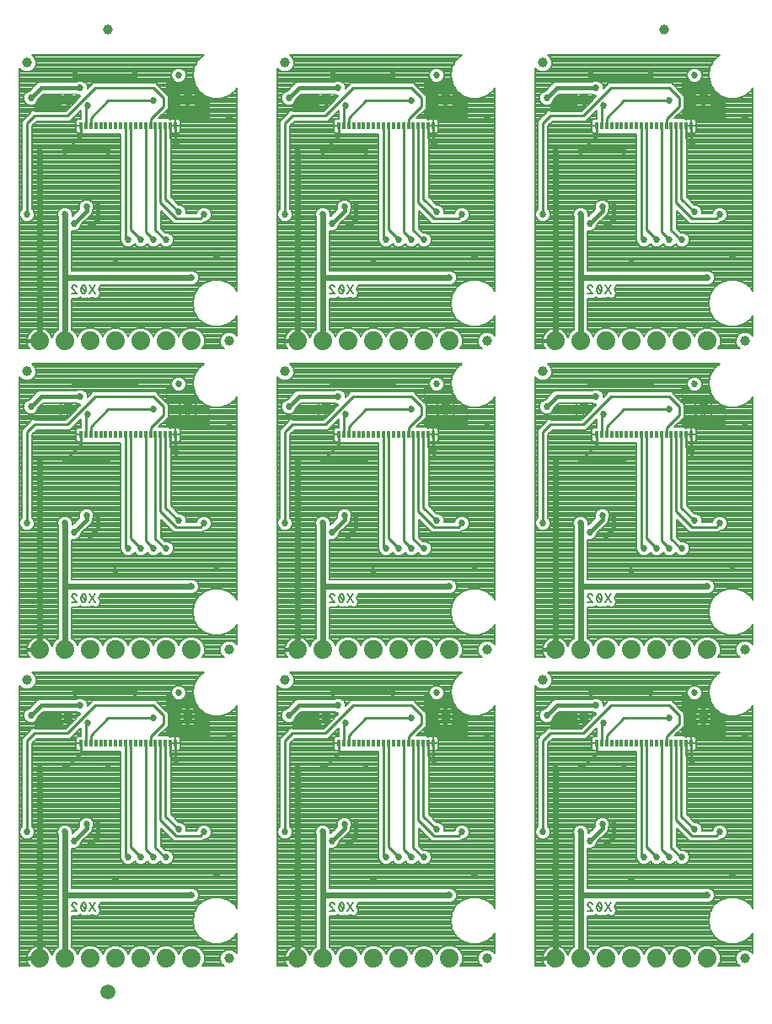
<source format=gbl>
G75*
%MOIN*%
%OFA0B0*%
%FSLAX25Y25*%
%IPPOS*%
%LPD*%
%AMOC8*
5,1,8,0,0,1.08239X$1,22.5*
%
%ADD10C,0.00600*%
%ADD11C,0.07400*%
%ADD12R,0.01181X0.03150*%
%ADD13R,0.03740X0.03937*%
%ADD14C,0.03937*%
%ADD15C,0.05906*%
%ADD16C,0.02400*%
%ADD17C,0.02700*%
%ADD18C,0.00800*%
%ADD19C,0.01600*%
%ADD20C,0.01000*%
%ADD21C,0.00400*%
D10*
X0061550Y0052300D02*
X0063439Y0052300D01*
X0061833Y0054189D01*
X0062400Y0055700D02*
X0062465Y0055698D01*
X0062530Y0055692D01*
X0062595Y0055682D01*
X0062659Y0055669D01*
X0062722Y0055651D01*
X0062784Y0055630D01*
X0062844Y0055605D01*
X0062903Y0055577D01*
X0062960Y0055545D01*
X0063016Y0055510D01*
X0063068Y0055472D01*
X0063119Y0055430D01*
X0063167Y0055385D01*
X0063212Y0055338D01*
X0063254Y0055288D01*
X0063293Y0055236D01*
X0063329Y0055181D01*
X0063362Y0055125D01*
X0063391Y0055066D01*
X0063417Y0055006D01*
X0063439Y0054944D01*
X0061833Y0054189D02*
X0061793Y0054229D01*
X0061756Y0054272D01*
X0061721Y0054317D01*
X0061690Y0054365D01*
X0061661Y0054414D01*
X0061635Y0054464D01*
X0061613Y0054517D01*
X0061594Y0054570D01*
X0061578Y0054625D01*
X0061566Y0054680D01*
X0061557Y0054737D01*
X0061552Y0054793D01*
X0061550Y0054850D01*
X0061552Y0054906D01*
X0061557Y0054961D01*
X0061566Y0055016D01*
X0061579Y0055070D01*
X0061595Y0055123D01*
X0061615Y0055175D01*
X0061638Y0055226D01*
X0061664Y0055275D01*
X0061693Y0055322D01*
X0061726Y0055367D01*
X0061761Y0055410D01*
X0061799Y0055451D01*
X0061840Y0055489D01*
X0061883Y0055524D01*
X0061928Y0055557D01*
X0061975Y0055586D01*
X0062024Y0055612D01*
X0062075Y0055635D01*
X0062127Y0055655D01*
X0062180Y0055671D01*
X0062234Y0055684D01*
X0062289Y0055693D01*
X0062344Y0055698D01*
X0062400Y0055700D01*
X0067039Y0054000D02*
X0067037Y0053902D01*
X0067032Y0053805D01*
X0067024Y0053707D01*
X0067012Y0053610D01*
X0066996Y0053514D01*
X0066978Y0053418D01*
X0066956Y0053322D01*
X0066931Y0053228D01*
X0066902Y0053134D01*
X0066870Y0053042D01*
X0066835Y0052951D01*
X0066797Y0052861D01*
X0066756Y0052772D01*
X0066850Y0053056D02*
X0065339Y0054944D01*
X0065433Y0055228D02*
X0065451Y0055275D01*
X0065473Y0055321D01*
X0065498Y0055366D01*
X0065526Y0055408D01*
X0065557Y0055449D01*
X0065591Y0055487D01*
X0065628Y0055522D01*
X0065667Y0055555D01*
X0065709Y0055584D01*
X0065752Y0055611D01*
X0065798Y0055634D01*
X0065845Y0055654D01*
X0065893Y0055670D01*
X0065942Y0055683D01*
X0065992Y0055693D01*
X0066043Y0055698D01*
X0066094Y0055700D01*
X0066145Y0055698D01*
X0066196Y0055693D01*
X0066246Y0055683D01*
X0066295Y0055670D01*
X0066343Y0055654D01*
X0066390Y0055634D01*
X0066436Y0055611D01*
X0066479Y0055584D01*
X0066521Y0055555D01*
X0066560Y0055522D01*
X0066597Y0055487D01*
X0066631Y0055449D01*
X0066662Y0055408D01*
X0066690Y0055366D01*
X0066715Y0055321D01*
X0066737Y0055275D01*
X0066755Y0055228D01*
X0065433Y0055228D02*
X0065392Y0055139D01*
X0065354Y0055049D01*
X0065319Y0054958D01*
X0065287Y0054866D01*
X0065258Y0054772D01*
X0065233Y0054678D01*
X0065211Y0054582D01*
X0065193Y0054486D01*
X0065177Y0054390D01*
X0065165Y0054293D01*
X0065157Y0054195D01*
X0065152Y0054098D01*
X0065150Y0054000D01*
X0067039Y0054000D02*
X0067037Y0054098D01*
X0067032Y0054195D01*
X0067024Y0054293D01*
X0067012Y0054390D01*
X0066996Y0054486D01*
X0066978Y0054582D01*
X0066956Y0054678D01*
X0066931Y0054772D01*
X0066902Y0054866D01*
X0066870Y0054958D01*
X0066835Y0055049D01*
X0066797Y0055139D01*
X0066756Y0055228D01*
X0065150Y0054000D02*
X0065152Y0053902D01*
X0065157Y0053805D01*
X0065165Y0053707D01*
X0065177Y0053610D01*
X0065193Y0053514D01*
X0065211Y0053418D01*
X0065233Y0053322D01*
X0065258Y0053228D01*
X0065287Y0053134D01*
X0065319Y0053042D01*
X0065354Y0052951D01*
X0065392Y0052861D01*
X0065433Y0052772D01*
X0066094Y0052300D02*
X0066145Y0052302D01*
X0066196Y0052307D01*
X0066246Y0052317D01*
X0066295Y0052330D01*
X0066343Y0052346D01*
X0066390Y0052366D01*
X0066436Y0052389D01*
X0066479Y0052416D01*
X0066521Y0052445D01*
X0066560Y0052478D01*
X0066597Y0052513D01*
X0066631Y0052551D01*
X0066662Y0052592D01*
X0066690Y0052634D01*
X0066715Y0052679D01*
X0066737Y0052725D01*
X0066755Y0052772D01*
X0066094Y0052300D02*
X0066043Y0052302D01*
X0065992Y0052307D01*
X0065942Y0052317D01*
X0065893Y0052330D01*
X0065845Y0052346D01*
X0065798Y0052366D01*
X0065752Y0052389D01*
X0065709Y0052416D01*
X0065667Y0052445D01*
X0065628Y0052478D01*
X0065591Y0052513D01*
X0065557Y0052551D01*
X0065526Y0052592D01*
X0065498Y0052634D01*
X0065473Y0052679D01*
X0065451Y0052725D01*
X0065433Y0052772D01*
X0068561Y0052300D02*
X0070828Y0055700D01*
X0068561Y0055700D02*
X0070828Y0052300D01*
X0163550Y0052300D02*
X0165439Y0052300D01*
X0163833Y0054189D01*
X0164400Y0055700D02*
X0164465Y0055698D01*
X0164530Y0055692D01*
X0164595Y0055682D01*
X0164659Y0055669D01*
X0164722Y0055651D01*
X0164784Y0055630D01*
X0164844Y0055605D01*
X0164903Y0055577D01*
X0164960Y0055545D01*
X0165016Y0055510D01*
X0165068Y0055472D01*
X0165119Y0055430D01*
X0165167Y0055385D01*
X0165212Y0055338D01*
X0165254Y0055288D01*
X0165293Y0055236D01*
X0165329Y0055181D01*
X0165362Y0055125D01*
X0165391Y0055066D01*
X0165417Y0055006D01*
X0165439Y0054944D01*
X0163833Y0054189D02*
X0163793Y0054229D01*
X0163756Y0054272D01*
X0163721Y0054317D01*
X0163690Y0054365D01*
X0163661Y0054414D01*
X0163635Y0054464D01*
X0163613Y0054517D01*
X0163594Y0054570D01*
X0163578Y0054625D01*
X0163566Y0054680D01*
X0163557Y0054737D01*
X0163552Y0054793D01*
X0163550Y0054850D01*
X0163552Y0054906D01*
X0163557Y0054961D01*
X0163566Y0055016D01*
X0163579Y0055070D01*
X0163595Y0055123D01*
X0163615Y0055175D01*
X0163638Y0055226D01*
X0163664Y0055275D01*
X0163693Y0055322D01*
X0163726Y0055367D01*
X0163761Y0055410D01*
X0163799Y0055451D01*
X0163840Y0055489D01*
X0163883Y0055524D01*
X0163928Y0055557D01*
X0163975Y0055586D01*
X0164024Y0055612D01*
X0164075Y0055635D01*
X0164127Y0055655D01*
X0164180Y0055671D01*
X0164234Y0055684D01*
X0164289Y0055693D01*
X0164344Y0055698D01*
X0164400Y0055700D01*
X0169039Y0054000D02*
X0169037Y0053902D01*
X0169032Y0053805D01*
X0169024Y0053707D01*
X0169012Y0053610D01*
X0168996Y0053514D01*
X0168978Y0053418D01*
X0168956Y0053322D01*
X0168931Y0053228D01*
X0168902Y0053134D01*
X0168870Y0053042D01*
X0168835Y0052951D01*
X0168797Y0052861D01*
X0168756Y0052772D01*
X0168850Y0053056D02*
X0167339Y0054944D01*
X0167433Y0055228D02*
X0167451Y0055275D01*
X0167473Y0055321D01*
X0167498Y0055366D01*
X0167526Y0055408D01*
X0167557Y0055449D01*
X0167591Y0055487D01*
X0167628Y0055522D01*
X0167667Y0055555D01*
X0167709Y0055584D01*
X0167752Y0055611D01*
X0167798Y0055634D01*
X0167845Y0055654D01*
X0167893Y0055670D01*
X0167942Y0055683D01*
X0167992Y0055693D01*
X0168043Y0055698D01*
X0168094Y0055700D01*
X0168145Y0055698D01*
X0168196Y0055693D01*
X0168246Y0055683D01*
X0168295Y0055670D01*
X0168343Y0055654D01*
X0168390Y0055634D01*
X0168436Y0055611D01*
X0168479Y0055584D01*
X0168521Y0055555D01*
X0168560Y0055522D01*
X0168597Y0055487D01*
X0168631Y0055449D01*
X0168662Y0055408D01*
X0168690Y0055366D01*
X0168715Y0055321D01*
X0168737Y0055275D01*
X0168755Y0055228D01*
X0167433Y0055228D02*
X0167392Y0055139D01*
X0167354Y0055049D01*
X0167319Y0054958D01*
X0167287Y0054866D01*
X0167258Y0054772D01*
X0167233Y0054678D01*
X0167211Y0054582D01*
X0167193Y0054486D01*
X0167177Y0054390D01*
X0167165Y0054293D01*
X0167157Y0054195D01*
X0167152Y0054098D01*
X0167150Y0054000D01*
X0169039Y0054000D02*
X0169037Y0054098D01*
X0169032Y0054195D01*
X0169024Y0054293D01*
X0169012Y0054390D01*
X0168996Y0054486D01*
X0168978Y0054582D01*
X0168956Y0054678D01*
X0168931Y0054772D01*
X0168902Y0054866D01*
X0168870Y0054958D01*
X0168835Y0055049D01*
X0168797Y0055139D01*
X0168756Y0055228D01*
X0167150Y0054000D02*
X0167152Y0053902D01*
X0167157Y0053805D01*
X0167165Y0053707D01*
X0167177Y0053610D01*
X0167193Y0053514D01*
X0167211Y0053418D01*
X0167233Y0053322D01*
X0167258Y0053228D01*
X0167287Y0053134D01*
X0167319Y0053042D01*
X0167354Y0052951D01*
X0167392Y0052861D01*
X0167433Y0052772D01*
X0168094Y0052300D02*
X0168145Y0052302D01*
X0168196Y0052307D01*
X0168246Y0052317D01*
X0168295Y0052330D01*
X0168343Y0052346D01*
X0168390Y0052366D01*
X0168436Y0052389D01*
X0168479Y0052416D01*
X0168521Y0052445D01*
X0168560Y0052478D01*
X0168597Y0052513D01*
X0168631Y0052551D01*
X0168662Y0052592D01*
X0168690Y0052634D01*
X0168715Y0052679D01*
X0168737Y0052725D01*
X0168755Y0052772D01*
X0168094Y0052300D02*
X0168043Y0052302D01*
X0167992Y0052307D01*
X0167942Y0052317D01*
X0167893Y0052330D01*
X0167845Y0052346D01*
X0167798Y0052366D01*
X0167752Y0052389D01*
X0167709Y0052416D01*
X0167667Y0052445D01*
X0167628Y0052478D01*
X0167591Y0052513D01*
X0167557Y0052551D01*
X0167526Y0052592D01*
X0167498Y0052634D01*
X0167473Y0052679D01*
X0167451Y0052725D01*
X0167433Y0052772D01*
X0170561Y0052300D02*
X0172828Y0055700D01*
X0170561Y0055700D02*
X0172828Y0052300D01*
X0265550Y0052300D02*
X0267439Y0052300D01*
X0265833Y0054189D01*
X0266400Y0055700D02*
X0266465Y0055698D01*
X0266530Y0055692D01*
X0266595Y0055682D01*
X0266659Y0055669D01*
X0266722Y0055651D01*
X0266784Y0055630D01*
X0266844Y0055605D01*
X0266903Y0055577D01*
X0266960Y0055545D01*
X0267016Y0055510D01*
X0267068Y0055472D01*
X0267119Y0055430D01*
X0267167Y0055385D01*
X0267212Y0055338D01*
X0267254Y0055288D01*
X0267293Y0055236D01*
X0267329Y0055181D01*
X0267362Y0055125D01*
X0267391Y0055066D01*
X0267417Y0055006D01*
X0267439Y0054944D01*
X0265833Y0054189D02*
X0265793Y0054229D01*
X0265756Y0054272D01*
X0265721Y0054317D01*
X0265690Y0054365D01*
X0265661Y0054414D01*
X0265635Y0054464D01*
X0265613Y0054517D01*
X0265594Y0054570D01*
X0265578Y0054625D01*
X0265566Y0054680D01*
X0265557Y0054737D01*
X0265552Y0054793D01*
X0265550Y0054850D01*
X0265552Y0054906D01*
X0265557Y0054961D01*
X0265566Y0055016D01*
X0265579Y0055070D01*
X0265595Y0055123D01*
X0265615Y0055175D01*
X0265638Y0055226D01*
X0265664Y0055275D01*
X0265693Y0055322D01*
X0265726Y0055367D01*
X0265761Y0055410D01*
X0265799Y0055451D01*
X0265840Y0055489D01*
X0265883Y0055524D01*
X0265928Y0055557D01*
X0265975Y0055586D01*
X0266024Y0055612D01*
X0266075Y0055635D01*
X0266127Y0055655D01*
X0266180Y0055671D01*
X0266234Y0055684D01*
X0266289Y0055693D01*
X0266344Y0055698D01*
X0266400Y0055700D01*
X0271039Y0054000D02*
X0271037Y0053902D01*
X0271032Y0053805D01*
X0271024Y0053707D01*
X0271012Y0053610D01*
X0270996Y0053514D01*
X0270978Y0053418D01*
X0270956Y0053322D01*
X0270931Y0053228D01*
X0270902Y0053134D01*
X0270870Y0053042D01*
X0270835Y0052951D01*
X0270797Y0052861D01*
X0270756Y0052772D01*
X0270850Y0053056D02*
X0269339Y0054944D01*
X0269433Y0055228D02*
X0269451Y0055275D01*
X0269473Y0055321D01*
X0269498Y0055366D01*
X0269526Y0055408D01*
X0269557Y0055449D01*
X0269591Y0055487D01*
X0269628Y0055522D01*
X0269667Y0055555D01*
X0269709Y0055584D01*
X0269752Y0055611D01*
X0269798Y0055634D01*
X0269845Y0055654D01*
X0269893Y0055670D01*
X0269942Y0055683D01*
X0269992Y0055693D01*
X0270043Y0055698D01*
X0270094Y0055700D01*
X0270145Y0055698D01*
X0270196Y0055693D01*
X0270246Y0055683D01*
X0270295Y0055670D01*
X0270343Y0055654D01*
X0270390Y0055634D01*
X0270436Y0055611D01*
X0270479Y0055584D01*
X0270521Y0055555D01*
X0270560Y0055522D01*
X0270597Y0055487D01*
X0270631Y0055449D01*
X0270662Y0055408D01*
X0270690Y0055366D01*
X0270715Y0055321D01*
X0270737Y0055275D01*
X0270755Y0055228D01*
X0269433Y0055228D02*
X0269392Y0055139D01*
X0269354Y0055049D01*
X0269319Y0054958D01*
X0269287Y0054866D01*
X0269258Y0054772D01*
X0269233Y0054678D01*
X0269211Y0054582D01*
X0269193Y0054486D01*
X0269177Y0054390D01*
X0269165Y0054293D01*
X0269157Y0054195D01*
X0269152Y0054098D01*
X0269150Y0054000D01*
X0271039Y0054000D02*
X0271037Y0054098D01*
X0271032Y0054195D01*
X0271024Y0054293D01*
X0271012Y0054390D01*
X0270996Y0054486D01*
X0270978Y0054582D01*
X0270956Y0054678D01*
X0270931Y0054772D01*
X0270902Y0054866D01*
X0270870Y0054958D01*
X0270835Y0055049D01*
X0270797Y0055139D01*
X0270756Y0055228D01*
X0269150Y0054000D02*
X0269152Y0053902D01*
X0269157Y0053805D01*
X0269165Y0053707D01*
X0269177Y0053610D01*
X0269193Y0053514D01*
X0269211Y0053418D01*
X0269233Y0053322D01*
X0269258Y0053228D01*
X0269287Y0053134D01*
X0269319Y0053042D01*
X0269354Y0052951D01*
X0269392Y0052861D01*
X0269433Y0052772D01*
X0270094Y0052300D02*
X0270145Y0052302D01*
X0270196Y0052307D01*
X0270246Y0052317D01*
X0270295Y0052330D01*
X0270343Y0052346D01*
X0270390Y0052366D01*
X0270436Y0052389D01*
X0270479Y0052416D01*
X0270521Y0052445D01*
X0270560Y0052478D01*
X0270597Y0052513D01*
X0270631Y0052551D01*
X0270662Y0052592D01*
X0270690Y0052634D01*
X0270715Y0052679D01*
X0270737Y0052725D01*
X0270755Y0052772D01*
X0270094Y0052300D02*
X0270043Y0052302D01*
X0269992Y0052307D01*
X0269942Y0052317D01*
X0269893Y0052330D01*
X0269845Y0052346D01*
X0269798Y0052366D01*
X0269752Y0052389D01*
X0269709Y0052416D01*
X0269667Y0052445D01*
X0269628Y0052478D01*
X0269591Y0052513D01*
X0269557Y0052551D01*
X0269526Y0052592D01*
X0269498Y0052634D01*
X0269473Y0052679D01*
X0269451Y0052725D01*
X0269433Y0052772D01*
X0272561Y0052300D02*
X0274828Y0055700D01*
X0272561Y0055700D02*
X0274828Y0052300D01*
X0274828Y0174300D02*
X0272561Y0177700D01*
X0269150Y0176000D02*
X0269152Y0175902D01*
X0269157Y0175805D01*
X0269165Y0175707D01*
X0269177Y0175610D01*
X0269193Y0175514D01*
X0269211Y0175418D01*
X0269233Y0175322D01*
X0269258Y0175228D01*
X0269287Y0175134D01*
X0269319Y0175042D01*
X0269354Y0174951D01*
X0269392Y0174861D01*
X0269433Y0174772D01*
X0270094Y0174300D02*
X0270145Y0174302D01*
X0270196Y0174307D01*
X0270246Y0174317D01*
X0270295Y0174330D01*
X0270343Y0174346D01*
X0270390Y0174366D01*
X0270436Y0174389D01*
X0270479Y0174416D01*
X0270521Y0174445D01*
X0270560Y0174478D01*
X0270597Y0174513D01*
X0270631Y0174551D01*
X0270662Y0174592D01*
X0270690Y0174634D01*
X0270715Y0174679D01*
X0270737Y0174725D01*
X0270755Y0174772D01*
X0270850Y0175056D02*
X0269339Y0176944D01*
X0269433Y0177228D02*
X0269451Y0177275D01*
X0269473Y0177321D01*
X0269498Y0177366D01*
X0269526Y0177408D01*
X0269557Y0177449D01*
X0269591Y0177487D01*
X0269628Y0177522D01*
X0269667Y0177555D01*
X0269709Y0177584D01*
X0269752Y0177611D01*
X0269798Y0177634D01*
X0269845Y0177654D01*
X0269893Y0177670D01*
X0269942Y0177683D01*
X0269992Y0177693D01*
X0270043Y0177698D01*
X0270094Y0177700D01*
X0270145Y0177698D01*
X0270196Y0177693D01*
X0270246Y0177683D01*
X0270295Y0177670D01*
X0270343Y0177654D01*
X0270390Y0177634D01*
X0270436Y0177611D01*
X0270479Y0177584D01*
X0270521Y0177555D01*
X0270560Y0177522D01*
X0270597Y0177487D01*
X0270631Y0177449D01*
X0270662Y0177408D01*
X0270690Y0177366D01*
X0270715Y0177321D01*
X0270737Y0177275D01*
X0270755Y0177228D01*
X0269433Y0177228D02*
X0269392Y0177139D01*
X0269354Y0177049D01*
X0269319Y0176958D01*
X0269287Y0176866D01*
X0269258Y0176772D01*
X0269233Y0176678D01*
X0269211Y0176582D01*
X0269193Y0176486D01*
X0269177Y0176390D01*
X0269165Y0176293D01*
X0269157Y0176195D01*
X0269152Y0176098D01*
X0269150Y0176000D01*
X0271039Y0176000D02*
X0271037Y0176098D01*
X0271032Y0176195D01*
X0271024Y0176293D01*
X0271012Y0176390D01*
X0270996Y0176486D01*
X0270978Y0176582D01*
X0270956Y0176678D01*
X0270931Y0176772D01*
X0270902Y0176866D01*
X0270870Y0176958D01*
X0270835Y0177049D01*
X0270797Y0177139D01*
X0270756Y0177228D01*
X0269433Y0174772D02*
X0269451Y0174725D01*
X0269473Y0174679D01*
X0269498Y0174634D01*
X0269526Y0174592D01*
X0269557Y0174551D01*
X0269591Y0174513D01*
X0269628Y0174478D01*
X0269667Y0174445D01*
X0269709Y0174416D01*
X0269752Y0174389D01*
X0269798Y0174366D01*
X0269845Y0174346D01*
X0269893Y0174330D01*
X0269942Y0174317D01*
X0269992Y0174307D01*
X0270043Y0174302D01*
X0270094Y0174300D01*
X0272561Y0174300D02*
X0274828Y0177700D01*
X0271039Y0176000D02*
X0271037Y0175902D01*
X0271032Y0175805D01*
X0271024Y0175707D01*
X0271012Y0175610D01*
X0270996Y0175514D01*
X0270978Y0175418D01*
X0270956Y0175322D01*
X0270931Y0175228D01*
X0270902Y0175134D01*
X0270870Y0175042D01*
X0270835Y0174951D01*
X0270797Y0174861D01*
X0270756Y0174772D01*
X0267439Y0174300D02*
X0265550Y0174300D01*
X0267439Y0174300D02*
X0265833Y0176189D01*
X0266400Y0177700D02*
X0266465Y0177698D01*
X0266530Y0177692D01*
X0266595Y0177682D01*
X0266659Y0177669D01*
X0266722Y0177651D01*
X0266784Y0177630D01*
X0266844Y0177605D01*
X0266903Y0177577D01*
X0266960Y0177545D01*
X0267016Y0177510D01*
X0267068Y0177472D01*
X0267119Y0177430D01*
X0267167Y0177385D01*
X0267212Y0177338D01*
X0267254Y0177288D01*
X0267293Y0177236D01*
X0267329Y0177181D01*
X0267362Y0177125D01*
X0267391Y0177066D01*
X0267417Y0177006D01*
X0267439Y0176944D01*
X0265833Y0176189D02*
X0265793Y0176229D01*
X0265756Y0176272D01*
X0265721Y0176317D01*
X0265690Y0176365D01*
X0265661Y0176414D01*
X0265635Y0176464D01*
X0265613Y0176517D01*
X0265594Y0176570D01*
X0265578Y0176625D01*
X0265566Y0176680D01*
X0265557Y0176737D01*
X0265552Y0176793D01*
X0265550Y0176850D01*
X0265552Y0176906D01*
X0265557Y0176961D01*
X0265566Y0177016D01*
X0265579Y0177070D01*
X0265595Y0177123D01*
X0265615Y0177175D01*
X0265638Y0177226D01*
X0265664Y0177275D01*
X0265693Y0177322D01*
X0265726Y0177367D01*
X0265761Y0177410D01*
X0265799Y0177451D01*
X0265840Y0177489D01*
X0265883Y0177524D01*
X0265928Y0177557D01*
X0265975Y0177586D01*
X0266024Y0177612D01*
X0266075Y0177635D01*
X0266127Y0177655D01*
X0266180Y0177671D01*
X0266234Y0177684D01*
X0266289Y0177693D01*
X0266344Y0177698D01*
X0266400Y0177700D01*
X0172828Y0177700D02*
X0170561Y0174300D01*
X0167433Y0174772D02*
X0167392Y0174861D01*
X0167354Y0174951D01*
X0167319Y0175042D01*
X0167287Y0175134D01*
X0167258Y0175228D01*
X0167233Y0175322D01*
X0167211Y0175418D01*
X0167193Y0175514D01*
X0167177Y0175610D01*
X0167165Y0175707D01*
X0167157Y0175805D01*
X0167152Y0175902D01*
X0167150Y0176000D01*
X0169039Y0176000D02*
X0169037Y0176098D01*
X0169032Y0176195D01*
X0169024Y0176293D01*
X0169012Y0176390D01*
X0168996Y0176486D01*
X0168978Y0176582D01*
X0168956Y0176678D01*
X0168931Y0176772D01*
X0168902Y0176866D01*
X0168870Y0176958D01*
X0168835Y0177049D01*
X0168797Y0177139D01*
X0168756Y0177228D01*
X0168094Y0177700D02*
X0168043Y0177698D01*
X0167992Y0177693D01*
X0167942Y0177683D01*
X0167893Y0177670D01*
X0167845Y0177654D01*
X0167798Y0177634D01*
X0167752Y0177611D01*
X0167709Y0177584D01*
X0167667Y0177555D01*
X0167628Y0177522D01*
X0167591Y0177487D01*
X0167557Y0177449D01*
X0167526Y0177408D01*
X0167498Y0177366D01*
X0167473Y0177321D01*
X0167451Y0177275D01*
X0167433Y0177228D01*
X0167339Y0176944D02*
X0168850Y0175056D01*
X0168094Y0174300D02*
X0168043Y0174302D01*
X0167992Y0174307D01*
X0167942Y0174317D01*
X0167893Y0174330D01*
X0167845Y0174346D01*
X0167798Y0174366D01*
X0167752Y0174389D01*
X0167709Y0174416D01*
X0167667Y0174445D01*
X0167628Y0174478D01*
X0167591Y0174513D01*
X0167557Y0174551D01*
X0167526Y0174592D01*
X0167498Y0174634D01*
X0167473Y0174679D01*
X0167451Y0174725D01*
X0167433Y0174772D01*
X0168094Y0174300D02*
X0168145Y0174302D01*
X0168196Y0174307D01*
X0168246Y0174317D01*
X0168295Y0174330D01*
X0168343Y0174346D01*
X0168390Y0174366D01*
X0168436Y0174389D01*
X0168479Y0174416D01*
X0168521Y0174445D01*
X0168560Y0174478D01*
X0168597Y0174513D01*
X0168631Y0174551D01*
X0168662Y0174592D01*
X0168690Y0174634D01*
X0168715Y0174679D01*
X0168737Y0174725D01*
X0168755Y0174772D01*
X0167150Y0176000D02*
X0167152Y0176098D01*
X0167157Y0176195D01*
X0167165Y0176293D01*
X0167177Y0176390D01*
X0167193Y0176486D01*
X0167211Y0176582D01*
X0167233Y0176678D01*
X0167258Y0176772D01*
X0167287Y0176866D01*
X0167319Y0176958D01*
X0167354Y0177049D01*
X0167392Y0177139D01*
X0167433Y0177228D01*
X0168094Y0177700D02*
X0168145Y0177698D01*
X0168196Y0177693D01*
X0168246Y0177683D01*
X0168295Y0177670D01*
X0168343Y0177654D01*
X0168390Y0177634D01*
X0168436Y0177611D01*
X0168479Y0177584D01*
X0168521Y0177555D01*
X0168560Y0177522D01*
X0168597Y0177487D01*
X0168631Y0177449D01*
X0168662Y0177408D01*
X0168690Y0177366D01*
X0168715Y0177321D01*
X0168737Y0177275D01*
X0168755Y0177228D01*
X0170561Y0177700D02*
X0172828Y0174300D01*
X0168756Y0174772D02*
X0168797Y0174861D01*
X0168835Y0174951D01*
X0168870Y0175042D01*
X0168902Y0175134D01*
X0168931Y0175228D01*
X0168956Y0175322D01*
X0168978Y0175418D01*
X0168996Y0175514D01*
X0169012Y0175610D01*
X0169024Y0175707D01*
X0169032Y0175805D01*
X0169037Y0175902D01*
X0169039Y0176000D01*
X0165439Y0174300D02*
X0163550Y0174300D01*
X0165439Y0174300D02*
X0163833Y0176189D01*
X0164400Y0177700D02*
X0164465Y0177698D01*
X0164530Y0177692D01*
X0164595Y0177682D01*
X0164659Y0177669D01*
X0164722Y0177651D01*
X0164784Y0177630D01*
X0164844Y0177605D01*
X0164903Y0177577D01*
X0164960Y0177545D01*
X0165016Y0177510D01*
X0165068Y0177472D01*
X0165119Y0177430D01*
X0165167Y0177385D01*
X0165212Y0177338D01*
X0165254Y0177288D01*
X0165293Y0177236D01*
X0165329Y0177181D01*
X0165362Y0177125D01*
X0165391Y0177066D01*
X0165417Y0177006D01*
X0165439Y0176944D01*
X0163833Y0176189D02*
X0163793Y0176229D01*
X0163756Y0176272D01*
X0163721Y0176317D01*
X0163690Y0176365D01*
X0163661Y0176414D01*
X0163635Y0176464D01*
X0163613Y0176517D01*
X0163594Y0176570D01*
X0163578Y0176625D01*
X0163566Y0176680D01*
X0163557Y0176737D01*
X0163552Y0176793D01*
X0163550Y0176850D01*
X0163552Y0176906D01*
X0163557Y0176961D01*
X0163566Y0177016D01*
X0163579Y0177070D01*
X0163595Y0177123D01*
X0163615Y0177175D01*
X0163638Y0177226D01*
X0163664Y0177275D01*
X0163693Y0177322D01*
X0163726Y0177367D01*
X0163761Y0177410D01*
X0163799Y0177451D01*
X0163840Y0177489D01*
X0163883Y0177524D01*
X0163928Y0177557D01*
X0163975Y0177586D01*
X0164024Y0177612D01*
X0164075Y0177635D01*
X0164127Y0177655D01*
X0164180Y0177671D01*
X0164234Y0177684D01*
X0164289Y0177693D01*
X0164344Y0177698D01*
X0164400Y0177700D01*
X0070828Y0177700D02*
X0068561Y0174300D01*
X0065433Y0174772D02*
X0065392Y0174861D01*
X0065354Y0174951D01*
X0065319Y0175042D01*
X0065287Y0175134D01*
X0065258Y0175228D01*
X0065233Y0175322D01*
X0065211Y0175418D01*
X0065193Y0175514D01*
X0065177Y0175610D01*
X0065165Y0175707D01*
X0065157Y0175805D01*
X0065152Y0175902D01*
X0065150Y0176000D01*
X0067039Y0176000D02*
X0067037Y0176098D01*
X0067032Y0176195D01*
X0067024Y0176293D01*
X0067012Y0176390D01*
X0066996Y0176486D01*
X0066978Y0176582D01*
X0066956Y0176678D01*
X0066931Y0176772D01*
X0066902Y0176866D01*
X0066870Y0176958D01*
X0066835Y0177049D01*
X0066797Y0177139D01*
X0066756Y0177228D01*
X0066094Y0177700D02*
X0066043Y0177698D01*
X0065992Y0177693D01*
X0065942Y0177683D01*
X0065893Y0177670D01*
X0065845Y0177654D01*
X0065798Y0177634D01*
X0065752Y0177611D01*
X0065709Y0177584D01*
X0065667Y0177555D01*
X0065628Y0177522D01*
X0065591Y0177487D01*
X0065557Y0177449D01*
X0065526Y0177408D01*
X0065498Y0177366D01*
X0065473Y0177321D01*
X0065451Y0177275D01*
X0065433Y0177228D01*
X0065339Y0176944D02*
X0066850Y0175056D01*
X0066094Y0174300D02*
X0066043Y0174302D01*
X0065992Y0174307D01*
X0065942Y0174317D01*
X0065893Y0174330D01*
X0065845Y0174346D01*
X0065798Y0174366D01*
X0065752Y0174389D01*
X0065709Y0174416D01*
X0065667Y0174445D01*
X0065628Y0174478D01*
X0065591Y0174513D01*
X0065557Y0174551D01*
X0065526Y0174592D01*
X0065498Y0174634D01*
X0065473Y0174679D01*
X0065451Y0174725D01*
X0065433Y0174772D01*
X0066094Y0174300D02*
X0066145Y0174302D01*
X0066196Y0174307D01*
X0066246Y0174317D01*
X0066295Y0174330D01*
X0066343Y0174346D01*
X0066390Y0174366D01*
X0066436Y0174389D01*
X0066479Y0174416D01*
X0066521Y0174445D01*
X0066560Y0174478D01*
X0066597Y0174513D01*
X0066631Y0174551D01*
X0066662Y0174592D01*
X0066690Y0174634D01*
X0066715Y0174679D01*
X0066737Y0174725D01*
X0066755Y0174772D01*
X0065150Y0176000D02*
X0065152Y0176098D01*
X0065157Y0176195D01*
X0065165Y0176293D01*
X0065177Y0176390D01*
X0065193Y0176486D01*
X0065211Y0176582D01*
X0065233Y0176678D01*
X0065258Y0176772D01*
X0065287Y0176866D01*
X0065319Y0176958D01*
X0065354Y0177049D01*
X0065392Y0177139D01*
X0065433Y0177228D01*
X0066094Y0177700D02*
X0066145Y0177698D01*
X0066196Y0177693D01*
X0066246Y0177683D01*
X0066295Y0177670D01*
X0066343Y0177654D01*
X0066390Y0177634D01*
X0066436Y0177611D01*
X0066479Y0177584D01*
X0066521Y0177555D01*
X0066560Y0177522D01*
X0066597Y0177487D01*
X0066631Y0177449D01*
X0066662Y0177408D01*
X0066690Y0177366D01*
X0066715Y0177321D01*
X0066737Y0177275D01*
X0066755Y0177228D01*
X0068561Y0177700D02*
X0070828Y0174300D01*
X0066756Y0174772D02*
X0066797Y0174861D01*
X0066835Y0174951D01*
X0066870Y0175042D01*
X0066902Y0175134D01*
X0066931Y0175228D01*
X0066956Y0175322D01*
X0066978Y0175418D01*
X0066996Y0175514D01*
X0067012Y0175610D01*
X0067024Y0175707D01*
X0067032Y0175805D01*
X0067037Y0175902D01*
X0067039Y0176000D01*
X0063439Y0174300D02*
X0061550Y0174300D01*
X0063439Y0174300D02*
X0061833Y0176189D01*
X0062400Y0177700D02*
X0062465Y0177698D01*
X0062530Y0177692D01*
X0062595Y0177682D01*
X0062659Y0177669D01*
X0062722Y0177651D01*
X0062784Y0177630D01*
X0062844Y0177605D01*
X0062903Y0177577D01*
X0062960Y0177545D01*
X0063016Y0177510D01*
X0063068Y0177472D01*
X0063119Y0177430D01*
X0063167Y0177385D01*
X0063212Y0177338D01*
X0063254Y0177288D01*
X0063293Y0177236D01*
X0063329Y0177181D01*
X0063362Y0177125D01*
X0063391Y0177066D01*
X0063417Y0177006D01*
X0063439Y0176944D01*
X0061833Y0176189D02*
X0061793Y0176229D01*
X0061756Y0176272D01*
X0061721Y0176317D01*
X0061690Y0176365D01*
X0061661Y0176414D01*
X0061635Y0176464D01*
X0061613Y0176517D01*
X0061594Y0176570D01*
X0061578Y0176625D01*
X0061566Y0176680D01*
X0061557Y0176737D01*
X0061552Y0176793D01*
X0061550Y0176850D01*
X0061552Y0176906D01*
X0061557Y0176961D01*
X0061566Y0177016D01*
X0061579Y0177070D01*
X0061595Y0177123D01*
X0061615Y0177175D01*
X0061638Y0177226D01*
X0061664Y0177275D01*
X0061693Y0177322D01*
X0061726Y0177367D01*
X0061761Y0177410D01*
X0061799Y0177451D01*
X0061840Y0177489D01*
X0061883Y0177524D01*
X0061928Y0177557D01*
X0061975Y0177586D01*
X0062024Y0177612D01*
X0062075Y0177635D01*
X0062127Y0177655D01*
X0062180Y0177671D01*
X0062234Y0177684D01*
X0062289Y0177693D01*
X0062344Y0177698D01*
X0062400Y0177700D01*
X0061550Y0296300D02*
X0063439Y0296300D01*
X0061833Y0298189D01*
X0062400Y0299700D02*
X0062465Y0299698D01*
X0062530Y0299692D01*
X0062595Y0299682D01*
X0062659Y0299669D01*
X0062722Y0299651D01*
X0062784Y0299630D01*
X0062844Y0299605D01*
X0062903Y0299577D01*
X0062960Y0299545D01*
X0063016Y0299510D01*
X0063068Y0299472D01*
X0063119Y0299430D01*
X0063167Y0299385D01*
X0063212Y0299338D01*
X0063254Y0299288D01*
X0063293Y0299236D01*
X0063329Y0299181D01*
X0063362Y0299125D01*
X0063391Y0299066D01*
X0063417Y0299006D01*
X0063439Y0298944D01*
X0061833Y0298189D02*
X0061793Y0298229D01*
X0061756Y0298272D01*
X0061721Y0298317D01*
X0061690Y0298365D01*
X0061661Y0298414D01*
X0061635Y0298464D01*
X0061613Y0298517D01*
X0061594Y0298570D01*
X0061578Y0298625D01*
X0061566Y0298680D01*
X0061557Y0298737D01*
X0061552Y0298793D01*
X0061550Y0298850D01*
X0061552Y0298906D01*
X0061557Y0298961D01*
X0061566Y0299016D01*
X0061579Y0299070D01*
X0061595Y0299123D01*
X0061615Y0299175D01*
X0061638Y0299226D01*
X0061664Y0299275D01*
X0061693Y0299322D01*
X0061726Y0299367D01*
X0061761Y0299410D01*
X0061799Y0299451D01*
X0061840Y0299489D01*
X0061883Y0299524D01*
X0061928Y0299557D01*
X0061975Y0299586D01*
X0062024Y0299612D01*
X0062075Y0299635D01*
X0062127Y0299655D01*
X0062180Y0299671D01*
X0062234Y0299684D01*
X0062289Y0299693D01*
X0062344Y0299698D01*
X0062400Y0299700D01*
X0067039Y0298000D02*
X0067037Y0297902D01*
X0067032Y0297805D01*
X0067024Y0297707D01*
X0067012Y0297610D01*
X0066996Y0297514D01*
X0066978Y0297418D01*
X0066956Y0297322D01*
X0066931Y0297228D01*
X0066902Y0297134D01*
X0066870Y0297042D01*
X0066835Y0296951D01*
X0066797Y0296861D01*
X0066756Y0296772D01*
X0066850Y0297056D02*
X0065339Y0298944D01*
X0065433Y0299228D02*
X0065451Y0299275D01*
X0065473Y0299321D01*
X0065498Y0299366D01*
X0065526Y0299408D01*
X0065557Y0299449D01*
X0065591Y0299487D01*
X0065628Y0299522D01*
X0065667Y0299555D01*
X0065709Y0299584D01*
X0065752Y0299611D01*
X0065798Y0299634D01*
X0065845Y0299654D01*
X0065893Y0299670D01*
X0065942Y0299683D01*
X0065992Y0299693D01*
X0066043Y0299698D01*
X0066094Y0299700D01*
X0066145Y0299698D01*
X0066196Y0299693D01*
X0066246Y0299683D01*
X0066295Y0299670D01*
X0066343Y0299654D01*
X0066390Y0299634D01*
X0066436Y0299611D01*
X0066479Y0299584D01*
X0066521Y0299555D01*
X0066560Y0299522D01*
X0066597Y0299487D01*
X0066631Y0299449D01*
X0066662Y0299408D01*
X0066690Y0299366D01*
X0066715Y0299321D01*
X0066737Y0299275D01*
X0066755Y0299228D01*
X0065433Y0299228D02*
X0065392Y0299139D01*
X0065354Y0299049D01*
X0065319Y0298958D01*
X0065287Y0298866D01*
X0065258Y0298772D01*
X0065233Y0298678D01*
X0065211Y0298582D01*
X0065193Y0298486D01*
X0065177Y0298390D01*
X0065165Y0298293D01*
X0065157Y0298195D01*
X0065152Y0298098D01*
X0065150Y0298000D01*
X0067039Y0298000D02*
X0067037Y0298098D01*
X0067032Y0298195D01*
X0067024Y0298293D01*
X0067012Y0298390D01*
X0066996Y0298486D01*
X0066978Y0298582D01*
X0066956Y0298678D01*
X0066931Y0298772D01*
X0066902Y0298866D01*
X0066870Y0298958D01*
X0066835Y0299049D01*
X0066797Y0299139D01*
X0066756Y0299228D01*
X0065150Y0298000D02*
X0065152Y0297902D01*
X0065157Y0297805D01*
X0065165Y0297707D01*
X0065177Y0297610D01*
X0065193Y0297514D01*
X0065211Y0297418D01*
X0065233Y0297322D01*
X0065258Y0297228D01*
X0065287Y0297134D01*
X0065319Y0297042D01*
X0065354Y0296951D01*
X0065392Y0296861D01*
X0065433Y0296772D01*
X0066094Y0296300D02*
X0066145Y0296302D01*
X0066196Y0296307D01*
X0066246Y0296317D01*
X0066295Y0296330D01*
X0066343Y0296346D01*
X0066390Y0296366D01*
X0066436Y0296389D01*
X0066479Y0296416D01*
X0066521Y0296445D01*
X0066560Y0296478D01*
X0066597Y0296513D01*
X0066631Y0296551D01*
X0066662Y0296592D01*
X0066690Y0296634D01*
X0066715Y0296679D01*
X0066737Y0296725D01*
X0066755Y0296772D01*
X0066094Y0296300D02*
X0066043Y0296302D01*
X0065992Y0296307D01*
X0065942Y0296317D01*
X0065893Y0296330D01*
X0065845Y0296346D01*
X0065798Y0296366D01*
X0065752Y0296389D01*
X0065709Y0296416D01*
X0065667Y0296445D01*
X0065628Y0296478D01*
X0065591Y0296513D01*
X0065557Y0296551D01*
X0065526Y0296592D01*
X0065498Y0296634D01*
X0065473Y0296679D01*
X0065451Y0296725D01*
X0065433Y0296772D01*
X0068561Y0296300D02*
X0070828Y0299700D01*
X0068561Y0299700D02*
X0070828Y0296300D01*
X0163550Y0296300D02*
X0165439Y0296300D01*
X0163833Y0298189D01*
X0164400Y0299700D02*
X0164465Y0299698D01*
X0164530Y0299692D01*
X0164595Y0299682D01*
X0164659Y0299669D01*
X0164722Y0299651D01*
X0164784Y0299630D01*
X0164844Y0299605D01*
X0164903Y0299577D01*
X0164960Y0299545D01*
X0165016Y0299510D01*
X0165068Y0299472D01*
X0165119Y0299430D01*
X0165167Y0299385D01*
X0165212Y0299338D01*
X0165254Y0299288D01*
X0165293Y0299236D01*
X0165329Y0299181D01*
X0165362Y0299125D01*
X0165391Y0299066D01*
X0165417Y0299006D01*
X0165439Y0298944D01*
X0163833Y0298189D02*
X0163793Y0298229D01*
X0163756Y0298272D01*
X0163721Y0298317D01*
X0163690Y0298365D01*
X0163661Y0298414D01*
X0163635Y0298464D01*
X0163613Y0298517D01*
X0163594Y0298570D01*
X0163578Y0298625D01*
X0163566Y0298680D01*
X0163557Y0298737D01*
X0163552Y0298793D01*
X0163550Y0298850D01*
X0163552Y0298906D01*
X0163557Y0298961D01*
X0163566Y0299016D01*
X0163579Y0299070D01*
X0163595Y0299123D01*
X0163615Y0299175D01*
X0163638Y0299226D01*
X0163664Y0299275D01*
X0163693Y0299322D01*
X0163726Y0299367D01*
X0163761Y0299410D01*
X0163799Y0299451D01*
X0163840Y0299489D01*
X0163883Y0299524D01*
X0163928Y0299557D01*
X0163975Y0299586D01*
X0164024Y0299612D01*
X0164075Y0299635D01*
X0164127Y0299655D01*
X0164180Y0299671D01*
X0164234Y0299684D01*
X0164289Y0299693D01*
X0164344Y0299698D01*
X0164400Y0299700D01*
X0169039Y0298000D02*
X0169037Y0297902D01*
X0169032Y0297805D01*
X0169024Y0297707D01*
X0169012Y0297610D01*
X0168996Y0297514D01*
X0168978Y0297418D01*
X0168956Y0297322D01*
X0168931Y0297228D01*
X0168902Y0297134D01*
X0168870Y0297042D01*
X0168835Y0296951D01*
X0168797Y0296861D01*
X0168756Y0296772D01*
X0168850Y0297056D02*
X0167339Y0298944D01*
X0167433Y0299228D02*
X0167451Y0299275D01*
X0167473Y0299321D01*
X0167498Y0299366D01*
X0167526Y0299408D01*
X0167557Y0299449D01*
X0167591Y0299487D01*
X0167628Y0299522D01*
X0167667Y0299555D01*
X0167709Y0299584D01*
X0167752Y0299611D01*
X0167798Y0299634D01*
X0167845Y0299654D01*
X0167893Y0299670D01*
X0167942Y0299683D01*
X0167992Y0299693D01*
X0168043Y0299698D01*
X0168094Y0299700D01*
X0168145Y0299698D01*
X0168196Y0299693D01*
X0168246Y0299683D01*
X0168295Y0299670D01*
X0168343Y0299654D01*
X0168390Y0299634D01*
X0168436Y0299611D01*
X0168479Y0299584D01*
X0168521Y0299555D01*
X0168560Y0299522D01*
X0168597Y0299487D01*
X0168631Y0299449D01*
X0168662Y0299408D01*
X0168690Y0299366D01*
X0168715Y0299321D01*
X0168737Y0299275D01*
X0168755Y0299228D01*
X0167433Y0299228D02*
X0167392Y0299139D01*
X0167354Y0299049D01*
X0167319Y0298958D01*
X0167287Y0298866D01*
X0167258Y0298772D01*
X0167233Y0298678D01*
X0167211Y0298582D01*
X0167193Y0298486D01*
X0167177Y0298390D01*
X0167165Y0298293D01*
X0167157Y0298195D01*
X0167152Y0298098D01*
X0167150Y0298000D01*
X0169039Y0298000D02*
X0169037Y0298098D01*
X0169032Y0298195D01*
X0169024Y0298293D01*
X0169012Y0298390D01*
X0168996Y0298486D01*
X0168978Y0298582D01*
X0168956Y0298678D01*
X0168931Y0298772D01*
X0168902Y0298866D01*
X0168870Y0298958D01*
X0168835Y0299049D01*
X0168797Y0299139D01*
X0168756Y0299228D01*
X0167150Y0298000D02*
X0167152Y0297902D01*
X0167157Y0297805D01*
X0167165Y0297707D01*
X0167177Y0297610D01*
X0167193Y0297514D01*
X0167211Y0297418D01*
X0167233Y0297322D01*
X0167258Y0297228D01*
X0167287Y0297134D01*
X0167319Y0297042D01*
X0167354Y0296951D01*
X0167392Y0296861D01*
X0167433Y0296772D01*
X0168094Y0296300D02*
X0168145Y0296302D01*
X0168196Y0296307D01*
X0168246Y0296317D01*
X0168295Y0296330D01*
X0168343Y0296346D01*
X0168390Y0296366D01*
X0168436Y0296389D01*
X0168479Y0296416D01*
X0168521Y0296445D01*
X0168560Y0296478D01*
X0168597Y0296513D01*
X0168631Y0296551D01*
X0168662Y0296592D01*
X0168690Y0296634D01*
X0168715Y0296679D01*
X0168737Y0296725D01*
X0168755Y0296772D01*
X0168094Y0296300D02*
X0168043Y0296302D01*
X0167992Y0296307D01*
X0167942Y0296317D01*
X0167893Y0296330D01*
X0167845Y0296346D01*
X0167798Y0296366D01*
X0167752Y0296389D01*
X0167709Y0296416D01*
X0167667Y0296445D01*
X0167628Y0296478D01*
X0167591Y0296513D01*
X0167557Y0296551D01*
X0167526Y0296592D01*
X0167498Y0296634D01*
X0167473Y0296679D01*
X0167451Y0296725D01*
X0167433Y0296772D01*
X0170561Y0296300D02*
X0172828Y0299700D01*
X0170561Y0299700D02*
X0172828Y0296300D01*
X0265550Y0296300D02*
X0267439Y0296300D01*
X0265833Y0298189D01*
X0266400Y0299700D02*
X0266465Y0299698D01*
X0266530Y0299692D01*
X0266595Y0299682D01*
X0266659Y0299669D01*
X0266722Y0299651D01*
X0266784Y0299630D01*
X0266844Y0299605D01*
X0266903Y0299577D01*
X0266960Y0299545D01*
X0267016Y0299510D01*
X0267068Y0299472D01*
X0267119Y0299430D01*
X0267167Y0299385D01*
X0267212Y0299338D01*
X0267254Y0299288D01*
X0267293Y0299236D01*
X0267329Y0299181D01*
X0267362Y0299125D01*
X0267391Y0299066D01*
X0267417Y0299006D01*
X0267439Y0298944D01*
X0265833Y0298189D02*
X0265793Y0298229D01*
X0265756Y0298272D01*
X0265721Y0298317D01*
X0265690Y0298365D01*
X0265661Y0298414D01*
X0265635Y0298464D01*
X0265613Y0298517D01*
X0265594Y0298570D01*
X0265578Y0298625D01*
X0265566Y0298680D01*
X0265557Y0298737D01*
X0265552Y0298793D01*
X0265550Y0298850D01*
X0265552Y0298906D01*
X0265557Y0298961D01*
X0265566Y0299016D01*
X0265579Y0299070D01*
X0265595Y0299123D01*
X0265615Y0299175D01*
X0265638Y0299226D01*
X0265664Y0299275D01*
X0265693Y0299322D01*
X0265726Y0299367D01*
X0265761Y0299410D01*
X0265799Y0299451D01*
X0265840Y0299489D01*
X0265883Y0299524D01*
X0265928Y0299557D01*
X0265975Y0299586D01*
X0266024Y0299612D01*
X0266075Y0299635D01*
X0266127Y0299655D01*
X0266180Y0299671D01*
X0266234Y0299684D01*
X0266289Y0299693D01*
X0266344Y0299698D01*
X0266400Y0299700D01*
X0271039Y0298000D02*
X0271037Y0297902D01*
X0271032Y0297805D01*
X0271024Y0297707D01*
X0271012Y0297610D01*
X0270996Y0297514D01*
X0270978Y0297418D01*
X0270956Y0297322D01*
X0270931Y0297228D01*
X0270902Y0297134D01*
X0270870Y0297042D01*
X0270835Y0296951D01*
X0270797Y0296861D01*
X0270756Y0296772D01*
X0270850Y0297056D02*
X0269339Y0298944D01*
X0269433Y0299228D02*
X0269451Y0299275D01*
X0269473Y0299321D01*
X0269498Y0299366D01*
X0269526Y0299408D01*
X0269557Y0299449D01*
X0269591Y0299487D01*
X0269628Y0299522D01*
X0269667Y0299555D01*
X0269709Y0299584D01*
X0269752Y0299611D01*
X0269798Y0299634D01*
X0269845Y0299654D01*
X0269893Y0299670D01*
X0269942Y0299683D01*
X0269992Y0299693D01*
X0270043Y0299698D01*
X0270094Y0299700D01*
X0270145Y0299698D01*
X0270196Y0299693D01*
X0270246Y0299683D01*
X0270295Y0299670D01*
X0270343Y0299654D01*
X0270390Y0299634D01*
X0270436Y0299611D01*
X0270479Y0299584D01*
X0270521Y0299555D01*
X0270560Y0299522D01*
X0270597Y0299487D01*
X0270631Y0299449D01*
X0270662Y0299408D01*
X0270690Y0299366D01*
X0270715Y0299321D01*
X0270737Y0299275D01*
X0270755Y0299228D01*
X0269433Y0299228D02*
X0269392Y0299139D01*
X0269354Y0299049D01*
X0269319Y0298958D01*
X0269287Y0298866D01*
X0269258Y0298772D01*
X0269233Y0298678D01*
X0269211Y0298582D01*
X0269193Y0298486D01*
X0269177Y0298390D01*
X0269165Y0298293D01*
X0269157Y0298195D01*
X0269152Y0298098D01*
X0269150Y0298000D01*
X0271039Y0298000D02*
X0271037Y0298098D01*
X0271032Y0298195D01*
X0271024Y0298293D01*
X0271012Y0298390D01*
X0270996Y0298486D01*
X0270978Y0298582D01*
X0270956Y0298678D01*
X0270931Y0298772D01*
X0270902Y0298866D01*
X0270870Y0298958D01*
X0270835Y0299049D01*
X0270797Y0299139D01*
X0270756Y0299228D01*
X0269150Y0298000D02*
X0269152Y0297902D01*
X0269157Y0297805D01*
X0269165Y0297707D01*
X0269177Y0297610D01*
X0269193Y0297514D01*
X0269211Y0297418D01*
X0269233Y0297322D01*
X0269258Y0297228D01*
X0269287Y0297134D01*
X0269319Y0297042D01*
X0269354Y0296951D01*
X0269392Y0296861D01*
X0269433Y0296772D01*
X0270094Y0296300D02*
X0270145Y0296302D01*
X0270196Y0296307D01*
X0270246Y0296317D01*
X0270295Y0296330D01*
X0270343Y0296346D01*
X0270390Y0296366D01*
X0270436Y0296389D01*
X0270479Y0296416D01*
X0270521Y0296445D01*
X0270560Y0296478D01*
X0270597Y0296513D01*
X0270631Y0296551D01*
X0270662Y0296592D01*
X0270690Y0296634D01*
X0270715Y0296679D01*
X0270737Y0296725D01*
X0270755Y0296772D01*
X0270094Y0296300D02*
X0270043Y0296302D01*
X0269992Y0296307D01*
X0269942Y0296317D01*
X0269893Y0296330D01*
X0269845Y0296346D01*
X0269798Y0296366D01*
X0269752Y0296389D01*
X0269709Y0296416D01*
X0269667Y0296445D01*
X0269628Y0296478D01*
X0269591Y0296513D01*
X0269557Y0296551D01*
X0269526Y0296592D01*
X0269498Y0296634D01*
X0269473Y0296679D01*
X0269451Y0296725D01*
X0269433Y0296772D01*
X0272561Y0296300D02*
X0274828Y0299700D01*
X0272561Y0299700D02*
X0274828Y0296300D01*
D11*
X0272750Y0277500D03*
X0282750Y0277500D03*
X0292750Y0277500D03*
X0302750Y0277500D03*
X0312750Y0277500D03*
X0262750Y0277500D03*
X0252750Y0277500D03*
X0210750Y0277500D03*
X0200750Y0277500D03*
X0190750Y0277500D03*
X0180750Y0277500D03*
X0170750Y0277500D03*
X0160750Y0277500D03*
X0150750Y0277500D03*
X0108750Y0277500D03*
X0098750Y0277500D03*
X0088750Y0277500D03*
X0078750Y0277500D03*
X0068750Y0277500D03*
X0058750Y0277500D03*
X0048750Y0277500D03*
X0048750Y0155500D03*
X0058750Y0155500D03*
X0068750Y0155500D03*
X0078750Y0155500D03*
X0088750Y0155500D03*
X0098750Y0155500D03*
X0108750Y0155500D03*
X0150750Y0155500D03*
X0160750Y0155500D03*
X0170750Y0155500D03*
X0180750Y0155500D03*
X0190750Y0155500D03*
X0200750Y0155500D03*
X0210750Y0155500D03*
X0252750Y0155500D03*
X0262750Y0155500D03*
X0272750Y0155500D03*
X0282750Y0155500D03*
X0292750Y0155500D03*
X0302750Y0155500D03*
X0312750Y0155500D03*
X0312750Y0033500D03*
X0302750Y0033500D03*
X0292750Y0033500D03*
X0282750Y0033500D03*
X0272750Y0033500D03*
X0262750Y0033500D03*
X0252750Y0033500D03*
X0210750Y0033500D03*
X0200750Y0033500D03*
X0190750Y0033500D03*
X0180750Y0033500D03*
X0170750Y0033500D03*
X0160750Y0033500D03*
X0150750Y0033500D03*
X0108750Y0033500D03*
X0098750Y0033500D03*
X0088750Y0033500D03*
X0078750Y0033500D03*
X0068750Y0033500D03*
X0058750Y0033500D03*
X0048750Y0033500D03*
D12*
X0065049Y0118500D03*
X0067018Y0118500D03*
X0068986Y0118500D03*
X0070955Y0118500D03*
X0072923Y0118500D03*
X0074892Y0118500D03*
X0076860Y0118500D03*
X0078829Y0118500D03*
X0080797Y0118500D03*
X0082766Y0118500D03*
X0084734Y0118500D03*
X0086703Y0118500D03*
X0088671Y0118500D03*
X0090640Y0118500D03*
X0092608Y0118500D03*
X0094577Y0118500D03*
X0096545Y0118500D03*
X0098514Y0118500D03*
X0100482Y0118500D03*
X0102451Y0118500D03*
X0167049Y0118500D03*
X0169018Y0118500D03*
X0170986Y0118500D03*
X0172955Y0118500D03*
X0174923Y0118500D03*
X0176892Y0118500D03*
X0178860Y0118500D03*
X0180829Y0118500D03*
X0182797Y0118500D03*
X0184766Y0118500D03*
X0186734Y0118500D03*
X0188703Y0118500D03*
X0190671Y0118500D03*
X0192640Y0118500D03*
X0194608Y0118500D03*
X0196577Y0118500D03*
X0198545Y0118500D03*
X0200514Y0118500D03*
X0202482Y0118500D03*
X0204451Y0118500D03*
X0269049Y0118500D03*
X0271018Y0118500D03*
X0272986Y0118500D03*
X0274955Y0118500D03*
X0276923Y0118500D03*
X0278892Y0118500D03*
X0280860Y0118500D03*
X0282829Y0118500D03*
X0284797Y0118500D03*
X0286766Y0118500D03*
X0288734Y0118500D03*
X0290703Y0118500D03*
X0292671Y0118500D03*
X0294640Y0118500D03*
X0296608Y0118500D03*
X0298577Y0118500D03*
X0300545Y0118500D03*
X0302514Y0118500D03*
X0304482Y0118500D03*
X0306451Y0118500D03*
X0306451Y0240500D03*
X0304482Y0240500D03*
X0302514Y0240500D03*
X0300545Y0240500D03*
X0298577Y0240500D03*
X0296608Y0240500D03*
X0294640Y0240500D03*
X0292671Y0240500D03*
X0290703Y0240500D03*
X0288734Y0240500D03*
X0286766Y0240500D03*
X0284797Y0240500D03*
X0282829Y0240500D03*
X0280860Y0240500D03*
X0278892Y0240500D03*
X0276923Y0240500D03*
X0274955Y0240500D03*
X0272986Y0240500D03*
X0271018Y0240500D03*
X0269049Y0240500D03*
X0204451Y0240500D03*
X0202482Y0240500D03*
X0200514Y0240500D03*
X0198545Y0240500D03*
X0196577Y0240500D03*
X0194608Y0240500D03*
X0192640Y0240500D03*
X0190671Y0240500D03*
X0188703Y0240500D03*
X0186734Y0240500D03*
X0184766Y0240500D03*
X0182797Y0240500D03*
X0180829Y0240500D03*
X0178860Y0240500D03*
X0176892Y0240500D03*
X0174923Y0240500D03*
X0172955Y0240500D03*
X0170986Y0240500D03*
X0169018Y0240500D03*
X0167049Y0240500D03*
X0102451Y0240500D03*
X0100482Y0240500D03*
X0098514Y0240500D03*
X0096545Y0240500D03*
X0094577Y0240500D03*
X0092608Y0240500D03*
X0090640Y0240500D03*
X0088671Y0240500D03*
X0086703Y0240500D03*
X0084734Y0240500D03*
X0082766Y0240500D03*
X0080797Y0240500D03*
X0078829Y0240500D03*
X0076860Y0240500D03*
X0074892Y0240500D03*
X0072923Y0240500D03*
X0070955Y0240500D03*
X0068986Y0240500D03*
X0067018Y0240500D03*
X0065049Y0240500D03*
X0065049Y0362500D03*
X0067018Y0362500D03*
X0068986Y0362500D03*
X0070955Y0362500D03*
X0072923Y0362500D03*
X0074892Y0362500D03*
X0076860Y0362500D03*
X0078829Y0362500D03*
X0080797Y0362500D03*
X0082766Y0362500D03*
X0084734Y0362500D03*
X0086703Y0362500D03*
X0088671Y0362500D03*
X0090640Y0362500D03*
X0092608Y0362500D03*
X0094577Y0362500D03*
X0096545Y0362500D03*
X0098514Y0362500D03*
X0100482Y0362500D03*
X0102451Y0362500D03*
X0167049Y0362500D03*
X0169018Y0362500D03*
X0170986Y0362500D03*
X0172955Y0362500D03*
X0174923Y0362500D03*
X0176892Y0362500D03*
X0178860Y0362500D03*
X0180829Y0362500D03*
X0182797Y0362500D03*
X0184766Y0362500D03*
X0186734Y0362500D03*
X0188703Y0362500D03*
X0190671Y0362500D03*
X0192640Y0362500D03*
X0194608Y0362500D03*
X0196577Y0362500D03*
X0198545Y0362500D03*
X0200514Y0362500D03*
X0202482Y0362500D03*
X0204451Y0362500D03*
X0269049Y0362500D03*
X0271018Y0362500D03*
X0272986Y0362500D03*
X0274955Y0362500D03*
X0276923Y0362500D03*
X0278892Y0362500D03*
X0280860Y0362500D03*
X0282829Y0362500D03*
X0284797Y0362500D03*
X0286766Y0362500D03*
X0288734Y0362500D03*
X0290703Y0362500D03*
X0292671Y0362500D03*
X0294640Y0362500D03*
X0296608Y0362500D03*
X0298577Y0362500D03*
X0300545Y0362500D03*
X0302514Y0362500D03*
X0304482Y0362500D03*
X0306451Y0362500D03*
D13*
X0311274Y0373130D03*
X0264226Y0373130D03*
X0209274Y0373130D03*
X0162226Y0373130D03*
X0107274Y0373130D03*
X0060226Y0373130D03*
X0060226Y0251130D03*
X0107274Y0251130D03*
X0162226Y0251130D03*
X0209274Y0251130D03*
X0264226Y0251130D03*
X0311274Y0251130D03*
X0311274Y0129130D03*
X0264226Y0129130D03*
X0209274Y0129130D03*
X0162226Y0129130D03*
X0107274Y0129130D03*
X0060226Y0129130D03*
D14*
X0043750Y0143500D03*
X0123750Y0155500D03*
X0145750Y0143500D03*
X0225750Y0155500D03*
X0247750Y0143500D03*
X0327750Y0155500D03*
X0247750Y0265500D03*
X0225750Y0277500D03*
X0145750Y0265500D03*
X0123750Y0277500D03*
X0043750Y0265500D03*
X0043750Y0387500D03*
X0075750Y0400750D03*
X0145750Y0387500D03*
X0247750Y0387500D03*
X0295750Y0400750D03*
X0327750Y0277500D03*
X0327750Y0033500D03*
X0225750Y0033500D03*
X0123750Y0033500D03*
D15*
X0075750Y0020250D03*
D16*
X0058750Y0033500D02*
X0058750Y0058500D01*
X0108750Y0058500D01*
X0150750Y0068500D02*
X0150750Y0033500D01*
X0160750Y0033500D02*
X0160750Y0058500D01*
X0210750Y0058500D01*
X0252750Y0068500D02*
X0252750Y0033500D01*
X0262750Y0033500D02*
X0262750Y0058500D01*
X0312750Y0058500D01*
X0262750Y0058500D02*
X0262750Y0083500D01*
X0252750Y0068500D02*
X0252750Y0108500D01*
X0252750Y0155500D02*
X0252750Y0190500D01*
X0252750Y0230500D01*
X0262750Y0205500D02*
X0262750Y0180500D01*
X0312750Y0180500D01*
X0262750Y0180500D02*
X0262750Y0155500D01*
X0262750Y0175500D01*
X0210750Y0180500D02*
X0160750Y0180500D01*
X0160750Y0205500D01*
X0150750Y0190500D02*
X0150750Y0230500D01*
X0150750Y0190500D02*
X0150750Y0155500D01*
X0160750Y0155500D02*
X0160750Y0180500D01*
X0160750Y0175500D02*
X0160750Y0155500D01*
X0150750Y0108500D02*
X0150750Y0068500D01*
X0160750Y0058500D02*
X0160750Y0083500D01*
X0160750Y0053500D02*
X0160750Y0033500D01*
X0262750Y0033500D02*
X0262750Y0053500D01*
X0108750Y0180500D02*
X0058750Y0180500D01*
X0058750Y0205500D01*
X0048750Y0190500D02*
X0048750Y0230500D01*
X0048750Y0190500D02*
X0048750Y0155500D01*
X0058750Y0155500D02*
X0058750Y0180500D01*
X0058750Y0175500D02*
X0058750Y0155500D01*
X0048750Y0108500D02*
X0048750Y0068500D01*
X0048750Y0033500D01*
X0058750Y0033500D02*
X0058750Y0053500D01*
X0058750Y0058500D02*
X0058750Y0083500D01*
X0058750Y0277500D02*
X0058750Y0302500D01*
X0108750Y0302500D01*
X0150750Y0312500D02*
X0150750Y0277500D01*
X0160750Y0277500D02*
X0160750Y0302500D01*
X0210750Y0302500D01*
X0252750Y0312500D02*
X0252750Y0277500D01*
X0262750Y0277500D02*
X0262750Y0302500D01*
X0312750Y0302500D01*
X0262750Y0302500D02*
X0262750Y0327500D01*
X0252750Y0312500D02*
X0252750Y0352500D01*
X0262750Y0297500D02*
X0262750Y0277500D01*
X0160750Y0277500D02*
X0160750Y0297500D01*
X0160750Y0302500D02*
X0160750Y0327500D01*
X0150750Y0312500D02*
X0150750Y0352500D01*
X0058750Y0327500D02*
X0058750Y0302500D01*
X0058750Y0297500D02*
X0058750Y0277500D01*
X0048750Y0277500D02*
X0048750Y0312500D01*
X0048750Y0352500D01*
D17*
X0048750Y0352500D03*
X0058750Y0352500D03*
X0075750Y0352500D03*
X0067750Y0370500D03*
X0064750Y0377500D03*
X0062750Y0382500D03*
X0045250Y0373500D03*
X0086250Y0382500D03*
X0093750Y0372500D03*
X0103750Y0382500D03*
X0123750Y0365500D03*
X0102750Y0355500D03*
X0103750Y0328500D03*
X0113750Y0327500D03*
X0098750Y0317500D03*
X0093750Y0317500D03*
X0088750Y0317500D03*
X0083750Y0317500D03*
X0078750Y0308500D03*
X0068750Y0322500D03*
X0062250Y0324000D03*
X0058750Y0327500D03*
X0067250Y0330500D03*
X0071750Y0330500D03*
X0048750Y0312500D03*
X0043750Y0327500D03*
X0108750Y0302500D03*
X0118750Y0310500D03*
X0145750Y0327500D03*
X0150750Y0312500D03*
X0164250Y0324000D03*
X0160750Y0327500D03*
X0169250Y0330500D03*
X0173750Y0330500D03*
X0170750Y0322500D03*
X0185750Y0317500D03*
X0190750Y0317500D03*
X0195750Y0317500D03*
X0200750Y0317500D03*
X0205750Y0328500D03*
X0215750Y0327500D03*
X0220750Y0310500D03*
X0210750Y0302500D03*
X0180750Y0308500D03*
X0177750Y0352500D03*
X0160750Y0352500D03*
X0150750Y0352500D03*
X0147250Y0373500D03*
X0164750Y0382500D03*
X0166750Y0377500D03*
X0169750Y0370500D03*
X0188250Y0382500D03*
X0195750Y0372500D03*
X0205750Y0382500D03*
X0225750Y0365500D03*
X0204750Y0355500D03*
X0249250Y0373500D03*
X0266750Y0382500D03*
X0268750Y0377500D03*
X0271750Y0370500D03*
X0279750Y0352500D03*
X0262750Y0352500D03*
X0252750Y0352500D03*
X0271250Y0330500D03*
X0275750Y0330500D03*
X0272750Y0322500D03*
X0266250Y0324000D03*
X0262750Y0327500D03*
X0247750Y0327500D03*
X0252750Y0312500D03*
X0282750Y0308500D03*
X0287750Y0317500D03*
X0292750Y0317500D03*
X0297750Y0317500D03*
X0302750Y0317500D03*
X0307750Y0328500D03*
X0317750Y0327500D03*
X0322750Y0310500D03*
X0312750Y0302500D03*
X0307750Y0260500D03*
X0297750Y0250500D03*
X0290250Y0260500D03*
X0271750Y0248500D03*
X0268750Y0255500D03*
X0266750Y0260500D03*
X0249250Y0251500D03*
X0252750Y0230500D03*
X0262750Y0230500D03*
X0279750Y0230500D03*
X0275750Y0208500D03*
X0271250Y0208500D03*
X0272750Y0200500D03*
X0266250Y0202000D03*
X0262750Y0205500D03*
X0247750Y0205500D03*
X0252750Y0190500D03*
X0282750Y0186500D03*
X0287750Y0195500D03*
X0292750Y0195500D03*
X0297750Y0195500D03*
X0302750Y0195500D03*
X0307750Y0206500D03*
X0317750Y0205500D03*
X0322750Y0188500D03*
X0312750Y0180500D03*
X0307750Y0138500D03*
X0297750Y0128500D03*
X0290250Y0138500D03*
X0271750Y0126500D03*
X0268750Y0133500D03*
X0266750Y0138500D03*
X0249250Y0129500D03*
X0252750Y0108500D03*
X0262750Y0108500D03*
X0279750Y0108500D03*
X0275750Y0086500D03*
X0271250Y0086500D03*
X0266250Y0080000D03*
X0262750Y0083500D03*
X0272750Y0078500D03*
X0287750Y0073500D03*
X0292750Y0073500D03*
X0297750Y0073500D03*
X0302750Y0073500D03*
X0307750Y0084500D03*
X0317750Y0083500D03*
X0322750Y0066500D03*
X0312750Y0058500D03*
X0282750Y0064500D03*
X0252750Y0068500D03*
X0247750Y0083500D03*
X0220750Y0066500D03*
X0210750Y0058500D03*
X0200750Y0073500D03*
X0195750Y0073500D03*
X0190750Y0073500D03*
X0185750Y0073500D03*
X0180750Y0064500D03*
X0170750Y0078500D03*
X0164250Y0080000D03*
X0160750Y0083500D03*
X0169250Y0086500D03*
X0173750Y0086500D03*
X0177750Y0108500D03*
X0160750Y0108500D03*
X0150750Y0108500D03*
X0147250Y0129500D03*
X0164750Y0138500D03*
X0166750Y0133500D03*
X0169750Y0126500D03*
X0188250Y0138500D03*
X0195750Y0128500D03*
X0205750Y0138500D03*
X0225750Y0121500D03*
X0204750Y0111500D03*
X0205750Y0084500D03*
X0215750Y0083500D03*
X0150750Y0068500D03*
X0145750Y0083500D03*
X0118750Y0066500D03*
X0108750Y0058500D03*
X0098750Y0073500D03*
X0093750Y0073500D03*
X0088750Y0073500D03*
X0083750Y0073500D03*
X0078750Y0064500D03*
X0068750Y0078500D03*
X0062250Y0080000D03*
X0058750Y0083500D03*
X0067250Y0086500D03*
X0071750Y0086500D03*
X0075750Y0108500D03*
X0058750Y0108500D03*
X0048750Y0108500D03*
X0045250Y0129500D03*
X0062750Y0138500D03*
X0064750Y0133500D03*
X0067750Y0126500D03*
X0086250Y0138500D03*
X0093750Y0128500D03*
X0103750Y0138500D03*
X0123750Y0121500D03*
X0102750Y0111500D03*
X0103750Y0084500D03*
X0113750Y0083500D03*
X0048750Y0068500D03*
X0043750Y0083500D03*
X0108750Y0180500D03*
X0118750Y0188500D03*
X0113750Y0205500D03*
X0103750Y0206500D03*
X0098750Y0195500D03*
X0093750Y0195500D03*
X0088750Y0195500D03*
X0083750Y0195500D03*
X0078750Y0186500D03*
X0068750Y0200500D03*
X0062250Y0202000D03*
X0058750Y0205500D03*
X0067250Y0208500D03*
X0071750Y0208500D03*
X0075750Y0230500D03*
X0058750Y0230500D03*
X0048750Y0230500D03*
X0045250Y0251500D03*
X0062750Y0260500D03*
X0064750Y0255500D03*
X0067750Y0248500D03*
X0086250Y0260500D03*
X0093750Y0250500D03*
X0103750Y0260500D03*
X0123750Y0243500D03*
X0102750Y0233500D03*
X0145750Y0205500D03*
X0150750Y0190500D03*
X0164250Y0202000D03*
X0160750Y0205500D03*
X0169250Y0208500D03*
X0173750Y0208500D03*
X0170750Y0200500D03*
X0185750Y0195500D03*
X0190750Y0195500D03*
X0195750Y0195500D03*
X0200750Y0195500D03*
X0205750Y0206500D03*
X0215750Y0205500D03*
X0220750Y0188500D03*
X0210750Y0180500D03*
X0180750Y0186500D03*
X0177750Y0230500D03*
X0160750Y0230500D03*
X0150750Y0230500D03*
X0147250Y0251500D03*
X0164750Y0260500D03*
X0166750Y0255500D03*
X0169750Y0248500D03*
X0188250Y0260500D03*
X0195750Y0250500D03*
X0205750Y0260500D03*
X0225750Y0243500D03*
X0204750Y0233500D03*
X0306750Y0233500D03*
X0327750Y0243500D03*
X0306750Y0355500D03*
X0297750Y0372500D03*
X0290250Y0382500D03*
X0307750Y0382500D03*
X0327750Y0365500D03*
X0327750Y0121500D03*
X0306750Y0111500D03*
X0048750Y0190500D03*
X0043750Y0205500D03*
D18*
X0040750Y0141453D02*
X0040750Y0030500D01*
X0044626Y0030500D01*
X0044388Y0030827D01*
X0044024Y0031542D01*
X0043776Y0032306D01*
X0043650Y0033099D01*
X0043650Y0033100D01*
X0048350Y0033100D01*
X0048350Y0033900D01*
X0048350Y0038600D01*
X0048349Y0038600D01*
X0047556Y0038474D01*
X0046792Y0038226D01*
X0046077Y0037862D01*
X0045428Y0037390D01*
X0044860Y0036822D01*
X0044388Y0036173D01*
X0044024Y0035458D01*
X0043776Y0034694D01*
X0043650Y0033901D01*
X0043650Y0033900D01*
X0048350Y0033900D01*
X0049150Y0033900D01*
X0049150Y0038600D01*
X0049151Y0038600D01*
X0049944Y0038474D01*
X0050708Y0038226D01*
X0051423Y0037862D01*
X0052072Y0037390D01*
X0052640Y0036822D01*
X0053112Y0036173D01*
X0053476Y0035458D01*
X0053629Y0034987D01*
X0054257Y0036502D01*
X0055748Y0037993D01*
X0055950Y0038077D01*
X0055950Y0082551D01*
X0055800Y0082913D01*
X0055800Y0084087D01*
X0056249Y0085171D01*
X0057079Y0086001D01*
X0058163Y0086450D01*
X0059337Y0086450D01*
X0060421Y0086001D01*
X0061251Y0085171D01*
X0061700Y0084087D01*
X0061700Y0082950D01*
X0061806Y0082950D01*
X0064437Y0085581D01*
X0064300Y0085913D01*
X0064300Y0087087D01*
X0064749Y0088171D01*
X0065579Y0089001D01*
X0066663Y0089450D01*
X0067837Y0089450D01*
X0068921Y0089001D01*
X0069751Y0088171D01*
X0070200Y0087087D01*
X0070200Y0085913D01*
X0069751Y0084829D01*
X0069650Y0084728D01*
X0069650Y0084523D01*
X0069285Y0083641D01*
X0068609Y0082965D01*
X0068609Y0082965D01*
X0065200Y0079556D01*
X0065200Y0079413D01*
X0064751Y0078329D01*
X0063921Y0077499D01*
X0062837Y0077050D01*
X0061663Y0077050D01*
X0061550Y0077097D01*
X0061550Y0061300D01*
X0107801Y0061300D01*
X0108163Y0061450D01*
X0109337Y0061450D01*
X0110421Y0061001D01*
X0111251Y0060171D01*
X0111700Y0059087D01*
X0111700Y0057913D01*
X0111251Y0056829D01*
X0110421Y0055999D01*
X0109337Y0055550D01*
X0108163Y0055550D01*
X0107801Y0055700D01*
X0072765Y0055700D01*
X0072845Y0055301D01*
X0071978Y0054000D01*
X0072845Y0052699D01*
X0072537Y0051156D01*
X0071227Y0050283D01*
X0069694Y0050589D01*
X0068162Y0050283D01*
X0067438Y0050765D01*
X0066927Y0050400D01*
X0065262Y0050400D01*
X0064657Y0050832D01*
X0064226Y0050400D01*
X0064137Y0050400D01*
X0064070Y0050343D01*
X0063362Y0050400D01*
X0061550Y0050400D01*
X0061550Y0038077D01*
X0061752Y0037993D01*
X0063243Y0036502D01*
X0063750Y0035278D01*
X0064257Y0036502D01*
X0065748Y0037993D01*
X0067696Y0038800D01*
X0069804Y0038800D01*
X0071752Y0037993D01*
X0073243Y0036502D01*
X0073750Y0035278D01*
X0074257Y0036502D01*
X0075748Y0037993D01*
X0077696Y0038800D01*
X0079804Y0038800D01*
X0081752Y0037993D01*
X0083243Y0036502D01*
X0083750Y0035278D01*
X0084257Y0036502D01*
X0085748Y0037993D01*
X0087696Y0038800D01*
X0089804Y0038800D01*
X0091752Y0037993D01*
X0093243Y0036502D01*
X0093750Y0035278D01*
X0094257Y0036502D01*
X0095748Y0037993D01*
X0097696Y0038800D01*
X0099804Y0038800D01*
X0101752Y0037993D01*
X0103243Y0036502D01*
X0103750Y0035278D01*
X0104257Y0036502D01*
X0105748Y0037993D01*
X0107696Y0038800D01*
X0109804Y0038800D01*
X0111752Y0037993D01*
X0113243Y0036502D01*
X0114050Y0034554D01*
X0114050Y0032446D01*
X0113244Y0030500D01*
X0121703Y0030500D01*
X0120725Y0031479D01*
X0120181Y0032790D01*
X0120181Y0034210D01*
X0120725Y0035521D01*
X0121729Y0036525D01*
X0123040Y0037068D01*
X0124460Y0037068D01*
X0125771Y0036525D01*
X0126676Y0035621D01*
X0126681Y0043637D01*
X0125984Y0042430D01*
X0125984Y0042430D01*
X0125984Y0042430D01*
X0123472Y0040322D01*
X0123472Y0040322D01*
X0120390Y0039200D01*
X0117110Y0039200D01*
X0114028Y0040322D01*
X0114028Y0040322D01*
X0111516Y0042430D01*
X0111516Y0042430D01*
X0109876Y0045270D01*
X0109876Y0045270D01*
X0109307Y0048500D01*
X0109307Y0048500D01*
X0109876Y0051730D01*
X0109876Y0051730D01*
X0111516Y0054570D01*
X0111516Y0054570D01*
X0111516Y0054570D01*
X0114028Y0056678D01*
X0114028Y0056678D01*
X0117110Y0057800D01*
X0120390Y0057800D01*
X0123472Y0056678D01*
X0123472Y0056678D01*
X0125984Y0054570D01*
X0125984Y0054570D01*
X0126688Y0053352D01*
X0126740Y0133740D01*
X0125984Y0132430D01*
X0125984Y0132430D01*
X0125984Y0132430D01*
X0123472Y0130322D01*
X0123472Y0130322D01*
X0120390Y0129200D01*
X0117110Y0129200D01*
X0114028Y0130322D01*
X0114028Y0130322D01*
X0111516Y0132430D01*
X0111516Y0132430D01*
X0109876Y0135270D01*
X0109876Y0135270D01*
X0109307Y0138500D01*
X0109307Y0138500D01*
X0109876Y0141730D01*
X0109876Y0141730D01*
X0111516Y0144570D01*
X0111516Y0144570D01*
X0111516Y0144570D01*
X0113816Y0146500D01*
X0045797Y0146500D01*
X0046775Y0145521D01*
X0047318Y0144210D01*
X0047318Y0142790D01*
X0046775Y0141479D01*
X0045771Y0140475D01*
X0044460Y0139931D01*
X0043040Y0139931D01*
X0041729Y0140475D01*
X0040750Y0141453D01*
X0040750Y0141090D02*
X0041113Y0141090D01*
X0040750Y0140292D02*
X0042171Y0140292D01*
X0040750Y0139493D02*
X0100968Y0139493D01*
X0100800Y0139087D02*
X0100800Y0137913D01*
X0101249Y0136829D01*
X0102079Y0135999D01*
X0103163Y0135550D01*
X0104337Y0135550D01*
X0105421Y0135999D01*
X0106251Y0136829D01*
X0106700Y0137913D01*
X0106700Y0139087D01*
X0106251Y0140171D01*
X0105421Y0141001D01*
X0104337Y0141450D01*
X0103163Y0141450D01*
X0102079Y0141001D01*
X0101249Y0140171D01*
X0100800Y0139087D01*
X0100800Y0138695D02*
X0040750Y0138695D01*
X0040750Y0137896D02*
X0100807Y0137896D01*
X0101138Y0137098D02*
X0040750Y0137098D01*
X0040750Y0136299D02*
X0063799Y0136299D01*
X0064163Y0136450D02*
X0063079Y0136001D01*
X0062978Y0135900D01*
X0048773Y0135900D01*
X0047891Y0135535D01*
X0044806Y0132450D01*
X0044663Y0132450D01*
X0043579Y0132001D01*
X0042749Y0131171D01*
X0042300Y0130087D01*
X0042300Y0128913D01*
X0042749Y0127829D01*
X0043579Y0126999D01*
X0044663Y0126550D01*
X0045837Y0126550D01*
X0046921Y0126999D01*
X0047751Y0127829D01*
X0048200Y0128913D01*
X0048200Y0129056D01*
X0050244Y0131100D01*
X0056956Y0131100D01*
X0056956Y0129530D01*
X0059826Y0129530D01*
X0059826Y0128730D01*
X0056956Y0128730D01*
X0056956Y0126977D01*
X0057052Y0126621D01*
X0057236Y0126302D01*
X0057497Y0126041D01*
X0057816Y0125857D01*
X0058172Y0125761D01*
X0059826Y0125761D01*
X0059826Y0128730D01*
X0060626Y0128730D01*
X0060626Y0126346D01*
X0058880Y0124600D01*
X0045880Y0124600D01*
X0044650Y0123370D01*
X0041650Y0120370D01*
X0041650Y0085572D01*
X0041249Y0085171D01*
X0040800Y0084087D01*
X0040800Y0082913D01*
X0041249Y0081829D01*
X0042079Y0080999D01*
X0043163Y0080550D01*
X0044337Y0080550D01*
X0045421Y0080999D01*
X0046251Y0081829D01*
X0046700Y0082913D01*
X0046700Y0084087D01*
X0046251Y0085171D01*
X0045850Y0085572D01*
X0045850Y0118630D01*
X0047620Y0120400D01*
X0060620Y0120400D01*
X0064918Y0124698D01*
X0064918Y0121475D01*
X0064274Y0121475D01*
X0063918Y0121379D01*
X0063599Y0121195D01*
X0063338Y0120934D01*
X0063154Y0120615D01*
X0063059Y0120259D01*
X0063059Y0118500D01*
X0063059Y0116741D01*
X0063154Y0116385D01*
X0063338Y0116066D01*
X0063599Y0115805D01*
X0063918Y0115621D01*
X0064274Y0115525D01*
X0065049Y0115525D01*
X0065049Y0116040D01*
X0065049Y0115525D01*
X0065564Y0115525D01*
X0065764Y0115325D01*
X0080666Y0115325D01*
X0080666Y0073614D01*
X0080800Y0073480D01*
X0080800Y0072913D01*
X0081249Y0071829D01*
X0082079Y0070999D01*
X0083163Y0070550D01*
X0084337Y0070550D01*
X0085421Y0070999D01*
X0086250Y0071828D01*
X0087079Y0070999D01*
X0088163Y0070550D01*
X0089337Y0070550D01*
X0090421Y0070999D01*
X0091250Y0071828D01*
X0092079Y0070999D01*
X0093163Y0070550D01*
X0094337Y0070550D01*
X0095421Y0070999D01*
X0096250Y0071828D01*
X0097079Y0070999D01*
X0098163Y0070550D01*
X0099337Y0070550D01*
X0100421Y0070999D01*
X0101251Y0071829D01*
X0101700Y0072913D01*
X0101700Y0074087D01*
X0101251Y0075171D01*
X0100421Y0076001D01*
X0099337Y0076450D01*
X0098270Y0076450D01*
X0096677Y0078043D01*
X0096677Y0085103D01*
X0101880Y0079900D01*
X0113120Y0079900D01*
X0113770Y0080550D01*
X0114337Y0080550D01*
X0115421Y0080999D01*
X0116251Y0081829D01*
X0116700Y0082913D01*
X0116700Y0084087D01*
X0116251Y0085171D01*
X0115421Y0086001D01*
X0114337Y0086450D01*
X0113163Y0086450D01*
X0112079Y0086001D01*
X0111249Y0085171D01*
X0110805Y0084100D01*
X0106700Y0084100D01*
X0106700Y0085087D01*
X0106251Y0086171D01*
X0105421Y0087001D01*
X0104337Y0087450D01*
X0103770Y0087450D01*
X0100614Y0090606D01*
X0100614Y0115525D01*
X0101257Y0115525D01*
X0101467Y0115581D01*
X0101676Y0115525D01*
X0102451Y0115525D01*
X0103226Y0115525D01*
X0103582Y0115621D01*
X0103901Y0115805D01*
X0104162Y0116066D01*
X0104346Y0116385D01*
X0104441Y0116741D01*
X0104441Y0118500D01*
X0104441Y0120259D01*
X0104346Y0120615D01*
X0104162Y0120934D01*
X0103901Y0121195D01*
X0103582Y0121379D01*
X0103226Y0121475D01*
X0102451Y0121475D01*
X0102451Y0120341D01*
X0102451Y0120342D01*
X0102451Y0121475D01*
X0101676Y0121475D01*
X0101467Y0121419D01*
X0101257Y0121475D01*
X0100482Y0121475D01*
X0099967Y0121475D01*
X0099767Y0121675D01*
X0095895Y0121675D01*
X0099708Y0125488D01*
X0099708Y0130512D01*
X0098478Y0131742D01*
X0095850Y0134370D01*
X0094620Y0135600D01*
X0069880Y0135600D01*
X0068650Y0134370D01*
X0067700Y0133420D01*
X0067700Y0134087D01*
X0067251Y0135171D01*
X0066421Y0136001D01*
X0065337Y0136450D01*
X0064163Y0136450D01*
X0065701Y0136299D02*
X0101779Y0136299D01*
X0105721Y0136299D02*
X0109695Y0136299D01*
X0109835Y0135501D02*
X0094719Y0135501D01*
X0095518Y0134702D02*
X0110204Y0134702D01*
X0110665Y0133903D02*
X0096316Y0133903D01*
X0097115Y0133105D02*
X0111126Y0133105D01*
X0111663Y0132306D02*
X0109851Y0132306D01*
X0110003Y0132219D02*
X0109684Y0132403D01*
X0109328Y0132498D01*
X0107674Y0132498D01*
X0107674Y0129530D01*
X0110544Y0129530D01*
X0110544Y0131283D01*
X0110448Y0131639D01*
X0110264Y0131958D01*
X0110003Y0132219D01*
X0110483Y0131508D02*
X0112615Y0131508D01*
X0113566Y0130709D02*
X0110544Y0130709D01*
X0110544Y0129911D02*
X0115157Y0129911D01*
X0110544Y0128730D02*
X0107674Y0128730D01*
X0107674Y0129530D01*
X0106874Y0129530D01*
X0106874Y0132498D01*
X0105219Y0132498D01*
X0104863Y0132403D01*
X0104544Y0132219D01*
X0104283Y0131958D01*
X0104099Y0131639D01*
X0104004Y0131283D01*
X0104004Y0129530D01*
X0106874Y0129530D01*
X0106874Y0128730D01*
X0107674Y0128730D01*
X0107674Y0125761D01*
X0109328Y0125761D01*
X0109684Y0125857D01*
X0110003Y0126041D01*
X0110264Y0126302D01*
X0110448Y0126621D01*
X0110544Y0126977D01*
X0110544Y0128730D01*
X0110544Y0128314D02*
X0126737Y0128314D01*
X0126737Y0129112D02*
X0107674Y0129112D01*
X0107674Y0128314D02*
X0106874Y0128314D01*
X0106874Y0128730D02*
X0106874Y0125761D01*
X0105219Y0125761D01*
X0104863Y0125857D01*
X0104544Y0126041D01*
X0104283Y0126302D01*
X0104099Y0126621D01*
X0104004Y0126977D01*
X0104004Y0128730D01*
X0106874Y0128730D01*
X0106874Y0129112D02*
X0099708Y0129112D01*
X0099708Y0128314D02*
X0104004Y0128314D01*
X0104004Y0127515D02*
X0099708Y0127515D01*
X0099708Y0126717D02*
X0104073Y0126717D01*
X0104757Y0125918D02*
X0099708Y0125918D01*
X0099340Y0125120D02*
X0126735Y0125120D01*
X0126735Y0125918D02*
X0109791Y0125918D01*
X0110474Y0126717D02*
X0126736Y0126717D01*
X0126736Y0127515D02*
X0110544Y0127515D01*
X0107674Y0127515D02*
X0106874Y0127515D01*
X0106874Y0126717D02*
X0107674Y0126717D01*
X0107674Y0125918D02*
X0106874Y0125918D01*
X0106874Y0129911D02*
X0107674Y0129911D01*
X0107674Y0130709D02*
X0106874Y0130709D01*
X0106874Y0131508D02*
X0107674Y0131508D01*
X0107674Y0132306D02*
X0106874Y0132306D01*
X0104696Y0132306D02*
X0097913Y0132306D01*
X0098712Y0131508D02*
X0104064Y0131508D01*
X0104004Y0130709D02*
X0099510Y0130709D01*
X0099708Y0129911D02*
X0104004Y0129911D01*
X0098541Y0124321D02*
X0126734Y0124321D01*
X0126734Y0123523D02*
X0097743Y0123523D01*
X0096944Y0122724D02*
X0126733Y0122724D01*
X0126733Y0121926D02*
X0096146Y0121926D01*
X0100482Y0121475D02*
X0100482Y0120960D01*
X0100482Y0120960D01*
X0100482Y0121475D01*
X0100482Y0121127D02*
X0100482Y0121127D01*
X0102451Y0121127D02*
X0102451Y0121127D01*
X0103969Y0121127D02*
X0126732Y0121127D01*
X0126732Y0120329D02*
X0104423Y0120329D01*
X0104441Y0119530D02*
X0126731Y0119530D01*
X0126730Y0118732D02*
X0104441Y0118732D01*
X0104441Y0118500D02*
X0102451Y0118500D01*
X0102451Y0118500D01*
X0104441Y0118500D01*
X0104441Y0117933D02*
X0126730Y0117933D01*
X0126729Y0117135D02*
X0104441Y0117135D01*
X0104318Y0116336D02*
X0126729Y0116336D01*
X0126728Y0115538D02*
X0103272Y0115538D01*
X0102451Y0115538D02*
X0102451Y0115538D01*
X0102451Y0115525D02*
X0102451Y0116659D01*
X0102451Y0116658D01*
X0102451Y0115525D01*
X0102451Y0116336D02*
X0102451Y0116336D01*
X0101629Y0115538D02*
X0101304Y0115538D01*
X0100614Y0114739D02*
X0126728Y0114739D01*
X0126727Y0113941D02*
X0100614Y0113941D01*
X0100614Y0113142D02*
X0126727Y0113142D01*
X0126726Y0112344D02*
X0100614Y0112344D01*
X0100614Y0111545D02*
X0126726Y0111545D01*
X0126725Y0110747D02*
X0100614Y0110747D01*
X0100614Y0109948D02*
X0126725Y0109948D01*
X0126724Y0109150D02*
X0100614Y0109150D01*
X0100614Y0108351D02*
X0126724Y0108351D01*
X0126723Y0107553D02*
X0100614Y0107553D01*
X0100614Y0106754D02*
X0126723Y0106754D01*
X0126722Y0105956D02*
X0100614Y0105956D01*
X0100614Y0105157D02*
X0126722Y0105157D01*
X0126721Y0104359D02*
X0100614Y0104359D01*
X0100614Y0103560D02*
X0126721Y0103560D01*
X0126720Y0102762D02*
X0100614Y0102762D01*
X0100614Y0101963D02*
X0126719Y0101963D01*
X0126719Y0101165D02*
X0100614Y0101165D01*
X0100614Y0100366D02*
X0126718Y0100366D01*
X0126718Y0099568D02*
X0100614Y0099568D01*
X0100614Y0098769D02*
X0126717Y0098769D01*
X0126717Y0097970D02*
X0100614Y0097970D01*
X0100614Y0097172D02*
X0126716Y0097172D01*
X0126716Y0096373D02*
X0100614Y0096373D01*
X0100614Y0095575D02*
X0126715Y0095575D01*
X0126715Y0094776D02*
X0100614Y0094776D01*
X0100614Y0093978D02*
X0126714Y0093978D01*
X0126714Y0093179D02*
X0100614Y0093179D01*
X0100614Y0092381D02*
X0126713Y0092381D01*
X0126713Y0091582D02*
X0100614Y0091582D01*
X0100614Y0090784D02*
X0126712Y0090784D01*
X0126712Y0089985D02*
X0101234Y0089985D01*
X0102033Y0089187D02*
X0126711Y0089187D01*
X0126711Y0088388D02*
X0102831Y0088388D01*
X0103630Y0087590D02*
X0126710Y0087590D01*
X0126710Y0086791D02*
X0105631Y0086791D01*
X0106325Y0085993D02*
X0112071Y0085993D01*
X0111272Y0085194D02*
X0106655Y0085194D01*
X0106700Y0084396D02*
X0110928Y0084396D01*
X0115429Y0085993D02*
X0126709Y0085993D01*
X0126708Y0085194D02*
X0116228Y0085194D01*
X0116572Y0084396D02*
X0126708Y0084396D01*
X0126707Y0083597D02*
X0116700Y0083597D01*
X0116653Y0082799D02*
X0126707Y0082799D01*
X0126706Y0082000D02*
X0116322Y0082000D01*
X0115624Y0081202D02*
X0126706Y0081202D01*
X0126705Y0080403D02*
X0113623Y0080403D01*
X0101377Y0080403D02*
X0096677Y0080403D01*
X0096677Y0079605D02*
X0126705Y0079605D01*
X0126704Y0078806D02*
X0096677Y0078806D01*
X0096712Y0078008D02*
X0126704Y0078008D01*
X0126703Y0077209D02*
X0097511Y0077209D01*
X0099432Y0076411D02*
X0126703Y0076411D01*
X0126702Y0075612D02*
X0100810Y0075612D01*
X0101399Y0074814D02*
X0126702Y0074814D01*
X0126701Y0074015D02*
X0101700Y0074015D01*
X0101700Y0073217D02*
X0126701Y0073217D01*
X0126700Y0072418D02*
X0101495Y0072418D01*
X0101042Y0071620D02*
X0126700Y0071620D01*
X0126699Y0070821D02*
X0099991Y0070821D01*
X0097509Y0070821D02*
X0094991Y0070821D01*
X0096042Y0071620D02*
X0096458Y0071620D01*
X0092509Y0070821D02*
X0089991Y0070821D01*
X0091042Y0071620D02*
X0091458Y0071620D01*
X0087509Y0070821D02*
X0084991Y0070821D01*
X0086042Y0071620D02*
X0086458Y0071620D01*
X0082509Y0070821D02*
X0061550Y0070821D01*
X0061550Y0070023D02*
X0126699Y0070023D01*
X0126698Y0069224D02*
X0061550Y0069224D01*
X0061550Y0068426D02*
X0126697Y0068426D01*
X0126697Y0067627D02*
X0061550Y0067627D01*
X0061550Y0066829D02*
X0126696Y0066829D01*
X0126696Y0066030D02*
X0061550Y0066030D01*
X0061550Y0065232D02*
X0126695Y0065232D01*
X0126695Y0064433D02*
X0061550Y0064433D01*
X0061550Y0063634D02*
X0126694Y0063634D01*
X0126694Y0062836D02*
X0061550Y0062836D01*
X0061550Y0062037D02*
X0126693Y0062037D01*
X0126693Y0061239D02*
X0109846Y0061239D01*
X0110981Y0060440D02*
X0126692Y0060440D01*
X0126692Y0059642D02*
X0111470Y0059642D01*
X0111700Y0058843D02*
X0126691Y0058843D01*
X0126691Y0058045D02*
X0111700Y0058045D01*
X0111424Y0057246D02*
X0115589Y0057246D01*
X0113754Y0056448D02*
X0110870Y0056448D01*
X0109577Y0055649D02*
X0112802Y0055649D01*
X0111850Y0054851D02*
X0072545Y0054851D01*
X0072775Y0055649D02*
X0107923Y0055649D01*
X0111217Y0054052D02*
X0072013Y0054052D01*
X0072475Y0053254D02*
X0110756Y0053254D01*
X0110295Y0052455D02*
X0072796Y0052455D01*
X0072637Y0051657D02*
X0109863Y0051657D01*
X0109722Y0050858D02*
X0072091Y0050858D01*
X0061550Y0050060D02*
X0109582Y0050060D01*
X0109441Y0049261D02*
X0061550Y0049261D01*
X0061550Y0048463D02*
X0109313Y0048463D01*
X0109454Y0047664D02*
X0061550Y0047664D01*
X0061550Y0046866D02*
X0109595Y0046866D01*
X0109735Y0046067D02*
X0061550Y0046067D01*
X0061550Y0045269D02*
X0109877Y0045269D01*
X0110338Y0044470D02*
X0061550Y0044470D01*
X0061550Y0043672D02*
X0110799Y0043672D01*
X0111260Y0042873D02*
X0061550Y0042873D01*
X0061550Y0042075D02*
X0111939Y0042075D01*
X0112891Y0041276D02*
X0061550Y0041276D01*
X0061550Y0040478D02*
X0113842Y0040478D01*
X0115794Y0039679D02*
X0061550Y0039679D01*
X0061550Y0038881D02*
X0126678Y0038881D01*
X0126679Y0039679D02*
X0121706Y0039679D01*
X0123658Y0040478D02*
X0126679Y0040478D01*
X0126680Y0041276D02*
X0124609Y0041276D01*
X0125561Y0042075D02*
X0126680Y0042075D01*
X0126681Y0042873D02*
X0126240Y0042873D01*
X0126678Y0038082D02*
X0111537Y0038082D01*
X0112462Y0037284D02*
X0126677Y0037284D01*
X0126677Y0036485D02*
X0125811Y0036485D01*
X0126610Y0035687D02*
X0126676Y0035687D01*
X0121688Y0036485D02*
X0113250Y0036485D01*
X0113581Y0035687D02*
X0120890Y0035687D01*
X0120462Y0034888D02*
X0113912Y0034888D01*
X0114050Y0034090D02*
X0120181Y0034090D01*
X0120181Y0033291D02*
X0114050Y0033291D01*
X0114050Y0032493D02*
X0120305Y0032493D01*
X0120636Y0031694D02*
X0113739Y0031694D01*
X0113408Y0030896D02*
X0121308Y0030896D01*
X0105963Y0038082D02*
X0101537Y0038082D01*
X0102462Y0037284D02*
X0105038Y0037284D01*
X0104250Y0036485D02*
X0103250Y0036485D01*
X0103581Y0035687D02*
X0103919Y0035687D01*
X0095963Y0038082D02*
X0091537Y0038082D01*
X0092462Y0037284D02*
X0095038Y0037284D01*
X0094250Y0036485D02*
X0093250Y0036485D01*
X0093581Y0035687D02*
X0093919Y0035687D01*
X0085963Y0038082D02*
X0081537Y0038082D01*
X0082462Y0037284D02*
X0085038Y0037284D01*
X0084250Y0036485D02*
X0083250Y0036485D01*
X0083581Y0035687D02*
X0083919Y0035687D01*
X0075963Y0038082D02*
X0071537Y0038082D01*
X0072462Y0037284D02*
X0075038Y0037284D01*
X0074250Y0036485D02*
X0073250Y0036485D01*
X0073581Y0035687D02*
X0073919Y0035687D01*
X0065963Y0038082D02*
X0061550Y0038082D01*
X0062462Y0037284D02*
X0065038Y0037284D01*
X0064250Y0036485D02*
X0063250Y0036485D01*
X0063581Y0035687D02*
X0063919Y0035687D01*
X0055950Y0038082D02*
X0050991Y0038082D01*
X0052179Y0037284D02*
X0055038Y0037284D01*
X0054250Y0036485D02*
X0052885Y0036485D01*
X0053360Y0035687D02*
X0053919Y0035687D01*
X0055950Y0038881D02*
X0040750Y0038881D01*
X0040750Y0039679D02*
X0055950Y0039679D01*
X0055950Y0040478D02*
X0040750Y0040478D01*
X0040750Y0041276D02*
X0055950Y0041276D01*
X0055950Y0042075D02*
X0040750Y0042075D01*
X0040750Y0042873D02*
X0055950Y0042873D01*
X0055950Y0043672D02*
X0040750Y0043672D01*
X0040750Y0044470D02*
X0055950Y0044470D01*
X0055950Y0045269D02*
X0040750Y0045269D01*
X0040750Y0046067D02*
X0055950Y0046067D01*
X0055950Y0046866D02*
X0040750Y0046866D01*
X0040750Y0047664D02*
X0055950Y0047664D01*
X0055950Y0048463D02*
X0040750Y0048463D01*
X0040750Y0049261D02*
X0055950Y0049261D01*
X0055950Y0050060D02*
X0040750Y0050060D01*
X0040750Y0050858D02*
X0055950Y0050858D01*
X0055950Y0051657D02*
X0040750Y0051657D01*
X0040750Y0052455D02*
X0055950Y0052455D01*
X0055950Y0053254D02*
X0040750Y0053254D01*
X0040750Y0054052D02*
X0055950Y0054052D01*
X0055950Y0054851D02*
X0040750Y0054851D01*
X0040750Y0055649D02*
X0055950Y0055649D01*
X0055950Y0056448D02*
X0040750Y0056448D01*
X0040750Y0057246D02*
X0055950Y0057246D01*
X0055950Y0058045D02*
X0040750Y0058045D01*
X0040750Y0058843D02*
X0055950Y0058843D01*
X0055950Y0059642D02*
X0040750Y0059642D01*
X0040750Y0060440D02*
X0055950Y0060440D01*
X0055950Y0061239D02*
X0040750Y0061239D01*
X0040750Y0062037D02*
X0055950Y0062037D01*
X0055950Y0062836D02*
X0040750Y0062836D01*
X0040750Y0063634D02*
X0055950Y0063634D01*
X0055950Y0064433D02*
X0040750Y0064433D01*
X0040750Y0065232D02*
X0055950Y0065232D01*
X0055950Y0066030D02*
X0040750Y0066030D01*
X0040750Y0066829D02*
X0055950Y0066829D01*
X0055950Y0067627D02*
X0040750Y0067627D01*
X0040750Y0068426D02*
X0055950Y0068426D01*
X0055950Y0069224D02*
X0040750Y0069224D01*
X0040750Y0070023D02*
X0055950Y0070023D01*
X0055950Y0070821D02*
X0040750Y0070821D01*
X0040750Y0071620D02*
X0055950Y0071620D01*
X0055950Y0072418D02*
X0040750Y0072418D01*
X0040750Y0073217D02*
X0055950Y0073217D01*
X0055950Y0074015D02*
X0040750Y0074015D01*
X0040750Y0074814D02*
X0055950Y0074814D01*
X0055950Y0075612D02*
X0040750Y0075612D01*
X0040750Y0076411D02*
X0055950Y0076411D01*
X0055950Y0077209D02*
X0040750Y0077209D01*
X0040750Y0078008D02*
X0055950Y0078008D01*
X0055950Y0078806D02*
X0040750Y0078806D01*
X0040750Y0079605D02*
X0055950Y0079605D01*
X0055950Y0080403D02*
X0040750Y0080403D01*
X0040750Y0081202D02*
X0041876Y0081202D01*
X0041178Y0082000D02*
X0040750Y0082000D01*
X0040750Y0082799D02*
X0040847Y0082799D01*
X0040800Y0083597D02*
X0040750Y0083597D01*
X0040750Y0084396D02*
X0040928Y0084396D01*
X0040750Y0085194D02*
X0041272Y0085194D01*
X0041650Y0085993D02*
X0040750Y0085993D01*
X0040750Y0086791D02*
X0041650Y0086791D01*
X0041650Y0087590D02*
X0040750Y0087590D01*
X0040750Y0088388D02*
X0041650Y0088388D01*
X0041650Y0089187D02*
X0040750Y0089187D01*
X0040750Y0089985D02*
X0041650Y0089985D01*
X0041650Y0090784D02*
X0040750Y0090784D01*
X0040750Y0091582D02*
X0041650Y0091582D01*
X0041650Y0092381D02*
X0040750Y0092381D01*
X0040750Y0093179D02*
X0041650Y0093179D01*
X0041650Y0093978D02*
X0040750Y0093978D01*
X0040750Y0094776D02*
X0041650Y0094776D01*
X0041650Y0095575D02*
X0040750Y0095575D01*
X0040750Y0096373D02*
X0041650Y0096373D01*
X0041650Y0097172D02*
X0040750Y0097172D01*
X0040750Y0097970D02*
X0041650Y0097970D01*
X0041650Y0098769D02*
X0040750Y0098769D01*
X0040750Y0099568D02*
X0041650Y0099568D01*
X0041650Y0100366D02*
X0040750Y0100366D01*
X0040750Y0101165D02*
X0041650Y0101165D01*
X0041650Y0101963D02*
X0040750Y0101963D01*
X0040750Y0102762D02*
X0041650Y0102762D01*
X0041650Y0103560D02*
X0040750Y0103560D01*
X0040750Y0104359D02*
X0041650Y0104359D01*
X0041650Y0105157D02*
X0040750Y0105157D01*
X0040750Y0105956D02*
X0041650Y0105956D01*
X0041650Y0106754D02*
X0040750Y0106754D01*
X0040750Y0107553D02*
X0041650Y0107553D01*
X0041650Y0108351D02*
X0040750Y0108351D01*
X0040750Y0109150D02*
X0041650Y0109150D01*
X0041650Y0109948D02*
X0040750Y0109948D01*
X0040750Y0110747D02*
X0041650Y0110747D01*
X0041650Y0111545D02*
X0040750Y0111545D01*
X0040750Y0112344D02*
X0041650Y0112344D01*
X0041650Y0113142D02*
X0040750Y0113142D01*
X0040750Y0113941D02*
X0041650Y0113941D01*
X0041650Y0114739D02*
X0040750Y0114739D01*
X0040750Y0115538D02*
X0041650Y0115538D01*
X0041650Y0116336D02*
X0040750Y0116336D01*
X0040750Y0117135D02*
X0041650Y0117135D01*
X0041650Y0117933D02*
X0040750Y0117933D01*
X0040750Y0118732D02*
X0041650Y0118732D01*
X0041650Y0119530D02*
X0040750Y0119530D01*
X0040750Y0120329D02*
X0041650Y0120329D01*
X0042407Y0121127D02*
X0040750Y0121127D01*
X0040750Y0121926D02*
X0043206Y0121926D01*
X0044004Y0122724D02*
X0040750Y0122724D01*
X0040750Y0123523D02*
X0044803Y0123523D01*
X0045602Y0124321D02*
X0040750Y0124321D01*
X0040750Y0125120D02*
X0059400Y0125120D01*
X0059826Y0125918D02*
X0060199Y0125918D01*
X0059826Y0126717D02*
X0060626Y0126717D01*
X0060626Y0127515D02*
X0059826Y0127515D01*
X0059826Y0128314D02*
X0060626Y0128314D01*
X0060626Y0128730D02*
X0063010Y0128730D01*
X0064830Y0130550D01*
X0064163Y0130550D01*
X0063496Y0130826D01*
X0063496Y0129530D01*
X0060626Y0129530D01*
X0060626Y0128730D01*
X0060626Y0129112D02*
X0063393Y0129112D01*
X0063496Y0129911D02*
X0064191Y0129911D01*
X0063778Y0130709D02*
X0063496Y0130709D01*
X0059826Y0129112D02*
X0048257Y0129112D01*
X0047952Y0128314D02*
X0056956Y0128314D01*
X0056956Y0127515D02*
X0047437Y0127515D01*
X0046240Y0126717D02*
X0057026Y0126717D01*
X0057709Y0125918D02*
X0040750Y0125918D01*
X0040750Y0126717D02*
X0044260Y0126717D01*
X0043063Y0127515D02*
X0040750Y0127515D01*
X0040750Y0128314D02*
X0042548Y0128314D01*
X0042300Y0129112D02*
X0040750Y0129112D01*
X0040750Y0129911D02*
X0042300Y0129911D01*
X0042558Y0130709D02*
X0040750Y0130709D01*
X0040750Y0131508D02*
X0043086Y0131508D01*
X0044317Y0132306D02*
X0040750Y0132306D01*
X0040750Y0133105D02*
X0045461Y0133105D01*
X0046259Y0133903D02*
X0040750Y0133903D01*
X0040750Y0134702D02*
X0047058Y0134702D01*
X0047856Y0135501D02*
X0040750Y0135501D01*
X0045329Y0140292D02*
X0101370Y0140292D01*
X0102294Y0141090D02*
X0046387Y0141090D01*
X0046945Y0141889D02*
X0109968Y0141889D01*
X0109763Y0141090D02*
X0105206Y0141090D01*
X0106130Y0140292D02*
X0109622Y0140292D01*
X0109482Y0139493D02*
X0106532Y0139493D01*
X0106700Y0138695D02*
X0109341Y0138695D01*
X0109413Y0137896D02*
X0106693Y0137896D01*
X0106362Y0137098D02*
X0109554Y0137098D01*
X0110429Y0142687D02*
X0047276Y0142687D01*
X0047318Y0143486D02*
X0110890Y0143486D01*
X0111351Y0144284D02*
X0047288Y0144284D01*
X0046957Y0145083D02*
X0112127Y0145083D01*
X0113078Y0145881D02*
X0046415Y0145881D01*
X0044626Y0152500D02*
X0040750Y0152500D01*
X0040750Y0263453D01*
X0041729Y0262475D01*
X0043040Y0261931D01*
X0044460Y0261931D01*
X0045771Y0262475D01*
X0046775Y0263479D01*
X0047318Y0264790D01*
X0047318Y0266210D01*
X0046775Y0267521D01*
X0045797Y0268500D01*
X0113816Y0268500D01*
X0111516Y0266570D01*
X0111516Y0266570D01*
X0109876Y0263730D01*
X0109307Y0260500D01*
X0109876Y0257270D01*
X0111516Y0254430D01*
X0111516Y0254430D01*
X0114028Y0252322D01*
X0117110Y0251200D01*
X0120390Y0251200D01*
X0123472Y0252322D01*
X0125984Y0254430D01*
X0126740Y0255740D01*
X0126688Y0175352D01*
X0125984Y0176570D01*
X0125984Y0176570D01*
X0123472Y0178678D01*
X0120390Y0179800D01*
X0117110Y0179800D01*
X0114028Y0178678D01*
X0111516Y0176570D01*
X0109876Y0173730D01*
X0109876Y0173730D01*
X0109307Y0170500D01*
X0109876Y0167270D01*
X0111516Y0164430D01*
X0111516Y0164430D01*
X0114028Y0162322D01*
X0117110Y0161200D01*
X0120390Y0161200D01*
X0123472Y0162322D01*
X0125984Y0164430D01*
X0126681Y0165637D01*
X0126676Y0157621D01*
X0125771Y0158525D01*
X0124460Y0159068D01*
X0123040Y0159068D01*
X0121729Y0158525D01*
X0120725Y0157521D01*
X0120181Y0156210D01*
X0120181Y0154790D01*
X0120725Y0153479D01*
X0121703Y0152500D01*
X0113244Y0152500D01*
X0114050Y0154446D01*
X0114050Y0156554D01*
X0113243Y0158502D01*
X0111752Y0159993D01*
X0109804Y0160800D01*
X0107696Y0160800D01*
X0105748Y0159993D01*
X0104257Y0158502D01*
X0103750Y0157278D01*
X0103243Y0158502D01*
X0101752Y0159993D01*
X0099804Y0160800D01*
X0097696Y0160800D01*
X0095748Y0159993D01*
X0094257Y0158502D01*
X0093750Y0157278D01*
X0093243Y0158502D01*
X0091752Y0159993D01*
X0089804Y0160800D01*
X0087696Y0160800D01*
X0085748Y0159993D01*
X0084257Y0158502D01*
X0083750Y0157278D01*
X0083243Y0158502D01*
X0081752Y0159993D01*
X0079804Y0160800D01*
X0077696Y0160800D01*
X0075748Y0159993D01*
X0074257Y0158502D01*
X0073750Y0157278D01*
X0073243Y0158502D01*
X0071752Y0159993D01*
X0069804Y0160800D01*
X0067696Y0160800D01*
X0065748Y0159993D01*
X0064257Y0158502D01*
X0063750Y0157278D01*
X0063243Y0158502D01*
X0061752Y0159993D01*
X0061550Y0160077D01*
X0061550Y0172400D01*
X0063362Y0172400D01*
X0064070Y0172343D01*
X0064137Y0172400D01*
X0064226Y0172400D01*
X0064657Y0172832D01*
X0065262Y0172400D01*
X0066927Y0172400D01*
X0067438Y0172765D01*
X0068162Y0172283D01*
X0069694Y0172589D01*
X0071227Y0172283D01*
X0072537Y0173156D01*
X0072845Y0174699D01*
X0071978Y0176000D01*
X0072845Y0177301D01*
X0072765Y0177700D01*
X0107801Y0177700D01*
X0108163Y0177550D01*
X0109337Y0177550D01*
X0110421Y0177999D01*
X0111251Y0178829D01*
X0111700Y0179913D01*
X0111700Y0181087D01*
X0111251Y0182171D01*
X0110421Y0183001D01*
X0109337Y0183450D01*
X0108163Y0183450D01*
X0107801Y0183300D01*
X0061550Y0183300D01*
X0061550Y0199097D01*
X0061663Y0199050D01*
X0062837Y0199050D01*
X0063921Y0199499D01*
X0064751Y0200329D01*
X0065200Y0201413D01*
X0065200Y0201556D01*
X0068609Y0204965D01*
X0069285Y0205641D01*
X0069650Y0206523D01*
X0069650Y0206728D01*
X0069751Y0206829D01*
X0070200Y0207913D01*
X0070200Y0209087D01*
X0069751Y0210171D01*
X0068921Y0211001D01*
X0067837Y0211450D01*
X0066663Y0211450D01*
X0065579Y0211001D01*
X0064749Y0210171D01*
X0064300Y0209087D01*
X0064300Y0207913D01*
X0064437Y0207581D01*
X0061806Y0204950D01*
X0061700Y0204950D01*
X0061700Y0206087D01*
X0061251Y0207171D01*
X0060421Y0208001D01*
X0059337Y0208450D01*
X0058163Y0208450D01*
X0057079Y0208001D01*
X0056249Y0207171D01*
X0055800Y0206087D01*
X0055800Y0204913D01*
X0055950Y0204551D01*
X0055950Y0160077D01*
X0055748Y0159993D01*
X0054257Y0158502D01*
X0053629Y0156987D01*
X0053476Y0157458D01*
X0053112Y0158173D01*
X0052640Y0158822D01*
X0052072Y0159390D01*
X0051423Y0159862D01*
X0050708Y0160226D01*
X0049944Y0160474D01*
X0049151Y0160600D01*
X0049150Y0160600D01*
X0049150Y0155900D01*
X0048350Y0155900D01*
X0048350Y0160600D01*
X0048349Y0160600D01*
X0047556Y0160474D01*
X0046792Y0160226D01*
X0046077Y0159862D01*
X0045428Y0159390D01*
X0044860Y0158822D01*
X0044388Y0158173D01*
X0044024Y0157458D01*
X0043776Y0156694D01*
X0043650Y0155901D01*
X0043650Y0155900D01*
X0048350Y0155900D01*
X0048350Y0155100D01*
X0043650Y0155100D01*
X0043650Y0155099D01*
X0043776Y0154306D01*
X0044024Y0153542D01*
X0044388Y0152827D01*
X0044626Y0152500D01*
X0044265Y0153068D02*
X0040750Y0153068D01*
X0040750Y0153866D02*
X0043918Y0153866D01*
X0043719Y0154665D02*
X0040750Y0154665D01*
X0040750Y0155463D02*
X0048350Y0155463D01*
X0048350Y0156262D02*
X0049150Y0156262D01*
X0049150Y0157060D02*
X0048350Y0157060D01*
X0048350Y0157859D02*
X0049150Y0157859D01*
X0049150Y0158657D02*
X0048350Y0158657D01*
X0048350Y0159456D02*
X0049150Y0159456D01*
X0049150Y0160254D02*
X0048350Y0160254D01*
X0046879Y0160254D02*
X0040750Y0160254D01*
X0040750Y0159456D02*
X0045518Y0159456D01*
X0044740Y0158657D02*
X0040750Y0158657D01*
X0040750Y0157859D02*
X0044228Y0157859D01*
X0043895Y0157060D02*
X0040750Y0157060D01*
X0040750Y0156262D02*
X0043707Y0156262D01*
X0040750Y0161053D02*
X0055950Y0161053D01*
X0055950Y0161851D02*
X0040750Y0161851D01*
X0040750Y0162650D02*
X0055950Y0162650D01*
X0055950Y0163448D02*
X0040750Y0163448D01*
X0040750Y0164247D02*
X0055950Y0164247D01*
X0055950Y0165045D02*
X0040750Y0165045D01*
X0040750Y0165844D02*
X0055950Y0165844D01*
X0055950Y0166642D02*
X0040750Y0166642D01*
X0040750Y0167441D02*
X0055950Y0167441D01*
X0055950Y0168239D02*
X0040750Y0168239D01*
X0040750Y0169038D02*
X0055950Y0169038D01*
X0055950Y0169837D02*
X0040750Y0169837D01*
X0040750Y0170635D02*
X0055950Y0170635D01*
X0055950Y0171434D02*
X0040750Y0171434D01*
X0040750Y0172232D02*
X0055950Y0172232D01*
X0055950Y0173031D02*
X0040750Y0173031D01*
X0040750Y0173829D02*
X0055950Y0173829D01*
X0055950Y0174628D02*
X0040750Y0174628D01*
X0040750Y0175426D02*
X0055950Y0175426D01*
X0055950Y0176225D02*
X0040750Y0176225D01*
X0040750Y0177023D02*
X0055950Y0177023D01*
X0055950Y0177822D02*
X0040750Y0177822D01*
X0040750Y0178620D02*
X0055950Y0178620D01*
X0055950Y0179419D02*
X0040750Y0179419D01*
X0040750Y0180217D02*
X0055950Y0180217D01*
X0055950Y0181016D02*
X0040750Y0181016D01*
X0040750Y0181814D02*
X0055950Y0181814D01*
X0055950Y0182613D02*
X0040750Y0182613D01*
X0040750Y0183411D02*
X0055950Y0183411D01*
X0055950Y0184210D02*
X0040750Y0184210D01*
X0040750Y0185008D02*
X0055950Y0185008D01*
X0055950Y0185807D02*
X0040750Y0185807D01*
X0040750Y0186605D02*
X0055950Y0186605D01*
X0055950Y0187404D02*
X0040750Y0187404D01*
X0040750Y0188202D02*
X0055950Y0188202D01*
X0055950Y0189001D02*
X0040750Y0189001D01*
X0040750Y0189799D02*
X0055950Y0189799D01*
X0055950Y0190598D02*
X0040750Y0190598D01*
X0040750Y0191396D02*
X0055950Y0191396D01*
X0055950Y0192195D02*
X0040750Y0192195D01*
X0040750Y0192993D02*
X0055950Y0192993D01*
X0055950Y0193792D02*
X0040750Y0193792D01*
X0040750Y0194590D02*
X0055950Y0194590D01*
X0055950Y0195389D02*
X0040750Y0195389D01*
X0040750Y0196187D02*
X0055950Y0196187D01*
X0055950Y0196986D02*
X0040750Y0196986D01*
X0040750Y0197784D02*
X0055950Y0197784D01*
X0055950Y0198583D02*
X0040750Y0198583D01*
X0040750Y0199381D02*
X0055950Y0199381D01*
X0055950Y0200180D02*
X0040750Y0200180D01*
X0040750Y0200978D02*
X0055950Y0200978D01*
X0055950Y0201777D02*
X0040750Y0201777D01*
X0040750Y0202575D02*
X0043102Y0202575D01*
X0043163Y0202550D02*
X0044337Y0202550D01*
X0045421Y0202999D01*
X0046251Y0203829D01*
X0046700Y0204913D01*
X0046700Y0206087D01*
X0046251Y0207171D01*
X0045850Y0207572D01*
X0045850Y0240630D01*
X0047620Y0242400D01*
X0060620Y0242400D01*
X0064918Y0246698D01*
X0064918Y0243475D01*
X0064274Y0243475D01*
X0063918Y0243379D01*
X0063599Y0243195D01*
X0063338Y0242934D01*
X0063154Y0242615D01*
X0063059Y0242259D01*
X0063059Y0240500D01*
X0063059Y0238741D01*
X0063154Y0238385D01*
X0063338Y0238066D01*
X0063599Y0237805D01*
X0063918Y0237621D01*
X0064274Y0237525D01*
X0065049Y0237525D01*
X0065049Y0238040D01*
X0065049Y0237525D01*
X0065564Y0237525D01*
X0065764Y0237325D01*
X0080666Y0237325D01*
X0080666Y0195614D01*
X0080800Y0195480D01*
X0080800Y0194913D01*
X0081249Y0193829D01*
X0082079Y0192999D01*
X0083163Y0192550D01*
X0084337Y0192550D01*
X0085421Y0192999D01*
X0086250Y0193828D01*
X0087079Y0192999D01*
X0088163Y0192550D01*
X0089337Y0192550D01*
X0090421Y0192999D01*
X0091250Y0193828D01*
X0092079Y0192999D01*
X0093163Y0192550D01*
X0094337Y0192550D01*
X0095421Y0192999D01*
X0096250Y0193828D01*
X0097079Y0192999D01*
X0098163Y0192550D01*
X0099337Y0192550D01*
X0100421Y0192999D01*
X0101251Y0193829D01*
X0101700Y0194913D01*
X0101700Y0196087D01*
X0101251Y0197171D01*
X0100421Y0198001D01*
X0099337Y0198450D01*
X0098270Y0198450D01*
X0096677Y0200043D01*
X0096677Y0207103D01*
X0101880Y0201900D01*
X0113120Y0201900D01*
X0113770Y0202550D01*
X0114337Y0202550D01*
X0115421Y0202999D01*
X0116251Y0203829D01*
X0116700Y0204913D01*
X0116700Y0206087D01*
X0116251Y0207171D01*
X0115421Y0208001D01*
X0114337Y0208450D01*
X0113163Y0208450D01*
X0112079Y0208001D01*
X0111249Y0207171D01*
X0110805Y0206100D01*
X0106700Y0206100D01*
X0106700Y0207087D01*
X0106251Y0208171D01*
X0105421Y0209001D01*
X0104337Y0209450D01*
X0103770Y0209450D01*
X0100614Y0212606D01*
X0100614Y0237525D01*
X0101257Y0237525D01*
X0101467Y0237581D01*
X0101676Y0237525D01*
X0102451Y0237525D01*
X0103226Y0237525D01*
X0103582Y0237621D01*
X0103901Y0237805D01*
X0104162Y0238066D01*
X0104346Y0238385D01*
X0104441Y0238741D01*
X0104441Y0240500D01*
X0104441Y0242259D01*
X0104346Y0242615D01*
X0104162Y0242934D01*
X0103901Y0243195D01*
X0103582Y0243379D01*
X0103226Y0243475D01*
X0102451Y0243475D01*
X0102451Y0242341D01*
X0102451Y0242342D01*
X0102451Y0243475D01*
X0101676Y0243475D01*
X0101467Y0243419D01*
X0101257Y0243475D01*
X0100482Y0243475D01*
X0099967Y0243475D01*
X0099767Y0243675D01*
X0095895Y0243675D01*
X0099708Y0247488D01*
X0099708Y0252512D01*
X0098478Y0253742D01*
X0095850Y0256370D01*
X0094620Y0257600D01*
X0069880Y0257600D01*
X0068650Y0256370D01*
X0067700Y0255420D01*
X0067700Y0256087D01*
X0067251Y0257171D01*
X0066421Y0258001D01*
X0065337Y0258450D01*
X0064163Y0258450D01*
X0063079Y0258001D01*
X0062978Y0257900D01*
X0048773Y0257900D01*
X0047891Y0257535D01*
X0044806Y0254450D01*
X0044663Y0254450D01*
X0043579Y0254001D01*
X0042749Y0253171D01*
X0042300Y0252087D01*
X0042300Y0250913D01*
X0042749Y0249829D01*
X0043579Y0248999D01*
X0044663Y0248550D01*
X0045837Y0248550D01*
X0046921Y0248999D01*
X0047751Y0249829D01*
X0048200Y0250913D01*
X0048200Y0251056D01*
X0050244Y0253100D01*
X0056956Y0253100D01*
X0056956Y0251530D01*
X0059826Y0251530D01*
X0059826Y0250730D01*
X0056956Y0250730D01*
X0056956Y0248977D01*
X0057052Y0248621D01*
X0057236Y0248302D01*
X0057497Y0248041D01*
X0057816Y0247857D01*
X0058172Y0247761D01*
X0059826Y0247761D01*
X0059826Y0250730D01*
X0060626Y0250730D01*
X0060626Y0248346D01*
X0058880Y0246600D01*
X0045880Y0246600D01*
X0044650Y0245370D01*
X0041650Y0242370D01*
X0041650Y0207572D01*
X0041249Y0207171D01*
X0040800Y0206087D01*
X0040800Y0204913D01*
X0041249Y0203829D01*
X0042079Y0202999D01*
X0043163Y0202550D01*
X0044398Y0202575D02*
X0055950Y0202575D01*
X0055950Y0203374D02*
X0045796Y0203374D01*
X0046393Y0204172D02*
X0055950Y0204172D01*
X0055800Y0204971D02*
X0046700Y0204971D01*
X0046700Y0205770D02*
X0055800Y0205770D01*
X0055999Y0206568D02*
X0046501Y0206568D01*
X0046055Y0207367D02*
X0056445Y0207367D01*
X0057475Y0208165D02*
X0045850Y0208165D01*
X0045850Y0208964D02*
X0064300Y0208964D01*
X0064300Y0208165D02*
X0060025Y0208165D01*
X0061055Y0207367D02*
X0064222Y0207367D01*
X0063424Y0206568D02*
X0061501Y0206568D01*
X0061700Y0205770D02*
X0062625Y0205770D01*
X0061827Y0204971D02*
X0061700Y0204971D01*
X0065421Y0201777D02*
X0080666Y0201777D01*
X0080666Y0202575D02*
X0066220Y0202575D01*
X0067018Y0203374D02*
X0080666Y0203374D01*
X0080666Y0204172D02*
X0067817Y0204172D01*
X0068615Y0204971D02*
X0080666Y0204971D01*
X0080666Y0205770D02*
X0069338Y0205770D01*
X0069650Y0206568D02*
X0080666Y0206568D01*
X0080666Y0207367D02*
X0069974Y0207367D01*
X0070200Y0208165D02*
X0080666Y0208165D01*
X0080666Y0208964D02*
X0070200Y0208964D01*
X0069920Y0209762D02*
X0080666Y0209762D01*
X0080666Y0210561D02*
X0069361Y0210561D01*
X0068056Y0211359D02*
X0080666Y0211359D01*
X0080666Y0212158D02*
X0045850Y0212158D01*
X0045850Y0212956D02*
X0080666Y0212956D01*
X0080666Y0213755D02*
X0045850Y0213755D01*
X0045850Y0214553D02*
X0080666Y0214553D01*
X0080666Y0215352D02*
X0045850Y0215352D01*
X0045850Y0216150D02*
X0080666Y0216150D01*
X0080666Y0216949D02*
X0045850Y0216949D01*
X0045850Y0217747D02*
X0080666Y0217747D01*
X0080666Y0218546D02*
X0045850Y0218546D01*
X0045850Y0219344D02*
X0080666Y0219344D01*
X0080666Y0220143D02*
X0045850Y0220143D01*
X0045850Y0220941D02*
X0080666Y0220941D01*
X0080666Y0221740D02*
X0045850Y0221740D01*
X0045850Y0222538D02*
X0080666Y0222538D01*
X0080666Y0223337D02*
X0045850Y0223337D01*
X0045850Y0224135D02*
X0080666Y0224135D01*
X0080666Y0224934D02*
X0045850Y0224934D01*
X0045850Y0225732D02*
X0080666Y0225732D01*
X0080666Y0226531D02*
X0045850Y0226531D01*
X0045850Y0227329D02*
X0080666Y0227329D01*
X0080666Y0228128D02*
X0045850Y0228128D01*
X0045850Y0228926D02*
X0080666Y0228926D01*
X0080666Y0229725D02*
X0045850Y0229725D01*
X0045850Y0230523D02*
X0080666Y0230523D01*
X0080666Y0231322D02*
X0045850Y0231322D01*
X0045850Y0232120D02*
X0080666Y0232120D01*
X0080666Y0232919D02*
X0045850Y0232919D01*
X0045850Y0233717D02*
X0080666Y0233717D01*
X0080666Y0234516D02*
X0045850Y0234516D01*
X0045850Y0235314D02*
X0080666Y0235314D01*
X0080666Y0236113D02*
X0045850Y0236113D01*
X0045850Y0236911D02*
X0080666Y0236911D01*
X0096318Y0244098D02*
X0126733Y0244098D01*
X0126732Y0243300D02*
X0103720Y0243300D01*
X0104377Y0242501D02*
X0126732Y0242501D01*
X0126731Y0241703D02*
X0104441Y0241703D01*
X0104441Y0240904D02*
X0126731Y0240904D01*
X0126730Y0240105D02*
X0104441Y0240105D01*
X0104441Y0240500D02*
X0102451Y0240500D01*
X0104441Y0240500D01*
X0104441Y0239307D02*
X0126730Y0239307D01*
X0126729Y0238508D02*
X0104379Y0238508D01*
X0103736Y0237710D02*
X0126728Y0237710D01*
X0126728Y0236911D02*
X0100614Y0236911D01*
X0100614Y0236113D02*
X0126727Y0236113D01*
X0126727Y0235314D02*
X0100614Y0235314D01*
X0100614Y0234516D02*
X0126726Y0234516D01*
X0126726Y0233717D02*
X0100614Y0233717D01*
X0100614Y0232919D02*
X0126725Y0232919D01*
X0126725Y0232120D02*
X0100614Y0232120D01*
X0100614Y0231322D02*
X0126724Y0231322D01*
X0126724Y0230523D02*
X0100614Y0230523D01*
X0100614Y0229725D02*
X0126723Y0229725D01*
X0126723Y0228926D02*
X0100614Y0228926D01*
X0100614Y0228128D02*
X0126722Y0228128D01*
X0126722Y0227329D02*
X0100614Y0227329D01*
X0100614Y0226531D02*
X0126721Y0226531D01*
X0126721Y0225732D02*
X0100614Y0225732D01*
X0100614Y0224934D02*
X0126720Y0224934D01*
X0126720Y0224135D02*
X0100614Y0224135D01*
X0100614Y0223337D02*
X0126719Y0223337D01*
X0126719Y0222538D02*
X0100614Y0222538D01*
X0100614Y0221740D02*
X0126718Y0221740D01*
X0126717Y0220941D02*
X0100614Y0220941D01*
X0100614Y0220143D02*
X0126717Y0220143D01*
X0126716Y0219344D02*
X0100614Y0219344D01*
X0100614Y0218546D02*
X0126716Y0218546D01*
X0126715Y0217747D02*
X0100614Y0217747D01*
X0100614Y0216949D02*
X0126715Y0216949D01*
X0126714Y0216150D02*
X0100614Y0216150D01*
X0100614Y0215352D02*
X0126714Y0215352D01*
X0126713Y0214553D02*
X0100614Y0214553D01*
X0100614Y0213755D02*
X0126713Y0213755D01*
X0126712Y0212956D02*
X0100614Y0212956D01*
X0101062Y0212158D02*
X0126712Y0212158D01*
X0126711Y0211359D02*
X0101861Y0211359D01*
X0102659Y0210561D02*
X0126711Y0210561D01*
X0126710Y0209762D02*
X0103458Y0209762D01*
X0105458Y0208964D02*
X0126710Y0208964D01*
X0126709Y0208165D02*
X0115025Y0208165D01*
X0116055Y0207367D02*
X0126709Y0207367D01*
X0126708Y0206568D02*
X0116501Y0206568D01*
X0116700Y0205770D02*
X0126708Y0205770D01*
X0126707Y0204971D02*
X0116700Y0204971D01*
X0116393Y0204172D02*
X0126706Y0204172D01*
X0126706Y0203374D02*
X0115796Y0203374D01*
X0114398Y0202575D02*
X0126705Y0202575D01*
X0126705Y0201777D02*
X0096677Y0201777D01*
X0096677Y0202575D02*
X0101205Y0202575D01*
X0100406Y0203374D02*
X0096677Y0203374D01*
X0096677Y0204172D02*
X0099608Y0204172D01*
X0098809Y0204971D02*
X0096677Y0204971D01*
X0096677Y0205770D02*
X0098011Y0205770D01*
X0097212Y0206568D02*
X0096677Y0206568D01*
X0096677Y0200978D02*
X0126704Y0200978D01*
X0126704Y0200180D02*
X0096677Y0200180D01*
X0097338Y0199381D02*
X0126703Y0199381D01*
X0126703Y0198583D02*
X0098137Y0198583D01*
X0100638Y0197784D02*
X0126702Y0197784D01*
X0126702Y0196986D02*
X0101328Y0196986D01*
X0101658Y0196187D02*
X0126701Y0196187D01*
X0126701Y0195389D02*
X0101700Y0195389D01*
X0101566Y0194590D02*
X0126700Y0194590D01*
X0126700Y0193792D02*
X0101214Y0193792D01*
X0100407Y0192993D02*
X0126699Y0192993D01*
X0126699Y0192195D02*
X0061550Y0192195D01*
X0061550Y0192993D02*
X0082093Y0192993D01*
X0081286Y0193792D02*
X0061550Y0193792D01*
X0061550Y0194590D02*
X0080934Y0194590D01*
X0080800Y0195389D02*
X0061550Y0195389D01*
X0061550Y0196187D02*
X0080666Y0196187D01*
X0080666Y0196986D02*
X0061550Y0196986D01*
X0061550Y0197784D02*
X0080666Y0197784D01*
X0080666Y0198583D02*
X0061550Y0198583D01*
X0063637Y0199381D02*
X0080666Y0199381D01*
X0080666Y0200180D02*
X0064602Y0200180D01*
X0065020Y0200978D02*
X0080666Y0200978D01*
X0086214Y0193792D02*
X0086286Y0193792D01*
X0087093Y0192993D02*
X0085407Y0192993D01*
X0090407Y0192993D02*
X0092093Y0192993D01*
X0091286Y0193792D02*
X0091214Y0193792D01*
X0095407Y0192993D02*
X0097093Y0192993D01*
X0096286Y0193792D02*
X0096214Y0193792D01*
X0108070Y0183411D02*
X0061550Y0183411D01*
X0061550Y0184210D02*
X0126693Y0184210D01*
X0126694Y0185008D02*
X0061550Y0185008D01*
X0061550Y0185807D02*
X0126694Y0185807D01*
X0126695Y0186605D02*
X0061550Y0186605D01*
X0061550Y0187404D02*
X0126695Y0187404D01*
X0126696Y0188202D02*
X0061550Y0188202D01*
X0061550Y0189001D02*
X0126697Y0189001D01*
X0126697Y0189799D02*
X0061550Y0189799D01*
X0061550Y0190598D02*
X0126698Y0190598D01*
X0126698Y0191396D02*
X0061550Y0191396D01*
X0072660Y0177023D02*
X0112056Y0177023D01*
X0111516Y0176570D02*
X0111516Y0176570D01*
X0111516Y0176570D01*
X0111316Y0176225D02*
X0072128Y0176225D01*
X0072361Y0175426D02*
X0110855Y0175426D01*
X0110394Y0174628D02*
X0072831Y0174628D01*
X0072671Y0173829D02*
X0109933Y0173829D01*
X0109753Y0173031D02*
X0072349Y0173031D01*
X0061550Y0172232D02*
X0109612Y0172232D01*
X0109471Y0171434D02*
X0061550Y0171434D01*
X0061550Y0170635D02*
X0109330Y0170635D01*
X0109307Y0170500D02*
X0109307Y0170500D01*
X0109424Y0169837D02*
X0061550Y0169837D01*
X0061550Y0169038D02*
X0109564Y0169038D01*
X0109705Y0168239D02*
X0061550Y0168239D01*
X0061550Y0167441D02*
X0109846Y0167441D01*
X0109876Y0167270D02*
X0109876Y0167270D01*
X0110238Y0166642D02*
X0061550Y0166642D01*
X0061550Y0165844D02*
X0110699Y0165844D01*
X0111160Y0165045D02*
X0061550Y0165045D01*
X0061550Y0164247D02*
X0111734Y0164247D01*
X0112686Y0163448D02*
X0061550Y0163448D01*
X0061550Y0162650D02*
X0113637Y0162650D01*
X0114028Y0162322D02*
X0114028Y0162322D01*
X0115320Y0161851D02*
X0061550Y0161851D01*
X0061550Y0161053D02*
X0126678Y0161053D01*
X0126679Y0161851D02*
X0122180Y0161851D01*
X0123472Y0162322D02*
X0123472Y0162322D01*
X0123863Y0162650D02*
X0126679Y0162650D01*
X0126680Y0163448D02*
X0124814Y0163448D01*
X0125766Y0164247D02*
X0126680Y0164247D01*
X0125984Y0164430D02*
X0125984Y0164430D01*
X0126340Y0165045D02*
X0126681Y0165045D01*
X0126678Y0160254D02*
X0111121Y0160254D01*
X0112289Y0159456D02*
X0126677Y0159456D01*
X0126677Y0158657D02*
X0125452Y0158657D01*
X0126438Y0157859D02*
X0126676Y0157859D01*
X0122048Y0158657D02*
X0113088Y0158657D01*
X0113510Y0157859D02*
X0121062Y0157859D01*
X0120534Y0157060D02*
X0113840Y0157060D01*
X0114050Y0156262D02*
X0120203Y0156262D01*
X0120181Y0155463D02*
X0114050Y0155463D01*
X0114050Y0154665D02*
X0120233Y0154665D01*
X0120564Y0153866D02*
X0113810Y0153866D01*
X0113479Y0153068D02*
X0121136Y0153068D01*
X0106379Y0160254D02*
X0101121Y0160254D01*
X0102289Y0159456D02*
X0105211Y0159456D01*
X0104412Y0158657D02*
X0103088Y0158657D01*
X0103510Y0157859D02*
X0103990Y0157859D01*
X0096379Y0160254D02*
X0091121Y0160254D01*
X0092289Y0159456D02*
X0095211Y0159456D01*
X0094412Y0158657D02*
X0093088Y0158657D01*
X0093510Y0157859D02*
X0093990Y0157859D01*
X0086379Y0160254D02*
X0081121Y0160254D01*
X0082289Y0159456D02*
X0085211Y0159456D01*
X0084412Y0158657D02*
X0083088Y0158657D01*
X0083510Y0157859D02*
X0083990Y0157859D01*
X0076379Y0160254D02*
X0071121Y0160254D01*
X0072289Y0159456D02*
X0075211Y0159456D01*
X0074412Y0158657D02*
X0073088Y0158657D01*
X0073510Y0157859D02*
X0073990Y0157859D01*
X0066379Y0160254D02*
X0061550Y0160254D01*
X0062289Y0159456D02*
X0065211Y0159456D01*
X0064412Y0158657D02*
X0063088Y0158657D01*
X0063510Y0157859D02*
X0063990Y0157859D01*
X0055950Y0160254D02*
X0050621Y0160254D01*
X0051982Y0159456D02*
X0055211Y0159456D01*
X0054412Y0158657D02*
X0052760Y0158657D01*
X0053272Y0157859D02*
X0053990Y0157859D01*
X0053660Y0157060D02*
X0053605Y0157060D01*
X0066921Y0135501D02*
X0069781Y0135501D01*
X0068982Y0134702D02*
X0067445Y0134702D01*
X0067700Y0133903D02*
X0068184Y0133903D01*
X0064918Y0124321D02*
X0064541Y0124321D01*
X0064918Y0123523D02*
X0063743Y0123523D01*
X0062944Y0122724D02*
X0064918Y0122724D01*
X0064918Y0121926D02*
X0062146Y0121926D01*
X0061347Y0121127D02*
X0063531Y0121127D01*
X0063077Y0120329D02*
X0047549Y0120329D01*
X0046750Y0119530D02*
X0063059Y0119530D01*
X0063059Y0118732D02*
X0045952Y0118732D01*
X0045850Y0117933D02*
X0063059Y0117933D01*
X0063059Y0118500D02*
X0064827Y0118500D01*
X0064827Y0118500D01*
X0063059Y0118500D01*
X0063059Y0117135D02*
X0045850Y0117135D01*
X0045850Y0116336D02*
X0063182Y0116336D01*
X0064228Y0115538D02*
X0045850Y0115538D01*
X0045850Y0114739D02*
X0080666Y0114739D01*
X0080666Y0113941D02*
X0045850Y0113941D01*
X0045850Y0113142D02*
X0080666Y0113142D01*
X0080666Y0112344D02*
X0045850Y0112344D01*
X0045850Y0111545D02*
X0080666Y0111545D01*
X0080666Y0110747D02*
X0045850Y0110747D01*
X0045850Y0109948D02*
X0080666Y0109948D01*
X0080666Y0109150D02*
X0045850Y0109150D01*
X0045850Y0108351D02*
X0080666Y0108351D01*
X0080666Y0107553D02*
X0045850Y0107553D01*
X0045850Y0106754D02*
X0080666Y0106754D01*
X0080666Y0105956D02*
X0045850Y0105956D01*
X0045850Y0105157D02*
X0080666Y0105157D01*
X0080666Y0104359D02*
X0045850Y0104359D01*
X0045850Y0103560D02*
X0080666Y0103560D01*
X0080666Y0102762D02*
X0045850Y0102762D01*
X0045850Y0101963D02*
X0080666Y0101963D01*
X0080666Y0101165D02*
X0045850Y0101165D01*
X0045850Y0100366D02*
X0080666Y0100366D01*
X0080666Y0099568D02*
X0045850Y0099568D01*
X0045850Y0098769D02*
X0080666Y0098769D01*
X0080666Y0097970D02*
X0045850Y0097970D01*
X0045850Y0097172D02*
X0080666Y0097172D01*
X0080666Y0096373D02*
X0045850Y0096373D01*
X0045850Y0095575D02*
X0080666Y0095575D01*
X0080666Y0094776D02*
X0045850Y0094776D01*
X0045850Y0093978D02*
X0080666Y0093978D01*
X0080666Y0093179D02*
X0045850Y0093179D01*
X0045850Y0092381D02*
X0080666Y0092381D01*
X0080666Y0091582D02*
X0045850Y0091582D01*
X0045850Y0090784D02*
X0080666Y0090784D01*
X0080666Y0089985D02*
X0045850Y0089985D01*
X0045850Y0089187D02*
X0066028Y0089187D01*
X0064966Y0088388D02*
X0045850Y0088388D01*
X0045850Y0087590D02*
X0064508Y0087590D01*
X0064300Y0086791D02*
X0045850Y0086791D01*
X0045850Y0085993D02*
X0057071Y0085993D01*
X0056272Y0085194D02*
X0046228Y0085194D01*
X0046572Y0084396D02*
X0055928Y0084396D01*
X0055800Y0083597D02*
X0046700Y0083597D01*
X0046653Y0082799D02*
X0055847Y0082799D01*
X0055950Y0082000D02*
X0046322Y0082000D01*
X0045624Y0081202D02*
X0055950Y0081202D01*
X0061700Y0083597D02*
X0062453Y0083597D01*
X0063252Y0084396D02*
X0061572Y0084396D01*
X0061228Y0085194D02*
X0064050Y0085194D01*
X0064300Y0085993D02*
X0060429Y0085993D01*
X0066047Y0080403D02*
X0080666Y0080403D01*
X0080666Y0079605D02*
X0065249Y0079605D01*
X0064949Y0078806D02*
X0080666Y0078806D01*
X0080666Y0078008D02*
X0064430Y0078008D01*
X0063221Y0077209D02*
X0080666Y0077209D01*
X0080666Y0076411D02*
X0061550Y0076411D01*
X0061550Y0075612D02*
X0080666Y0075612D01*
X0080666Y0074814D02*
X0061550Y0074814D01*
X0061550Y0074015D02*
X0080666Y0074015D01*
X0080800Y0073217D02*
X0061550Y0073217D01*
X0061550Y0072418D02*
X0081005Y0072418D01*
X0081458Y0071620D02*
X0061550Y0071620D01*
X0066846Y0081202D02*
X0080666Y0081202D01*
X0080666Y0082000D02*
X0067644Y0082000D01*
X0068443Y0082799D02*
X0080666Y0082799D01*
X0080666Y0083597D02*
X0069241Y0083597D01*
X0069597Y0084396D02*
X0080666Y0084396D01*
X0080666Y0085194D02*
X0069902Y0085194D01*
X0070200Y0085993D02*
X0080666Y0085993D01*
X0080666Y0086791D02*
X0070200Y0086791D01*
X0069992Y0087590D02*
X0080666Y0087590D01*
X0080666Y0088388D02*
X0069534Y0088388D01*
X0068472Y0089187D02*
X0080666Y0089187D01*
X0096677Y0084396D02*
X0097384Y0084396D01*
X0096677Y0083597D02*
X0098183Y0083597D01*
X0098981Y0082799D02*
X0096677Y0082799D01*
X0096677Y0082000D02*
X0099780Y0082000D01*
X0100578Y0081202D02*
X0096677Y0081202D01*
X0121911Y0057246D02*
X0126690Y0057246D01*
X0126690Y0056448D02*
X0123746Y0056448D01*
X0124698Y0055649D02*
X0126689Y0055649D01*
X0126689Y0054851D02*
X0125650Y0054851D01*
X0126283Y0054052D02*
X0126688Y0054052D01*
X0142750Y0054052D02*
X0157950Y0054052D01*
X0157950Y0053254D02*
X0142750Y0053254D01*
X0142750Y0052455D02*
X0157950Y0052455D01*
X0157950Y0051657D02*
X0142750Y0051657D01*
X0142750Y0050858D02*
X0157950Y0050858D01*
X0157950Y0050060D02*
X0142750Y0050060D01*
X0142750Y0049261D02*
X0157950Y0049261D01*
X0157950Y0048463D02*
X0142750Y0048463D01*
X0142750Y0047664D02*
X0157950Y0047664D01*
X0157950Y0046866D02*
X0142750Y0046866D01*
X0142750Y0046067D02*
X0157950Y0046067D01*
X0157950Y0045269D02*
X0142750Y0045269D01*
X0142750Y0044470D02*
X0157950Y0044470D01*
X0157950Y0043672D02*
X0142750Y0043672D01*
X0142750Y0042873D02*
X0157950Y0042873D01*
X0157950Y0042075D02*
X0142750Y0042075D01*
X0142750Y0041276D02*
X0157950Y0041276D01*
X0157950Y0040478D02*
X0142750Y0040478D01*
X0142750Y0039679D02*
X0157950Y0039679D01*
X0157950Y0038881D02*
X0142750Y0038881D01*
X0142750Y0038082D02*
X0148509Y0038082D01*
X0148792Y0038226D02*
X0148077Y0037862D01*
X0147428Y0037390D01*
X0146860Y0036822D01*
X0146388Y0036173D01*
X0146024Y0035458D01*
X0145776Y0034694D01*
X0145650Y0033901D01*
X0145650Y0033900D01*
X0150350Y0033900D01*
X0150350Y0038600D01*
X0150349Y0038600D01*
X0149556Y0038474D01*
X0148792Y0038226D01*
X0150350Y0038082D02*
X0151150Y0038082D01*
X0151150Y0038600D02*
X0151150Y0033900D01*
X0150350Y0033900D01*
X0150350Y0033100D01*
X0145650Y0033100D01*
X0145650Y0033099D01*
X0145776Y0032306D01*
X0146024Y0031542D01*
X0146388Y0030827D01*
X0146626Y0030500D01*
X0142750Y0030500D01*
X0142750Y0141453D01*
X0143729Y0140475D01*
X0145040Y0139931D01*
X0146460Y0139931D01*
X0147771Y0140475D01*
X0148775Y0141479D01*
X0149318Y0142790D01*
X0149318Y0144210D01*
X0148775Y0145521D01*
X0147797Y0146500D01*
X0215816Y0146500D01*
X0213516Y0144570D01*
X0211876Y0141730D01*
X0211876Y0141730D01*
X0211307Y0138500D01*
X0211876Y0135270D01*
X0213516Y0132430D01*
X0213516Y0132430D01*
X0216028Y0130322D01*
X0219110Y0129200D01*
X0222390Y0129200D01*
X0225472Y0130322D01*
X0227984Y0132430D01*
X0228740Y0133740D01*
X0228688Y0053352D01*
X0227984Y0054570D01*
X0227984Y0054570D01*
X0225472Y0056678D01*
X0222390Y0057800D01*
X0219110Y0057800D01*
X0216028Y0056678D01*
X0213516Y0054570D01*
X0211876Y0051730D01*
X0211876Y0051730D01*
X0211307Y0048500D01*
X0211876Y0045270D01*
X0213516Y0042430D01*
X0213516Y0042430D01*
X0216028Y0040322D01*
X0219110Y0039200D01*
X0222390Y0039200D01*
X0225472Y0040322D01*
X0227984Y0042430D01*
X0228681Y0043637D01*
X0228676Y0035621D01*
X0227771Y0036525D01*
X0226460Y0037068D01*
X0225040Y0037068D01*
X0223729Y0036525D01*
X0222725Y0035521D01*
X0222181Y0034210D01*
X0222181Y0032790D01*
X0222725Y0031479D01*
X0223703Y0030500D01*
X0215244Y0030500D01*
X0216050Y0032446D01*
X0216050Y0034554D01*
X0215243Y0036502D01*
X0213752Y0037993D01*
X0211804Y0038800D01*
X0209696Y0038800D01*
X0207748Y0037993D01*
X0206257Y0036502D01*
X0205750Y0035278D01*
X0205243Y0036502D01*
X0203752Y0037993D01*
X0201804Y0038800D01*
X0199696Y0038800D01*
X0197748Y0037993D01*
X0196257Y0036502D01*
X0195750Y0035278D01*
X0195243Y0036502D01*
X0193752Y0037993D01*
X0191804Y0038800D01*
X0189696Y0038800D01*
X0187748Y0037993D01*
X0186257Y0036502D01*
X0185750Y0035278D01*
X0185243Y0036502D01*
X0183752Y0037993D01*
X0181804Y0038800D01*
X0179696Y0038800D01*
X0177748Y0037993D01*
X0176257Y0036502D01*
X0175750Y0035278D01*
X0175243Y0036502D01*
X0173752Y0037993D01*
X0171804Y0038800D01*
X0169696Y0038800D01*
X0167748Y0037993D01*
X0166257Y0036502D01*
X0165750Y0035278D01*
X0165243Y0036502D01*
X0163752Y0037993D01*
X0163550Y0038077D01*
X0163550Y0050400D01*
X0165362Y0050400D01*
X0166070Y0050343D01*
X0166137Y0050400D01*
X0166226Y0050400D01*
X0166657Y0050832D01*
X0167262Y0050400D01*
X0168927Y0050400D01*
X0169438Y0050765D01*
X0170162Y0050283D01*
X0171694Y0050589D01*
X0173227Y0050283D01*
X0174537Y0051156D01*
X0174845Y0052699D01*
X0173978Y0054000D01*
X0174845Y0055301D01*
X0174765Y0055700D01*
X0209801Y0055700D01*
X0210163Y0055550D01*
X0211337Y0055550D01*
X0212421Y0055999D01*
X0213251Y0056829D01*
X0213700Y0057913D01*
X0213700Y0059087D01*
X0213251Y0060171D01*
X0212421Y0061001D01*
X0211337Y0061450D01*
X0210163Y0061450D01*
X0209801Y0061300D01*
X0163550Y0061300D01*
X0163550Y0077097D01*
X0163663Y0077050D01*
X0164837Y0077050D01*
X0165921Y0077499D01*
X0166751Y0078329D01*
X0167200Y0079413D01*
X0167200Y0079556D01*
X0170609Y0082965D01*
X0171285Y0083641D01*
X0171650Y0084523D01*
X0171650Y0084728D01*
X0171751Y0084829D01*
X0172200Y0085913D01*
X0172200Y0087087D01*
X0171751Y0088171D01*
X0170921Y0089001D01*
X0169837Y0089450D01*
X0168663Y0089450D01*
X0167579Y0089001D01*
X0166749Y0088171D01*
X0166300Y0087087D01*
X0166300Y0085913D01*
X0166437Y0085581D01*
X0163806Y0082950D01*
X0163700Y0082950D01*
X0163700Y0084087D01*
X0163251Y0085171D01*
X0162421Y0086001D01*
X0161337Y0086450D01*
X0160163Y0086450D01*
X0159079Y0086001D01*
X0158249Y0085171D01*
X0157800Y0084087D01*
X0157800Y0082913D01*
X0157950Y0082551D01*
X0157950Y0038077D01*
X0157748Y0037993D01*
X0156257Y0036502D01*
X0155629Y0034987D01*
X0155476Y0035458D01*
X0155112Y0036173D01*
X0154640Y0036822D01*
X0154072Y0037390D01*
X0153423Y0037862D01*
X0152708Y0038226D01*
X0151944Y0038474D01*
X0151151Y0038600D01*
X0151150Y0038600D01*
X0151150Y0037284D02*
X0150350Y0037284D01*
X0150350Y0036485D02*
X0151150Y0036485D01*
X0151150Y0035687D02*
X0150350Y0035687D01*
X0150350Y0034888D02*
X0151150Y0034888D01*
X0151150Y0034090D02*
X0150350Y0034090D01*
X0150350Y0033291D02*
X0142750Y0033291D01*
X0142750Y0032493D02*
X0145746Y0032493D01*
X0145974Y0031694D02*
X0142750Y0031694D01*
X0142750Y0030896D02*
X0146353Y0030896D01*
X0145680Y0034090D02*
X0142750Y0034090D01*
X0142750Y0034888D02*
X0145839Y0034888D01*
X0146140Y0035687D02*
X0142750Y0035687D01*
X0142750Y0036485D02*
X0146615Y0036485D01*
X0147321Y0037284D02*
X0142750Y0037284D01*
X0152991Y0038082D02*
X0157950Y0038082D01*
X0157038Y0037284D02*
X0154179Y0037284D01*
X0154885Y0036485D02*
X0156250Y0036485D01*
X0155919Y0035687D02*
X0155360Y0035687D01*
X0163550Y0038082D02*
X0167963Y0038082D01*
X0167038Y0037284D02*
X0164462Y0037284D01*
X0165250Y0036485D02*
X0166250Y0036485D01*
X0165919Y0035687D02*
X0165581Y0035687D01*
X0163550Y0038881D02*
X0228678Y0038881D01*
X0228679Y0039679D02*
X0223706Y0039679D01*
X0225472Y0040322D02*
X0225472Y0040322D01*
X0225658Y0040478D02*
X0228679Y0040478D01*
X0228680Y0041276D02*
X0226609Y0041276D01*
X0227561Y0042075D02*
X0228680Y0042075D01*
X0227984Y0042430D02*
X0227984Y0042430D01*
X0227984Y0042430D01*
X0228240Y0042873D02*
X0228681Y0042873D01*
X0228678Y0038082D02*
X0213537Y0038082D01*
X0214462Y0037284D02*
X0228677Y0037284D01*
X0228677Y0036485D02*
X0227811Y0036485D01*
X0228610Y0035687D02*
X0228676Y0035687D01*
X0223688Y0036485D02*
X0215250Y0036485D01*
X0215581Y0035687D02*
X0222890Y0035687D01*
X0222462Y0034888D02*
X0215912Y0034888D01*
X0216050Y0034090D02*
X0222181Y0034090D01*
X0222181Y0033291D02*
X0216050Y0033291D01*
X0216050Y0032493D02*
X0222305Y0032493D01*
X0222636Y0031694D02*
X0215739Y0031694D01*
X0215408Y0030896D02*
X0223308Y0030896D01*
X0217794Y0039679D02*
X0163550Y0039679D01*
X0163550Y0040478D02*
X0215842Y0040478D01*
X0216028Y0040322D02*
X0216028Y0040322D01*
X0214891Y0041276D02*
X0163550Y0041276D01*
X0163550Y0042075D02*
X0213939Y0042075D01*
X0213260Y0042873D02*
X0163550Y0042873D01*
X0163550Y0043672D02*
X0212799Y0043672D01*
X0212338Y0044470D02*
X0163550Y0044470D01*
X0163550Y0045269D02*
X0211877Y0045269D01*
X0211876Y0045270D02*
X0211876Y0045270D01*
X0211735Y0046067D02*
X0163550Y0046067D01*
X0163550Y0046866D02*
X0211595Y0046866D01*
X0211454Y0047664D02*
X0163550Y0047664D01*
X0163550Y0048463D02*
X0211313Y0048463D01*
X0211307Y0048500D02*
X0211307Y0048500D01*
X0211441Y0049261D02*
X0163550Y0049261D01*
X0163550Y0050060D02*
X0211582Y0050060D01*
X0211722Y0050858D02*
X0174091Y0050858D01*
X0174637Y0051657D02*
X0211863Y0051657D01*
X0212295Y0052455D02*
X0174796Y0052455D01*
X0174475Y0053254D02*
X0212756Y0053254D01*
X0213217Y0054052D02*
X0174013Y0054052D01*
X0174545Y0054851D02*
X0213850Y0054851D01*
X0213516Y0054570D02*
X0213516Y0054570D01*
X0213516Y0054570D01*
X0214802Y0055649D02*
X0211577Y0055649D01*
X0212870Y0056448D02*
X0215754Y0056448D01*
X0216028Y0056678D02*
X0216028Y0056678D01*
X0217589Y0057246D02*
X0213424Y0057246D01*
X0213700Y0058045D02*
X0228691Y0058045D01*
X0228691Y0058843D02*
X0213700Y0058843D01*
X0213470Y0059642D02*
X0228692Y0059642D01*
X0228692Y0060440D02*
X0212981Y0060440D01*
X0211846Y0061239D02*
X0228693Y0061239D01*
X0228693Y0062037D02*
X0163550Y0062037D01*
X0163550Y0062836D02*
X0228694Y0062836D01*
X0228694Y0063634D02*
X0163550Y0063634D01*
X0163550Y0064433D02*
X0228695Y0064433D01*
X0228695Y0065232D02*
X0163550Y0065232D01*
X0163550Y0066030D02*
X0228696Y0066030D01*
X0228696Y0066829D02*
X0163550Y0066829D01*
X0163550Y0067627D02*
X0228697Y0067627D01*
X0228697Y0068426D02*
X0163550Y0068426D01*
X0163550Y0069224D02*
X0228698Y0069224D01*
X0228699Y0070023D02*
X0163550Y0070023D01*
X0163550Y0070821D02*
X0184509Y0070821D01*
X0184079Y0070999D02*
X0185163Y0070550D01*
X0186337Y0070550D01*
X0187421Y0070999D01*
X0188250Y0071828D01*
X0189079Y0070999D01*
X0190163Y0070550D01*
X0191337Y0070550D01*
X0192421Y0070999D01*
X0193250Y0071828D01*
X0194079Y0070999D01*
X0195163Y0070550D01*
X0196337Y0070550D01*
X0197421Y0070999D01*
X0198250Y0071828D01*
X0199079Y0070999D01*
X0200163Y0070550D01*
X0201337Y0070550D01*
X0202421Y0070999D01*
X0203251Y0071829D01*
X0203700Y0072913D01*
X0203700Y0074087D01*
X0203251Y0075171D01*
X0202421Y0076001D01*
X0201337Y0076450D01*
X0200270Y0076450D01*
X0198677Y0078043D01*
X0198677Y0085103D01*
X0203880Y0079900D01*
X0215120Y0079900D01*
X0215770Y0080550D01*
X0216337Y0080550D01*
X0217421Y0080999D01*
X0218251Y0081829D01*
X0218700Y0082913D01*
X0218700Y0084087D01*
X0218251Y0085171D01*
X0217421Y0086001D01*
X0216337Y0086450D01*
X0215163Y0086450D01*
X0214079Y0086001D01*
X0213249Y0085171D01*
X0212805Y0084100D01*
X0208700Y0084100D01*
X0208700Y0085087D01*
X0208251Y0086171D01*
X0207421Y0087001D01*
X0206337Y0087450D01*
X0205770Y0087450D01*
X0202614Y0090606D01*
X0202614Y0115525D01*
X0203257Y0115525D01*
X0203467Y0115581D01*
X0203676Y0115525D01*
X0204451Y0115525D01*
X0205226Y0115525D01*
X0205582Y0115621D01*
X0205901Y0115805D01*
X0206162Y0116066D01*
X0206346Y0116385D01*
X0206441Y0116741D01*
X0206441Y0118500D01*
X0206441Y0120259D01*
X0206346Y0120615D01*
X0206162Y0120934D01*
X0205901Y0121195D01*
X0205582Y0121379D01*
X0205226Y0121475D01*
X0204451Y0121475D01*
X0204451Y0120341D01*
X0204451Y0120342D01*
X0204451Y0121475D01*
X0203676Y0121475D01*
X0203467Y0121419D01*
X0203257Y0121475D01*
X0202482Y0121475D01*
X0201967Y0121475D01*
X0201767Y0121675D01*
X0197895Y0121675D01*
X0201708Y0125488D01*
X0201708Y0130512D01*
X0200478Y0131742D01*
X0197850Y0134370D01*
X0196620Y0135600D01*
X0171880Y0135600D01*
X0170650Y0134370D01*
X0169700Y0133420D01*
X0169700Y0134087D01*
X0169251Y0135171D01*
X0168421Y0136001D01*
X0167337Y0136450D01*
X0166163Y0136450D01*
X0165079Y0136001D01*
X0164978Y0135900D01*
X0150773Y0135900D01*
X0149891Y0135535D01*
X0146806Y0132450D01*
X0146663Y0132450D01*
X0145579Y0132001D01*
X0144749Y0131171D01*
X0144300Y0130087D01*
X0144300Y0128913D01*
X0144749Y0127829D01*
X0145579Y0126999D01*
X0146663Y0126550D01*
X0147837Y0126550D01*
X0148921Y0126999D01*
X0149751Y0127829D01*
X0150200Y0128913D01*
X0150200Y0129056D01*
X0152244Y0131100D01*
X0158956Y0131100D01*
X0158956Y0129530D01*
X0161826Y0129530D01*
X0161826Y0128730D01*
X0158956Y0128730D01*
X0158956Y0126977D01*
X0159052Y0126621D01*
X0159236Y0126302D01*
X0159497Y0126041D01*
X0159816Y0125857D01*
X0160172Y0125761D01*
X0161826Y0125761D01*
X0161826Y0128730D01*
X0162626Y0128730D01*
X0162626Y0126346D01*
X0160880Y0124600D01*
X0147880Y0124600D01*
X0146650Y0123370D01*
X0143650Y0120370D01*
X0143650Y0085572D01*
X0143249Y0085171D01*
X0142800Y0084087D01*
X0142800Y0082913D01*
X0143249Y0081829D01*
X0144079Y0080999D01*
X0145163Y0080550D01*
X0146337Y0080550D01*
X0147421Y0080999D01*
X0148251Y0081829D01*
X0148700Y0082913D01*
X0148700Y0084087D01*
X0148251Y0085171D01*
X0147850Y0085572D01*
X0147850Y0118630D01*
X0149620Y0120400D01*
X0162620Y0120400D01*
X0166918Y0124698D01*
X0166918Y0121475D01*
X0166274Y0121475D01*
X0165918Y0121379D01*
X0165599Y0121195D01*
X0165338Y0120934D01*
X0165154Y0120615D01*
X0165059Y0120259D01*
X0165059Y0118500D01*
X0165059Y0116741D01*
X0165154Y0116385D01*
X0165338Y0116066D01*
X0165599Y0115805D01*
X0165918Y0115621D01*
X0166274Y0115525D01*
X0167049Y0115525D01*
X0167049Y0116040D01*
X0167049Y0115525D01*
X0167564Y0115525D01*
X0167764Y0115325D01*
X0182666Y0115325D01*
X0182666Y0073614D01*
X0182800Y0073480D01*
X0182800Y0072913D01*
X0183249Y0071829D01*
X0184079Y0070999D01*
X0183458Y0071620D02*
X0163550Y0071620D01*
X0163550Y0072418D02*
X0183005Y0072418D01*
X0182800Y0073217D02*
X0163550Y0073217D01*
X0163550Y0074015D02*
X0182666Y0074015D01*
X0182666Y0074814D02*
X0163550Y0074814D01*
X0163550Y0075612D02*
X0182666Y0075612D01*
X0182666Y0076411D02*
X0163550Y0076411D01*
X0165221Y0077209D02*
X0182666Y0077209D01*
X0182666Y0078008D02*
X0166430Y0078008D01*
X0166949Y0078806D02*
X0182666Y0078806D01*
X0182666Y0079605D02*
X0167249Y0079605D01*
X0168047Y0080403D02*
X0182666Y0080403D01*
X0182666Y0081202D02*
X0168846Y0081202D01*
X0169644Y0082000D02*
X0182666Y0082000D01*
X0182666Y0082799D02*
X0170443Y0082799D01*
X0171241Y0083597D02*
X0182666Y0083597D01*
X0182666Y0084396D02*
X0171597Y0084396D01*
X0171902Y0085194D02*
X0182666Y0085194D01*
X0182666Y0085993D02*
X0172200Y0085993D01*
X0172200Y0086791D02*
X0182666Y0086791D01*
X0182666Y0087590D02*
X0171992Y0087590D01*
X0171534Y0088388D02*
X0182666Y0088388D01*
X0182666Y0089187D02*
X0170472Y0089187D01*
X0168028Y0089187D02*
X0147850Y0089187D01*
X0147850Y0089985D02*
X0182666Y0089985D01*
X0182666Y0090784D02*
X0147850Y0090784D01*
X0147850Y0091582D02*
X0182666Y0091582D01*
X0182666Y0092381D02*
X0147850Y0092381D01*
X0147850Y0093179D02*
X0182666Y0093179D01*
X0182666Y0093978D02*
X0147850Y0093978D01*
X0147850Y0094776D02*
X0182666Y0094776D01*
X0182666Y0095575D02*
X0147850Y0095575D01*
X0147850Y0096373D02*
X0182666Y0096373D01*
X0182666Y0097172D02*
X0147850Y0097172D01*
X0147850Y0097970D02*
X0182666Y0097970D01*
X0182666Y0098769D02*
X0147850Y0098769D01*
X0147850Y0099568D02*
X0182666Y0099568D01*
X0182666Y0100366D02*
X0147850Y0100366D01*
X0147850Y0101165D02*
X0182666Y0101165D01*
X0182666Y0101963D02*
X0147850Y0101963D01*
X0147850Y0102762D02*
X0182666Y0102762D01*
X0182666Y0103560D02*
X0147850Y0103560D01*
X0147850Y0104359D02*
X0182666Y0104359D01*
X0182666Y0105157D02*
X0147850Y0105157D01*
X0147850Y0105956D02*
X0182666Y0105956D01*
X0182666Y0106754D02*
X0147850Y0106754D01*
X0147850Y0107553D02*
X0182666Y0107553D01*
X0182666Y0108351D02*
X0147850Y0108351D01*
X0147850Y0109150D02*
X0182666Y0109150D01*
X0182666Y0109948D02*
X0147850Y0109948D01*
X0147850Y0110747D02*
X0182666Y0110747D01*
X0182666Y0111545D02*
X0147850Y0111545D01*
X0147850Y0112344D02*
X0182666Y0112344D01*
X0182666Y0113142D02*
X0147850Y0113142D01*
X0147850Y0113941D02*
X0182666Y0113941D01*
X0182666Y0114739D02*
X0147850Y0114739D01*
X0147850Y0115538D02*
X0166228Y0115538D01*
X0167049Y0115538D02*
X0167049Y0115538D01*
X0167049Y0116040D02*
X0167049Y0116040D01*
X0165182Y0116336D02*
X0147850Y0116336D01*
X0147850Y0117135D02*
X0165059Y0117135D01*
X0165059Y0117933D02*
X0147850Y0117933D01*
X0147952Y0118732D02*
X0165059Y0118732D01*
X0165059Y0118500D02*
X0166827Y0118500D01*
X0166827Y0118500D01*
X0165059Y0118500D01*
X0165059Y0119530D02*
X0148750Y0119530D01*
X0149549Y0120329D02*
X0165077Y0120329D01*
X0165531Y0121127D02*
X0163347Y0121127D01*
X0164146Y0121926D02*
X0166918Y0121926D01*
X0166918Y0122724D02*
X0164944Y0122724D01*
X0165743Y0123523D02*
X0166918Y0123523D01*
X0166918Y0124321D02*
X0166541Y0124321D01*
X0162626Y0126717D02*
X0161826Y0126717D01*
X0161826Y0127515D02*
X0162626Y0127515D01*
X0162626Y0128314D02*
X0161826Y0128314D01*
X0161826Y0129112D02*
X0150257Y0129112D01*
X0149952Y0128314D02*
X0158956Y0128314D01*
X0158956Y0127515D02*
X0149437Y0127515D01*
X0148240Y0126717D02*
X0159026Y0126717D01*
X0159709Y0125918D02*
X0142750Y0125918D01*
X0142750Y0125120D02*
X0161400Y0125120D01*
X0161826Y0125918D02*
X0162199Y0125918D01*
X0162626Y0128730D02*
X0165010Y0128730D01*
X0166830Y0130550D01*
X0166163Y0130550D01*
X0165496Y0130826D01*
X0165496Y0129530D01*
X0162626Y0129530D01*
X0162626Y0128730D01*
X0162626Y0129112D02*
X0165393Y0129112D01*
X0165496Y0129911D02*
X0166191Y0129911D01*
X0165778Y0130709D02*
X0165496Y0130709D01*
X0169700Y0133903D02*
X0170184Y0133903D01*
X0169445Y0134702D02*
X0170982Y0134702D01*
X0171781Y0135501D02*
X0168921Y0135501D01*
X0167701Y0136299D02*
X0203779Y0136299D01*
X0204079Y0135999D02*
X0205163Y0135550D01*
X0206337Y0135550D01*
X0207421Y0135999D01*
X0208251Y0136829D01*
X0208700Y0137913D01*
X0208700Y0139087D01*
X0208251Y0140171D01*
X0207421Y0141001D01*
X0206337Y0141450D01*
X0205163Y0141450D01*
X0204079Y0141001D01*
X0203249Y0140171D01*
X0202800Y0139087D01*
X0202800Y0137913D01*
X0203249Y0136829D01*
X0204079Y0135999D01*
X0203138Y0137098D02*
X0142750Y0137098D01*
X0142750Y0137896D02*
X0202807Y0137896D01*
X0202800Y0138695D02*
X0142750Y0138695D01*
X0142750Y0139493D02*
X0202968Y0139493D01*
X0203370Y0140292D02*
X0147329Y0140292D01*
X0148387Y0141090D02*
X0204294Y0141090D01*
X0207206Y0141090D02*
X0211763Y0141090D01*
X0211622Y0140292D02*
X0208130Y0140292D01*
X0208532Y0139493D02*
X0211482Y0139493D01*
X0211341Y0138695D02*
X0208700Y0138695D01*
X0208693Y0137896D02*
X0211413Y0137896D01*
X0211307Y0138500D02*
X0211307Y0138500D01*
X0211554Y0137098D02*
X0208362Y0137098D01*
X0207721Y0136299D02*
X0211695Y0136299D01*
X0211835Y0135501D02*
X0196719Y0135501D01*
X0197518Y0134702D02*
X0212204Y0134702D01*
X0211876Y0135270D02*
X0211876Y0135270D01*
X0212665Y0133903D02*
X0198316Y0133903D01*
X0199115Y0133105D02*
X0213126Y0133105D01*
X0213663Y0132306D02*
X0211851Y0132306D01*
X0212003Y0132219D02*
X0211684Y0132403D01*
X0211328Y0132498D01*
X0209674Y0132498D01*
X0209674Y0129530D01*
X0212544Y0129530D01*
X0212544Y0131283D01*
X0212448Y0131639D01*
X0212264Y0131958D01*
X0212003Y0132219D01*
X0212483Y0131508D02*
X0214615Y0131508D01*
X0215566Y0130709D02*
X0212544Y0130709D01*
X0212544Y0129911D02*
X0217157Y0129911D01*
X0216028Y0130322D02*
X0216028Y0130322D01*
X0212544Y0128730D02*
X0209674Y0128730D01*
X0209674Y0129530D01*
X0208874Y0129530D01*
X0208874Y0132498D01*
X0207219Y0132498D01*
X0206863Y0132403D01*
X0206544Y0132219D01*
X0206283Y0131958D01*
X0206099Y0131639D01*
X0206004Y0131283D01*
X0206004Y0129530D01*
X0208874Y0129530D01*
X0208874Y0128730D01*
X0209674Y0128730D01*
X0209674Y0125761D01*
X0211328Y0125761D01*
X0211684Y0125857D01*
X0212003Y0126041D01*
X0212264Y0126302D01*
X0212448Y0126621D01*
X0212544Y0126977D01*
X0212544Y0128730D01*
X0212544Y0128314D02*
X0228737Y0128314D01*
X0228737Y0129112D02*
X0209674Y0129112D01*
X0209674Y0128314D02*
X0208874Y0128314D01*
X0208874Y0128730D02*
X0208874Y0125761D01*
X0207219Y0125761D01*
X0206863Y0125857D01*
X0206544Y0126041D01*
X0206283Y0126302D01*
X0206099Y0126621D01*
X0206004Y0126977D01*
X0206004Y0128730D01*
X0208874Y0128730D01*
X0208874Y0129112D02*
X0201708Y0129112D01*
X0201708Y0128314D02*
X0206004Y0128314D01*
X0206004Y0127515D02*
X0201708Y0127515D01*
X0201708Y0126717D02*
X0206073Y0126717D01*
X0206757Y0125918D02*
X0201708Y0125918D01*
X0201340Y0125120D02*
X0228735Y0125120D01*
X0228735Y0125918D02*
X0211791Y0125918D01*
X0212474Y0126717D02*
X0228736Y0126717D01*
X0228736Y0127515D02*
X0212544Y0127515D01*
X0209674Y0127515D02*
X0208874Y0127515D01*
X0208874Y0126717D02*
X0209674Y0126717D01*
X0209674Y0125918D02*
X0208874Y0125918D01*
X0208874Y0129911D02*
X0209674Y0129911D01*
X0209674Y0130709D02*
X0208874Y0130709D01*
X0208874Y0131508D02*
X0209674Y0131508D01*
X0209674Y0132306D02*
X0208874Y0132306D01*
X0206696Y0132306D02*
X0199913Y0132306D01*
X0200712Y0131508D02*
X0206064Y0131508D01*
X0206004Y0130709D02*
X0201510Y0130709D01*
X0201708Y0129911D02*
X0206004Y0129911D01*
X0200541Y0124321D02*
X0228734Y0124321D01*
X0228734Y0123523D02*
X0199743Y0123523D01*
X0198944Y0122724D02*
X0228733Y0122724D01*
X0228733Y0121926D02*
X0198146Y0121926D01*
X0202482Y0121475D02*
X0202482Y0120960D01*
X0202482Y0120960D01*
X0202482Y0121475D01*
X0202482Y0121127D02*
X0202482Y0121127D01*
X0204451Y0121127D02*
X0204451Y0121127D01*
X0205969Y0121127D02*
X0228732Y0121127D01*
X0228732Y0120329D02*
X0206423Y0120329D01*
X0206441Y0119530D02*
X0228731Y0119530D01*
X0228730Y0118732D02*
X0206441Y0118732D01*
X0206441Y0118500D02*
X0204451Y0118500D01*
X0204451Y0118500D01*
X0206441Y0118500D01*
X0206441Y0117933D02*
X0228730Y0117933D01*
X0228729Y0117135D02*
X0206441Y0117135D01*
X0206318Y0116336D02*
X0228729Y0116336D01*
X0228728Y0115538D02*
X0205272Y0115538D01*
X0204451Y0115538D02*
X0204451Y0115538D01*
X0204451Y0115525D02*
X0204451Y0116659D01*
X0204451Y0116658D01*
X0204451Y0115525D01*
X0204451Y0116336D02*
X0204451Y0116336D01*
X0203629Y0115538D02*
X0203304Y0115538D01*
X0202614Y0114739D02*
X0228728Y0114739D01*
X0228727Y0113941D02*
X0202614Y0113941D01*
X0202614Y0113142D02*
X0228727Y0113142D01*
X0228726Y0112344D02*
X0202614Y0112344D01*
X0202614Y0111545D02*
X0228726Y0111545D01*
X0228725Y0110747D02*
X0202614Y0110747D01*
X0202614Y0109948D02*
X0228725Y0109948D01*
X0228724Y0109150D02*
X0202614Y0109150D01*
X0202614Y0108351D02*
X0228724Y0108351D01*
X0228723Y0107553D02*
X0202614Y0107553D01*
X0202614Y0106754D02*
X0228723Y0106754D01*
X0228722Y0105956D02*
X0202614Y0105956D01*
X0202614Y0105157D02*
X0228722Y0105157D01*
X0228721Y0104359D02*
X0202614Y0104359D01*
X0202614Y0103560D02*
X0228721Y0103560D01*
X0228720Y0102762D02*
X0202614Y0102762D01*
X0202614Y0101963D02*
X0228719Y0101963D01*
X0228719Y0101165D02*
X0202614Y0101165D01*
X0202614Y0100366D02*
X0228718Y0100366D01*
X0228718Y0099568D02*
X0202614Y0099568D01*
X0202614Y0098769D02*
X0228717Y0098769D01*
X0228717Y0097970D02*
X0202614Y0097970D01*
X0202614Y0097172D02*
X0228716Y0097172D01*
X0228716Y0096373D02*
X0202614Y0096373D01*
X0202614Y0095575D02*
X0228715Y0095575D01*
X0228715Y0094776D02*
X0202614Y0094776D01*
X0202614Y0093978D02*
X0228714Y0093978D01*
X0228714Y0093179D02*
X0202614Y0093179D01*
X0202614Y0092381D02*
X0228713Y0092381D01*
X0228713Y0091582D02*
X0202614Y0091582D01*
X0202614Y0090784D02*
X0228712Y0090784D01*
X0228712Y0089985D02*
X0203234Y0089985D01*
X0204033Y0089187D02*
X0228711Y0089187D01*
X0228711Y0088388D02*
X0204831Y0088388D01*
X0205630Y0087590D02*
X0228710Y0087590D01*
X0228710Y0086791D02*
X0207631Y0086791D01*
X0208325Y0085993D02*
X0214071Y0085993D01*
X0213272Y0085194D02*
X0208655Y0085194D01*
X0208700Y0084396D02*
X0212928Y0084396D01*
X0217429Y0085993D02*
X0228709Y0085993D01*
X0228708Y0085194D02*
X0218228Y0085194D01*
X0218572Y0084396D02*
X0228708Y0084396D01*
X0228707Y0083597D02*
X0218700Y0083597D01*
X0218653Y0082799D02*
X0228707Y0082799D01*
X0228706Y0082000D02*
X0218322Y0082000D01*
X0217624Y0081202D02*
X0228706Y0081202D01*
X0228705Y0080403D02*
X0215623Y0080403D01*
X0203377Y0080403D02*
X0198677Y0080403D01*
X0198677Y0079605D02*
X0228705Y0079605D01*
X0228704Y0078806D02*
X0198677Y0078806D01*
X0198712Y0078008D02*
X0228704Y0078008D01*
X0228703Y0077209D02*
X0199511Y0077209D01*
X0201432Y0076411D02*
X0228703Y0076411D01*
X0228702Y0075612D02*
X0202810Y0075612D01*
X0203399Y0074814D02*
X0228702Y0074814D01*
X0228701Y0074015D02*
X0203700Y0074015D01*
X0203700Y0073217D02*
X0228701Y0073217D01*
X0228700Y0072418D02*
X0203495Y0072418D01*
X0203042Y0071620D02*
X0228700Y0071620D01*
X0228699Y0070821D02*
X0201991Y0070821D01*
X0199509Y0070821D02*
X0196991Y0070821D01*
X0198042Y0071620D02*
X0198458Y0071620D01*
X0194509Y0070821D02*
X0191991Y0070821D01*
X0193042Y0071620D02*
X0193458Y0071620D01*
X0189509Y0070821D02*
X0186991Y0070821D01*
X0188042Y0071620D02*
X0188458Y0071620D01*
X0198677Y0081202D02*
X0202578Y0081202D01*
X0201780Y0082000D02*
X0198677Y0082000D01*
X0198677Y0082799D02*
X0200981Y0082799D01*
X0200183Y0083597D02*
X0198677Y0083597D01*
X0198677Y0084396D02*
X0199384Y0084396D01*
X0209923Y0055649D02*
X0174775Y0055649D01*
X0157950Y0055649D02*
X0142750Y0055649D01*
X0142750Y0054851D02*
X0157950Y0054851D01*
X0157950Y0056448D02*
X0142750Y0056448D01*
X0142750Y0057246D02*
X0157950Y0057246D01*
X0157950Y0058045D02*
X0142750Y0058045D01*
X0142750Y0058843D02*
X0157950Y0058843D01*
X0157950Y0059642D02*
X0142750Y0059642D01*
X0142750Y0060440D02*
X0157950Y0060440D01*
X0157950Y0061239D02*
X0142750Y0061239D01*
X0142750Y0062037D02*
X0157950Y0062037D01*
X0157950Y0062836D02*
X0142750Y0062836D01*
X0142750Y0063634D02*
X0157950Y0063634D01*
X0157950Y0064433D02*
X0142750Y0064433D01*
X0142750Y0065232D02*
X0157950Y0065232D01*
X0157950Y0066030D02*
X0142750Y0066030D01*
X0142750Y0066829D02*
X0157950Y0066829D01*
X0157950Y0067627D02*
X0142750Y0067627D01*
X0142750Y0068426D02*
X0157950Y0068426D01*
X0157950Y0069224D02*
X0142750Y0069224D01*
X0142750Y0070023D02*
X0157950Y0070023D01*
X0157950Y0070821D02*
X0142750Y0070821D01*
X0142750Y0071620D02*
X0157950Y0071620D01*
X0157950Y0072418D02*
X0142750Y0072418D01*
X0142750Y0073217D02*
X0157950Y0073217D01*
X0157950Y0074015D02*
X0142750Y0074015D01*
X0142750Y0074814D02*
X0157950Y0074814D01*
X0157950Y0075612D02*
X0142750Y0075612D01*
X0142750Y0076411D02*
X0157950Y0076411D01*
X0157950Y0077209D02*
X0142750Y0077209D01*
X0142750Y0078008D02*
X0157950Y0078008D01*
X0157950Y0078806D02*
X0142750Y0078806D01*
X0142750Y0079605D02*
X0157950Y0079605D01*
X0157950Y0080403D02*
X0142750Y0080403D01*
X0142750Y0081202D02*
X0143876Y0081202D01*
X0143178Y0082000D02*
X0142750Y0082000D01*
X0142750Y0082799D02*
X0142847Y0082799D01*
X0142800Y0083597D02*
X0142750Y0083597D01*
X0142750Y0084396D02*
X0142928Y0084396D01*
X0142750Y0085194D02*
X0143272Y0085194D01*
X0143650Y0085993D02*
X0142750Y0085993D01*
X0142750Y0086791D02*
X0143650Y0086791D01*
X0143650Y0087590D02*
X0142750Y0087590D01*
X0142750Y0088388D02*
X0143650Y0088388D01*
X0143650Y0089187D02*
X0142750Y0089187D01*
X0142750Y0089985D02*
X0143650Y0089985D01*
X0143650Y0090784D02*
X0142750Y0090784D01*
X0142750Y0091582D02*
X0143650Y0091582D01*
X0143650Y0092381D02*
X0142750Y0092381D01*
X0142750Y0093179D02*
X0143650Y0093179D01*
X0143650Y0093978D02*
X0142750Y0093978D01*
X0142750Y0094776D02*
X0143650Y0094776D01*
X0143650Y0095575D02*
X0142750Y0095575D01*
X0142750Y0096373D02*
X0143650Y0096373D01*
X0143650Y0097172D02*
X0142750Y0097172D01*
X0142750Y0097970D02*
X0143650Y0097970D01*
X0143650Y0098769D02*
X0142750Y0098769D01*
X0142750Y0099568D02*
X0143650Y0099568D01*
X0143650Y0100366D02*
X0142750Y0100366D01*
X0142750Y0101165D02*
X0143650Y0101165D01*
X0143650Y0101963D02*
X0142750Y0101963D01*
X0142750Y0102762D02*
X0143650Y0102762D01*
X0143650Y0103560D02*
X0142750Y0103560D01*
X0142750Y0104359D02*
X0143650Y0104359D01*
X0143650Y0105157D02*
X0142750Y0105157D01*
X0142750Y0105956D02*
X0143650Y0105956D01*
X0143650Y0106754D02*
X0142750Y0106754D01*
X0142750Y0107553D02*
X0143650Y0107553D01*
X0143650Y0108351D02*
X0142750Y0108351D01*
X0142750Y0109150D02*
X0143650Y0109150D01*
X0143650Y0109948D02*
X0142750Y0109948D01*
X0142750Y0110747D02*
X0143650Y0110747D01*
X0143650Y0111545D02*
X0142750Y0111545D01*
X0142750Y0112344D02*
X0143650Y0112344D01*
X0143650Y0113142D02*
X0142750Y0113142D01*
X0142750Y0113941D02*
X0143650Y0113941D01*
X0143650Y0114739D02*
X0142750Y0114739D01*
X0142750Y0115538D02*
X0143650Y0115538D01*
X0143650Y0116336D02*
X0142750Y0116336D01*
X0142750Y0117135D02*
X0143650Y0117135D01*
X0143650Y0117933D02*
X0142750Y0117933D01*
X0142750Y0118732D02*
X0143650Y0118732D01*
X0143650Y0119530D02*
X0142750Y0119530D01*
X0142750Y0120329D02*
X0143650Y0120329D01*
X0144407Y0121127D02*
X0142750Y0121127D01*
X0142750Y0121926D02*
X0145206Y0121926D01*
X0146004Y0122724D02*
X0142750Y0122724D01*
X0142750Y0123523D02*
X0146803Y0123523D01*
X0147602Y0124321D02*
X0142750Y0124321D01*
X0142750Y0126717D02*
X0146260Y0126717D01*
X0145063Y0127515D02*
X0142750Y0127515D01*
X0142750Y0128314D02*
X0144548Y0128314D01*
X0144300Y0129112D02*
X0142750Y0129112D01*
X0142750Y0129911D02*
X0144300Y0129911D01*
X0144558Y0130709D02*
X0142750Y0130709D01*
X0142750Y0131508D02*
X0145086Y0131508D01*
X0146317Y0132306D02*
X0142750Y0132306D01*
X0142750Y0133105D02*
X0147461Y0133105D01*
X0148259Y0133903D02*
X0142750Y0133903D01*
X0142750Y0134702D02*
X0149058Y0134702D01*
X0149856Y0135501D02*
X0142750Y0135501D01*
X0142750Y0136299D02*
X0165799Y0136299D01*
X0158956Y0130709D02*
X0151854Y0130709D01*
X0151055Y0129911D02*
X0158956Y0129911D01*
X0148945Y0141889D02*
X0211968Y0141889D01*
X0212429Y0142687D02*
X0149276Y0142687D01*
X0149318Y0143486D02*
X0212890Y0143486D01*
X0213351Y0144284D02*
X0149288Y0144284D01*
X0148957Y0145083D02*
X0214127Y0145083D01*
X0213516Y0144570D02*
X0213516Y0144570D01*
X0213516Y0144570D01*
X0215078Y0145881D02*
X0148415Y0145881D01*
X0144171Y0140292D02*
X0142750Y0140292D01*
X0142750Y0141090D02*
X0143113Y0141090D01*
X0142750Y0152500D02*
X0142750Y0263453D01*
X0143729Y0262475D01*
X0145040Y0261931D01*
X0146460Y0261931D01*
X0147771Y0262475D01*
X0148775Y0263479D01*
X0149318Y0264790D01*
X0149318Y0266210D01*
X0148775Y0267521D01*
X0147797Y0268500D01*
X0215816Y0268500D01*
X0213516Y0266570D01*
X0211876Y0263730D01*
X0211876Y0263730D01*
X0211307Y0260500D01*
X0211876Y0257270D01*
X0213516Y0254430D01*
X0213516Y0254430D01*
X0216028Y0252322D01*
X0219110Y0251200D01*
X0222390Y0251200D01*
X0225472Y0252322D01*
X0227984Y0254430D01*
X0228740Y0255740D01*
X0228688Y0175352D01*
X0227984Y0176570D01*
X0227984Y0176570D01*
X0225472Y0178678D01*
X0222390Y0179800D01*
X0219110Y0179800D01*
X0216028Y0178678D01*
X0213516Y0176570D01*
X0211876Y0173730D01*
X0211876Y0173730D01*
X0211307Y0170500D01*
X0211876Y0167270D01*
X0213516Y0164430D01*
X0213516Y0164430D01*
X0216028Y0162322D01*
X0219110Y0161200D01*
X0222390Y0161200D01*
X0225472Y0162322D01*
X0227984Y0164430D01*
X0228681Y0165637D01*
X0228676Y0157621D01*
X0227771Y0158525D01*
X0226460Y0159068D01*
X0225040Y0159068D01*
X0223729Y0158525D01*
X0222725Y0157521D01*
X0222181Y0156210D01*
X0222181Y0154790D01*
X0222725Y0153479D01*
X0223703Y0152500D01*
X0215244Y0152500D01*
X0216050Y0154446D01*
X0216050Y0156554D01*
X0215243Y0158502D01*
X0213752Y0159993D01*
X0211804Y0160800D01*
X0209696Y0160800D01*
X0207748Y0159993D01*
X0206257Y0158502D01*
X0205750Y0157278D01*
X0205243Y0158502D01*
X0203752Y0159993D01*
X0201804Y0160800D01*
X0199696Y0160800D01*
X0197748Y0159993D01*
X0196257Y0158502D01*
X0195750Y0157278D01*
X0195243Y0158502D01*
X0193752Y0159993D01*
X0191804Y0160800D01*
X0189696Y0160800D01*
X0187748Y0159993D01*
X0186257Y0158502D01*
X0185750Y0157278D01*
X0185243Y0158502D01*
X0183752Y0159993D01*
X0181804Y0160800D01*
X0179696Y0160800D01*
X0177748Y0159993D01*
X0176257Y0158502D01*
X0175750Y0157278D01*
X0175243Y0158502D01*
X0173752Y0159993D01*
X0171804Y0160800D01*
X0169696Y0160800D01*
X0167748Y0159993D01*
X0166257Y0158502D01*
X0165750Y0157278D01*
X0165243Y0158502D01*
X0163752Y0159993D01*
X0163550Y0160077D01*
X0163550Y0172400D01*
X0165362Y0172400D01*
X0166070Y0172343D01*
X0166137Y0172400D01*
X0166226Y0172400D01*
X0166657Y0172832D01*
X0167262Y0172400D01*
X0168927Y0172400D01*
X0169438Y0172765D01*
X0170162Y0172283D01*
X0171694Y0172589D01*
X0173227Y0172283D01*
X0174537Y0173156D01*
X0174845Y0174699D01*
X0173978Y0176000D01*
X0174845Y0177301D01*
X0174765Y0177700D01*
X0209801Y0177700D01*
X0210163Y0177550D01*
X0211337Y0177550D01*
X0212421Y0177999D01*
X0213251Y0178829D01*
X0213700Y0179913D01*
X0213700Y0181087D01*
X0213251Y0182171D01*
X0212421Y0183001D01*
X0211337Y0183450D01*
X0210163Y0183450D01*
X0209801Y0183300D01*
X0163550Y0183300D01*
X0163550Y0199097D01*
X0163663Y0199050D01*
X0164837Y0199050D01*
X0165921Y0199499D01*
X0166751Y0200329D01*
X0167200Y0201413D01*
X0167200Y0201556D01*
X0170609Y0204965D01*
X0171285Y0205641D01*
X0171650Y0206523D01*
X0171650Y0206728D01*
X0171751Y0206829D01*
X0172200Y0207913D01*
X0172200Y0209087D01*
X0171751Y0210171D01*
X0170921Y0211001D01*
X0169837Y0211450D01*
X0168663Y0211450D01*
X0167579Y0211001D01*
X0166749Y0210171D01*
X0166300Y0209087D01*
X0166300Y0207913D01*
X0166437Y0207581D01*
X0163806Y0204950D01*
X0163700Y0204950D01*
X0163700Y0206087D01*
X0163251Y0207171D01*
X0162421Y0208001D01*
X0161337Y0208450D01*
X0160163Y0208450D01*
X0159079Y0208001D01*
X0158249Y0207171D01*
X0157800Y0206087D01*
X0157800Y0204913D01*
X0157950Y0204551D01*
X0157950Y0160077D01*
X0157748Y0159993D01*
X0156257Y0158502D01*
X0155629Y0156987D01*
X0155476Y0157458D01*
X0155112Y0158173D01*
X0154640Y0158822D01*
X0154072Y0159390D01*
X0153423Y0159862D01*
X0152708Y0160226D01*
X0151944Y0160474D01*
X0151151Y0160600D01*
X0151150Y0160600D01*
X0151150Y0155900D01*
X0150350Y0155900D01*
X0150350Y0160600D01*
X0150349Y0160600D01*
X0149556Y0160474D01*
X0148792Y0160226D01*
X0148077Y0159862D01*
X0147428Y0159390D01*
X0146860Y0158822D01*
X0146388Y0158173D01*
X0146024Y0157458D01*
X0145776Y0156694D01*
X0145650Y0155901D01*
X0145650Y0155900D01*
X0150350Y0155900D01*
X0150350Y0155100D01*
X0145650Y0155100D01*
X0145650Y0155099D01*
X0145776Y0154306D01*
X0146024Y0153542D01*
X0146388Y0152827D01*
X0146626Y0152500D01*
X0142750Y0152500D01*
X0142750Y0153068D02*
X0146265Y0153068D01*
X0145918Y0153866D02*
X0142750Y0153866D01*
X0142750Y0154665D02*
X0145719Y0154665D01*
X0145707Y0156262D02*
X0142750Y0156262D01*
X0142750Y0157060D02*
X0145895Y0157060D01*
X0146228Y0157859D02*
X0142750Y0157859D01*
X0142750Y0158657D02*
X0146740Y0158657D01*
X0147518Y0159456D02*
X0142750Y0159456D01*
X0142750Y0160254D02*
X0148879Y0160254D01*
X0150350Y0160254D02*
X0151150Y0160254D01*
X0151150Y0159456D02*
X0150350Y0159456D01*
X0150350Y0158657D02*
X0151150Y0158657D01*
X0151150Y0157859D02*
X0150350Y0157859D01*
X0150350Y0157060D02*
X0151150Y0157060D01*
X0151150Y0156262D02*
X0150350Y0156262D01*
X0150350Y0155463D02*
X0142750Y0155463D01*
X0142750Y0161053D02*
X0157950Y0161053D01*
X0157950Y0161851D02*
X0142750Y0161851D01*
X0142750Y0162650D02*
X0157950Y0162650D01*
X0157950Y0163448D02*
X0142750Y0163448D01*
X0142750Y0164247D02*
X0157950Y0164247D01*
X0157950Y0165045D02*
X0142750Y0165045D01*
X0142750Y0165844D02*
X0157950Y0165844D01*
X0157950Y0166642D02*
X0142750Y0166642D01*
X0142750Y0167441D02*
X0157950Y0167441D01*
X0157950Y0168239D02*
X0142750Y0168239D01*
X0142750Y0169038D02*
X0157950Y0169038D01*
X0157950Y0169837D02*
X0142750Y0169837D01*
X0142750Y0170635D02*
X0157950Y0170635D01*
X0157950Y0171434D02*
X0142750Y0171434D01*
X0142750Y0172232D02*
X0157950Y0172232D01*
X0157950Y0173031D02*
X0142750Y0173031D01*
X0142750Y0173829D02*
X0157950Y0173829D01*
X0157950Y0174628D02*
X0142750Y0174628D01*
X0142750Y0175426D02*
X0157950Y0175426D01*
X0157950Y0176225D02*
X0142750Y0176225D01*
X0142750Y0177023D02*
X0157950Y0177023D01*
X0157950Y0177822D02*
X0142750Y0177822D01*
X0142750Y0178620D02*
X0157950Y0178620D01*
X0157950Y0179419D02*
X0142750Y0179419D01*
X0142750Y0180217D02*
X0157950Y0180217D01*
X0157950Y0181016D02*
X0142750Y0181016D01*
X0142750Y0181814D02*
X0157950Y0181814D01*
X0157950Y0182613D02*
X0142750Y0182613D01*
X0142750Y0183411D02*
X0157950Y0183411D01*
X0157950Y0184210D02*
X0142750Y0184210D01*
X0142750Y0185008D02*
X0157950Y0185008D01*
X0157950Y0185807D02*
X0142750Y0185807D01*
X0142750Y0186605D02*
X0157950Y0186605D01*
X0157950Y0187404D02*
X0142750Y0187404D01*
X0142750Y0188202D02*
X0157950Y0188202D01*
X0157950Y0189001D02*
X0142750Y0189001D01*
X0142750Y0189799D02*
X0157950Y0189799D01*
X0157950Y0190598D02*
X0142750Y0190598D01*
X0142750Y0191396D02*
X0157950Y0191396D01*
X0157950Y0192195D02*
X0142750Y0192195D01*
X0142750Y0192993D02*
X0157950Y0192993D01*
X0157950Y0193792D02*
X0142750Y0193792D01*
X0142750Y0194590D02*
X0157950Y0194590D01*
X0157950Y0195389D02*
X0142750Y0195389D01*
X0142750Y0196187D02*
X0157950Y0196187D01*
X0157950Y0196986D02*
X0142750Y0196986D01*
X0142750Y0197784D02*
X0157950Y0197784D01*
X0157950Y0198583D02*
X0142750Y0198583D01*
X0142750Y0199381D02*
X0157950Y0199381D01*
X0157950Y0200180D02*
X0142750Y0200180D01*
X0142750Y0200978D02*
X0157950Y0200978D01*
X0157950Y0201777D02*
X0142750Y0201777D01*
X0142750Y0202575D02*
X0145102Y0202575D01*
X0145163Y0202550D02*
X0146337Y0202550D01*
X0147421Y0202999D01*
X0148251Y0203829D01*
X0148700Y0204913D01*
X0148700Y0206087D01*
X0148251Y0207171D01*
X0147850Y0207572D01*
X0147850Y0240630D01*
X0149620Y0242400D01*
X0162620Y0242400D01*
X0166918Y0246698D01*
X0166918Y0243475D01*
X0166274Y0243475D01*
X0165918Y0243379D01*
X0165599Y0243195D01*
X0165338Y0242934D01*
X0165154Y0242615D01*
X0165059Y0242259D01*
X0165059Y0240500D01*
X0165059Y0238741D01*
X0165154Y0238385D01*
X0165338Y0238066D01*
X0165599Y0237805D01*
X0165918Y0237621D01*
X0166274Y0237525D01*
X0167049Y0237525D01*
X0167049Y0238040D01*
X0167049Y0237525D01*
X0167564Y0237525D01*
X0167764Y0237325D01*
X0182666Y0237325D01*
X0182666Y0195614D01*
X0182800Y0195480D01*
X0182800Y0194913D01*
X0183249Y0193829D01*
X0184079Y0192999D01*
X0185163Y0192550D01*
X0186337Y0192550D01*
X0187421Y0192999D01*
X0188250Y0193828D01*
X0189079Y0192999D01*
X0190163Y0192550D01*
X0191337Y0192550D01*
X0192421Y0192999D01*
X0193250Y0193828D01*
X0194079Y0192999D01*
X0195163Y0192550D01*
X0196337Y0192550D01*
X0197421Y0192999D01*
X0198250Y0193828D01*
X0199079Y0192999D01*
X0200163Y0192550D01*
X0201337Y0192550D01*
X0202421Y0192999D01*
X0203251Y0193829D01*
X0203700Y0194913D01*
X0203700Y0196087D01*
X0203251Y0197171D01*
X0202421Y0198001D01*
X0201337Y0198450D01*
X0200270Y0198450D01*
X0198677Y0200043D01*
X0198677Y0207103D01*
X0203880Y0201900D01*
X0215120Y0201900D01*
X0215770Y0202550D01*
X0216337Y0202550D01*
X0217421Y0202999D01*
X0218251Y0203829D01*
X0218700Y0204913D01*
X0218700Y0206087D01*
X0218251Y0207171D01*
X0217421Y0208001D01*
X0216337Y0208450D01*
X0215163Y0208450D01*
X0214079Y0208001D01*
X0213249Y0207171D01*
X0212805Y0206100D01*
X0208700Y0206100D01*
X0208700Y0207087D01*
X0208251Y0208171D01*
X0207421Y0209001D01*
X0206337Y0209450D01*
X0205770Y0209450D01*
X0202614Y0212606D01*
X0202614Y0237525D01*
X0203257Y0237525D01*
X0203467Y0237581D01*
X0203676Y0237525D01*
X0204451Y0237525D01*
X0205226Y0237525D01*
X0205582Y0237621D01*
X0205901Y0237805D01*
X0206162Y0238066D01*
X0206346Y0238385D01*
X0206441Y0238741D01*
X0206441Y0240500D01*
X0206441Y0242259D01*
X0206346Y0242615D01*
X0206162Y0242934D01*
X0205901Y0243195D01*
X0205582Y0243379D01*
X0205226Y0243475D01*
X0204451Y0243475D01*
X0204451Y0242341D01*
X0204451Y0242342D01*
X0204451Y0243475D01*
X0203676Y0243475D01*
X0203467Y0243419D01*
X0203257Y0243475D01*
X0202482Y0243475D01*
X0201967Y0243475D01*
X0201767Y0243675D01*
X0197895Y0243675D01*
X0201708Y0247488D01*
X0201708Y0252512D01*
X0200478Y0253742D01*
X0197850Y0256370D01*
X0196620Y0257600D01*
X0171880Y0257600D01*
X0170650Y0256370D01*
X0169700Y0255420D01*
X0169700Y0256087D01*
X0169251Y0257171D01*
X0168421Y0258001D01*
X0167337Y0258450D01*
X0166163Y0258450D01*
X0165079Y0258001D01*
X0164978Y0257900D01*
X0150773Y0257900D01*
X0149891Y0257535D01*
X0146806Y0254450D01*
X0146663Y0254450D01*
X0145579Y0254001D01*
X0144749Y0253171D01*
X0144300Y0252087D01*
X0144300Y0250913D01*
X0144749Y0249829D01*
X0145579Y0248999D01*
X0146663Y0248550D01*
X0147837Y0248550D01*
X0148921Y0248999D01*
X0149751Y0249829D01*
X0150200Y0250913D01*
X0150200Y0251056D01*
X0152244Y0253100D01*
X0158956Y0253100D01*
X0158956Y0251530D01*
X0161826Y0251530D01*
X0161826Y0250730D01*
X0158956Y0250730D01*
X0158956Y0248977D01*
X0159052Y0248621D01*
X0159236Y0248302D01*
X0159497Y0248041D01*
X0159816Y0247857D01*
X0160172Y0247761D01*
X0161826Y0247761D01*
X0161826Y0250730D01*
X0162626Y0250730D01*
X0162626Y0248346D01*
X0160880Y0246600D01*
X0147880Y0246600D01*
X0146650Y0245370D01*
X0143650Y0242370D01*
X0143650Y0207572D01*
X0143249Y0207171D01*
X0142800Y0206087D01*
X0142800Y0204913D01*
X0143249Y0203829D01*
X0144079Y0202999D01*
X0145163Y0202550D01*
X0146398Y0202575D02*
X0157950Y0202575D01*
X0157950Y0203374D02*
X0147796Y0203374D01*
X0148393Y0204172D02*
X0157950Y0204172D01*
X0157800Y0204971D02*
X0148700Y0204971D01*
X0148700Y0205770D02*
X0157800Y0205770D01*
X0157999Y0206568D02*
X0148501Y0206568D01*
X0148055Y0207367D02*
X0158445Y0207367D01*
X0159475Y0208165D02*
X0147850Y0208165D01*
X0147850Y0208964D02*
X0166300Y0208964D01*
X0166300Y0208165D02*
X0162025Y0208165D01*
X0163055Y0207367D02*
X0166222Y0207367D01*
X0165424Y0206568D02*
X0163501Y0206568D01*
X0163700Y0205770D02*
X0164625Y0205770D01*
X0163827Y0204971D02*
X0163700Y0204971D01*
X0167421Y0201777D02*
X0182666Y0201777D01*
X0182666Y0202575D02*
X0168220Y0202575D01*
X0169018Y0203374D02*
X0182666Y0203374D01*
X0182666Y0204172D02*
X0169817Y0204172D01*
X0170615Y0204971D02*
X0182666Y0204971D01*
X0182666Y0205770D02*
X0171338Y0205770D01*
X0171650Y0206568D02*
X0182666Y0206568D01*
X0182666Y0207367D02*
X0171974Y0207367D01*
X0172200Y0208165D02*
X0182666Y0208165D01*
X0182666Y0208964D02*
X0172200Y0208964D01*
X0171920Y0209762D02*
X0182666Y0209762D01*
X0182666Y0210561D02*
X0171361Y0210561D01*
X0170056Y0211359D02*
X0182666Y0211359D01*
X0182666Y0212158D02*
X0147850Y0212158D01*
X0147850Y0212956D02*
X0182666Y0212956D01*
X0182666Y0213755D02*
X0147850Y0213755D01*
X0147850Y0214553D02*
X0182666Y0214553D01*
X0182666Y0215352D02*
X0147850Y0215352D01*
X0147850Y0216150D02*
X0182666Y0216150D01*
X0182666Y0216949D02*
X0147850Y0216949D01*
X0147850Y0217747D02*
X0182666Y0217747D01*
X0182666Y0218546D02*
X0147850Y0218546D01*
X0147850Y0219344D02*
X0182666Y0219344D01*
X0182666Y0220143D02*
X0147850Y0220143D01*
X0147850Y0220941D02*
X0182666Y0220941D01*
X0182666Y0221740D02*
X0147850Y0221740D01*
X0147850Y0222538D02*
X0182666Y0222538D01*
X0182666Y0223337D02*
X0147850Y0223337D01*
X0147850Y0224135D02*
X0182666Y0224135D01*
X0182666Y0224934D02*
X0147850Y0224934D01*
X0147850Y0225732D02*
X0182666Y0225732D01*
X0182666Y0226531D02*
X0147850Y0226531D01*
X0147850Y0227329D02*
X0182666Y0227329D01*
X0182666Y0228128D02*
X0147850Y0228128D01*
X0147850Y0228926D02*
X0182666Y0228926D01*
X0182666Y0229725D02*
X0147850Y0229725D01*
X0147850Y0230523D02*
X0182666Y0230523D01*
X0182666Y0231322D02*
X0147850Y0231322D01*
X0147850Y0232120D02*
X0182666Y0232120D01*
X0182666Y0232919D02*
X0147850Y0232919D01*
X0147850Y0233717D02*
X0182666Y0233717D01*
X0182666Y0234516D02*
X0147850Y0234516D01*
X0147850Y0235314D02*
X0182666Y0235314D01*
X0182666Y0236113D02*
X0147850Y0236113D01*
X0147850Y0236911D02*
X0182666Y0236911D01*
X0167049Y0237710D02*
X0167049Y0237710D01*
X0167049Y0238040D02*
X0167049Y0238040D01*
X0165763Y0237710D02*
X0147850Y0237710D01*
X0147850Y0238508D02*
X0165121Y0238508D01*
X0165059Y0239307D02*
X0147850Y0239307D01*
X0147850Y0240105D02*
X0165059Y0240105D01*
X0165059Y0240500D02*
X0166827Y0240500D01*
X0166827Y0240500D01*
X0165059Y0240500D01*
X0165059Y0240904D02*
X0148124Y0240904D01*
X0148922Y0241703D02*
X0165059Y0241703D01*
X0165123Y0242501D02*
X0162721Y0242501D01*
X0163519Y0243300D02*
X0165780Y0243300D01*
X0166918Y0244098D02*
X0164318Y0244098D01*
X0165116Y0244897D02*
X0166918Y0244897D01*
X0166918Y0245695D02*
X0165915Y0245695D01*
X0166713Y0246494D02*
X0166918Y0246494D01*
X0165010Y0250730D02*
X0162626Y0250730D01*
X0162626Y0251530D01*
X0165496Y0251530D01*
X0165496Y0252826D01*
X0166163Y0252550D01*
X0166830Y0252550D01*
X0165010Y0250730D01*
X0165565Y0251285D02*
X0162626Y0251285D01*
X0162626Y0250486D02*
X0161826Y0250486D01*
X0161826Y0249688D02*
X0162626Y0249688D01*
X0162626Y0248889D02*
X0161826Y0248889D01*
X0161826Y0248091D02*
X0162371Y0248091D01*
X0161572Y0247292D02*
X0142750Y0247292D01*
X0142750Y0246494D02*
X0147774Y0246494D01*
X0146975Y0245695D02*
X0142750Y0245695D01*
X0142750Y0244897D02*
X0146177Y0244897D01*
X0145378Y0244098D02*
X0142750Y0244098D01*
X0142750Y0243300D02*
X0144580Y0243300D01*
X0143781Y0242501D02*
X0142750Y0242501D01*
X0142750Y0241703D02*
X0143650Y0241703D01*
X0143650Y0240904D02*
X0142750Y0240904D01*
X0142750Y0240105D02*
X0143650Y0240105D01*
X0143650Y0239307D02*
X0142750Y0239307D01*
X0142750Y0238508D02*
X0143650Y0238508D01*
X0143650Y0237710D02*
X0142750Y0237710D01*
X0142750Y0236911D02*
X0143650Y0236911D01*
X0143650Y0236113D02*
X0142750Y0236113D01*
X0142750Y0235314D02*
X0143650Y0235314D01*
X0143650Y0234516D02*
X0142750Y0234516D01*
X0142750Y0233717D02*
X0143650Y0233717D01*
X0143650Y0232919D02*
X0142750Y0232919D01*
X0142750Y0232120D02*
X0143650Y0232120D01*
X0143650Y0231322D02*
X0142750Y0231322D01*
X0142750Y0230523D02*
X0143650Y0230523D01*
X0143650Y0229725D02*
X0142750Y0229725D01*
X0142750Y0228926D02*
X0143650Y0228926D01*
X0143650Y0228128D02*
X0142750Y0228128D01*
X0142750Y0227329D02*
X0143650Y0227329D01*
X0143650Y0226531D02*
X0142750Y0226531D01*
X0142750Y0225732D02*
X0143650Y0225732D01*
X0143650Y0224934D02*
X0142750Y0224934D01*
X0142750Y0224135D02*
X0143650Y0224135D01*
X0143650Y0223337D02*
X0142750Y0223337D01*
X0142750Y0222538D02*
X0143650Y0222538D01*
X0143650Y0221740D02*
X0142750Y0221740D01*
X0142750Y0220941D02*
X0143650Y0220941D01*
X0143650Y0220143D02*
X0142750Y0220143D01*
X0142750Y0219344D02*
X0143650Y0219344D01*
X0143650Y0218546D02*
X0142750Y0218546D01*
X0142750Y0217747D02*
X0143650Y0217747D01*
X0143650Y0216949D02*
X0142750Y0216949D01*
X0142750Y0216150D02*
X0143650Y0216150D01*
X0143650Y0215352D02*
X0142750Y0215352D01*
X0142750Y0214553D02*
X0143650Y0214553D01*
X0143650Y0213755D02*
X0142750Y0213755D01*
X0142750Y0212956D02*
X0143650Y0212956D01*
X0143650Y0212158D02*
X0142750Y0212158D01*
X0142750Y0211359D02*
X0143650Y0211359D01*
X0143650Y0210561D02*
X0142750Y0210561D01*
X0142750Y0209762D02*
X0143650Y0209762D01*
X0143650Y0208964D02*
X0142750Y0208964D01*
X0142750Y0208165D02*
X0143650Y0208165D01*
X0143445Y0207367D02*
X0142750Y0207367D01*
X0142750Y0206568D02*
X0142999Y0206568D01*
X0142800Y0205770D02*
X0142750Y0205770D01*
X0142750Y0204971D02*
X0142800Y0204971D01*
X0142750Y0204172D02*
X0143107Y0204172D01*
X0142750Y0203374D02*
X0143704Y0203374D01*
X0147850Y0209762D02*
X0166580Y0209762D01*
X0167139Y0210561D02*
X0147850Y0210561D01*
X0147850Y0211359D02*
X0168444Y0211359D01*
X0167020Y0200978D02*
X0182666Y0200978D01*
X0182666Y0200180D02*
X0166602Y0200180D01*
X0165637Y0199381D02*
X0182666Y0199381D01*
X0182666Y0198583D02*
X0163550Y0198583D01*
X0163550Y0197784D02*
X0182666Y0197784D01*
X0182666Y0196986D02*
X0163550Y0196986D01*
X0163550Y0196187D02*
X0182666Y0196187D01*
X0182800Y0195389D02*
X0163550Y0195389D01*
X0163550Y0194590D02*
X0182934Y0194590D01*
X0183286Y0193792D02*
X0163550Y0193792D01*
X0163550Y0192993D02*
X0184093Y0192993D01*
X0187407Y0192993D02*
X0189093Y0192993D01*
X0188286Y0193792D02*
X0188214Y0193792D01*
X0192407Y0192993D02*
X0194093Y0192993D01*
X0193286Y0193792D02*
X0193214Y0193792D01*
X0197407Y0192993D02*
X0199093Y0192993D01*
X0198286Y0193792D02*
X0198214Y0193792D01*
X0202407Y0192993D02*
X0228699Y0192993D01*
X0228699Y0192195D02*
X0163550Y0192195D01*
X0163550Y0191396D02*
X0228698Y0191396D01*
X0228698Y0190598D02*
X0163550Y0190598D01*
X0163550Y0189799D02*
X0228697Y0189799D01*
X0228697Y0189001D02*
X0163550Y0189001D01*
X0163550Y0188202D02*
X0228696Y0188202D01*
X0228695Y0187404D02*
X0163550Y0187404D01*
X0163550Y0186605D02*
X0228695Y0186605D01*
X0228694Y0185807D02*
X0163550Y0185807D01*
X0163550Y0185008D02*
X0228694Y0185008D01*
X0228693Y0184210D02*
X0163550Y0184210D01*
X0163550Y0183411D02*
X0210070Y0183411D01*
X0211430Y0183411D02*
X0228693Y0183411D01*
X0228692Y0182613D02*
X0212809Y0182613D01*
X0213399Y0181814D02*
X0228692Y0181814D01*
X0228691Y0181016D02*
X0213700Y0181016D01*
X0213700Y0180217D02*
X0228691Y0180217D01*
X0228690Y0179419D02*
X0223438Y0179419D01*
X0225472Y0178678D02*
X0225472Y0178678D01*
X0225541Y0178620D02*
X0228690Y0178620D01*
X0228689Y0177822D02*
X0226493Y0177822D01*
X0227444Y0177023D02*
X0228689Y0177023D01*
X0228688Y0176225D02*
X0228184Y0176225D01*
X0228645Y0175426D02*
X0228688Y0175426D01*
X0228681Y0165045D02*
X0228340Y0165045D01*
X0227984Y0164430D02*
X0227984Y0164430D01*
X0227984Y0164430D01*
X0227766Y0164247D02*
X0228680Y0164247D01*
X0228680Y0163448D02*
X0226814Y0163448D01*
X0225863Y0162650D02*
X0228679Y0162650D01*
X0228679Y0161851D02*
X0224180Y0161851D01*
X0225472Y0162322D02*
X0225472Y0162322D01*
X0228678Y0161053D02*
X0163550Y0161053D01*
X0163550Y0161851D02*
X0217320Y0161851D01*
X0216028Y0162322D02*
X0216028Y0162322D01*
X0215637Y0162650D02*
X0163550Y0162650D01*
X0163550Y0163448D02*
X0214686Y0163448D01*
X0213734Y0164247D02*
X0163550Y0164247D01*
X0163550Y0165045D02*
X0213160Y0165045D01*
X0212699Y0165844D02*
X0163550Y0165844D01*
X0163550Y0166642D02*
X0212238Y0166642D01*
X0211876Y0167270D02*
X0211876Y0167270D01*
X0211846Y0167441D02*
X0163550Y0167441D01*
X0163550Y0168239D02*
X0211705Y0168239D01*
X0211564Y0169038D02*
X0163550Y0169038D01*
X0163550Y0169837D02*
X0211424Y0169837D01*
X0211307Y0170500D02*
X0211307Y0170500D01*
X0211330Y0170635D02*
X0163550Y0170635D01*
X0163550Y0171434D02*
X0211471Y0171434D01*
X0211612Y0172232D02*
X0163550Y0172232D01*
X0163550Y0160254D02*
X0168379Y0160254D01*
X0167211Y0159456D02*
X0164289Y0159456D01*
X0165088Y0158657D02*
X0166412Y0158657D01*
X0165990Y0157859D02*
X0165510Y0157859D01*
X0173121Y0160254D02*
X0178379Y0160254D01*
X0177211Y0159456D02*
X0174289Y0159456D01*
X0175088Y0158657D02*
X0176412Y0158657D01*
X0175990Y0157859D02*
X0175510Y0157859D01*
X0183121Y0160254D02*
X0188379Y0160254D01*
X0187211Y0159456D02*
X0184289Y0159456D01*
X0185088Y0158657D02*
X0186412Y0158657D01*
X0185990Y0157859D02*
X0185510Y0157859D01*
X0193121Y0160254D02*
X0198379Y0160254D01*
X0197211Y0159456D02*
X0194289Y0159456D01*
X0195088Y0158657D02*
X0196412Y0158657D01*
X0195990Y0157859D02*
X0195510Y0157859D01*
X0203121Y0160254D02*
X0208379Y0160254D01*
X0207211Y0159456D02*
X0204289Y0159456D01*
X0205088Y0158657D02*
X0206412Y0158657D01*
X0205990Y0157859D02*
X0205510Y0157859D01*
X0213121Y0160254D02*
X0228678Y0160254D01*
X0228677Y0159456D02*
X0214289Y0159456D01*
X0215088Y0158657D02*
X0224048Y0158657D01*
X0223062Y0157859D02*
X0215510Y0157859D01*
X0215840Y0157060D02*
X0222534Y0157060D01*
X0222203Y0156262D02*
X0216050Y0156262D01*
X0216050Y0155463D02*
X0222181Y0155463D01*
X0222233Y0154665D02*
X0216050Y0154665D01*
X0215810Y0153866D02*
X0222564Y0153866D01*
X0223136Y0153068D02*
X0215479Y0153068D01*
X0227452Y0158657D02*
X0228677Y0158657D01*
X0228676Y0157859D02*
X0228438Y0157859D01*
X0244750Y0157859D02*
X0248228Y0157859D01*
X0248388Y0158173D02*
X0248024Y0157458D01*
X0247776Y0156694D01*
X0247650Y0155901D01*
X0247650Y0155900D01*
X0252350Y0155900D01*
X0252350Y0160600D01*
X0252349Y0160600D01*
X0251556Y0160474D01*
X0250792Y0160226D01*
X0250077Y0159862D01*
X0249428Y0159390D01*
X0248860Y0158822D01*
X0248388Y0158173D01*
X0248740Y0158657D02*
X0244750Y0158657D01*
X0244750Y0159456D02*
X0249518Y0159456D01*
X0250879Y0160254D02*
X0244750Y0160254D01*
X0244750Y0161053D02*
X0259950Y0161053D01*
X0259950Y0161851D02*
X0244750Y0161851D01*
X0244750Y0162650D02*
X0259950Y0162650D01*
X0259950Y0163448D02*
X0244750Y0163448D01*
X0244750Y0164247D02*
X0259950Y0164247D01*
X0259950Y0165045D02*
X0244750Y0165045D01*
X0244750Y0165844D02*
X0259950Y0165844D01*
X0259950Y0166642D02*
X0244750Y0166642D01*
X0244750Y0167441D02*
X0259950Y0167441D01*
X0259950Y0168239D02*
X0244750Y0168239D01*
X0244750Y0169038D02*
X0259950Y0169038D01*
X0259950Y0169837D02*
X0244750Y0169837D01*
X0244750Y0170635D02*
X0259950Y0170635D01*
X0259950Y0171434D02*
X0244750Y0171434D01*
X0244750Y0172232D02*
X0259950Y0172232D01*
X0259950Y0173031D02*
X0244750Y0173031D01*
X0244750Y0173829D02*
X0259950Y0173829D01*
X0259950Y0174628D02*
X0244750Y0174628D01*
X0244750Y0175426D02*
X0259950Y0175426D01*
X0259950Y0176225D02*
X0244750Y0176225D01*
X0244750Y0177023D02*
X0259950Y0177023D01*
X0259950Y0177822D02*
X0244750Y0177822D01*
X0244750Y0178620D02*
X0259950Y0178620D01*
X0259950Y0179419D02*
X0244750Y0179419D01*
X0244750Y0180217D02*
X0259950Y0180217D01*
X0259950Y0181016D02*
X0244750Y0181016D01*
X0244750Y0181814D02*
X0259950Y0181814D01*
X0259950Y0182613D02*
X0244750Y0182613D01*
X0244750Y0183411D02*
X0259950Y0183411D01*
X0259950Y0184210D02*
X0244750Y0184210D01*
X0244750Y0185008D02*
X0259950Y0185008D01*
X0259950Y0185807D02*
X0244750Y0185807D01*
X0244750Y0186605D02*
X0259950Y0186605D01*
X0259950Y0187404D02*
X0244750Y0187404D01*
X0244750Y0188202D02*
X0259950Y0188202D01*
X0259950Y0189001D02*
X0244750Y0189001D01*
X0244750Y0189799D02*
X0259950Y0189799D01*
X0259950Y0190598D02*
X0244750Y0190598D01*
X0244750Y0191396D02*
X0259950Y0191396D01*
X0259950Y0192195D02*
X0244750Y0192195D01*
X0244750Y0192993D02*
X0259950Y0192993D01*
X0259950Y0193792D02*
X0244750Y0193792D01*
X0244750Y0194590D02*
X0259950Y0194590D01*
X0259950Y0195389D02*
X0244750Y0195389D01*
X0244750Y0196187D02*
X0259950Y0196187D01*
X0259950Y0196986D02*
X0244750Y0196986D01*
X0244750Y0197784D02*
X0259950Y0197784D01*
X0259950Y0198583D02*
X0244750Y0198583D01*
X0244750Y0199381D02*
X0259950Y0199381D01*
X0259950Y0200180D02*
X0244750Y0200180D01*
X0244750Y0200978D02*
X0259950Y0200978D01*
X0259950Y0201777D02*
X0244750Y0201777D01*
X0244750Y0202575D02*
X0247102Y0202575D01*
X0247163Y0202550D02*
X0248337Y0202550D01*
X0249421Y0202999D01*
X0250251Y0203829D01*
X0250700Y0204913D01*
X0250700Y0206087D01*
X0250251Y0207171D01*
X0249850Y0207572D01*
X0249850Y0240630D01*
X0251620Y0242400D01*
X0264620Y0242400D01*
X0268918Y0246698D01*
X0268918Y0243475D01*
X0268274Y0243475D01*
X0267918Y0243379D01*
X0267599Y0243195D01*
X0267338Y0242934D01*
X0267154Y0242615D01*
X0267059Y0242259D01*
X0267059Y0240500D01*
X0267059Y0238741D01*
X0267154Y0238385D01*
X0267338Y0238066D01*
X0267599Y0237805D01*
X0267918Y0237621D01*
X0268274Y0237525D01*
X0269049Y0237525D01*
X0269049Y0238040D01*
X0269049Y0237525D01*
X0269564Y0237525D01*
X0269764Y0237325D01*
X0284666Y0237325D01*
X0284666Y0195614D01*
X0284800Y0195480D01*
X0284800Y0194913D01*
X0285249Y0193829D01*
X0286079Y0192999D01*
X0287163Y0192550D01*
X0288337Y0192550D01*
X0289421Y0192999D01*
X0290250Y0193828D01*
X0291079Y0192999D01*
X0292163Y0192550D01*
X0293337Y0192550D01*
X0294421Y0192999D01*
X0295250Y0193828D01*
X0296079Y0192999D01*
X0297163Y0192550D01*
X0298337Y0192550D01*
X0299421Y0192999D01*
X0300250Y0193828D01*
X0301079Y0192999D01*
X0302163Y0192550D01*
X0303337Y0192550D01*
X0304421Y0192999D01*
X0305251Y0193829D01*
X0305700Y0194913D01*
X0305700Y0196087D01*
X0305251Y0197171D01*
X0304421Y0198001D01*
X0303337Y0198450D01*
X0302270Y0198450D01*
X0300677Y0200043D01*
X0300677Y0207103D01*
X0305880Y0201900D01*
X0317120Y0201900D01*
X0317770Y0202550D01*
X0318337Y0202550D01*
X0319421Y0202999D01*
X0320251Y0203829D01*
X0320700Y0204913D01*
X0320700Y0206087D01*
X0320251Y0207171D01*
X0319421Y0208001D01*
X0318337Y0208450D01*
X0317163Y0208450D01*
X0316079Y0208001D01*
X0315249Y0207171D01*
X0314805Y0206100D01*
X0310700Y0206100D01*
X0310700Y0207087D01*
X0310251Y0208171D01*
X0309421Y0209001D01*
X0308337Y0209450D01*
X0307770Y0209450D01*
X0304614Y0212606D01*
X0304614Y0237525D01*
X0305257Y0237525D01*
X0305467Y0237581D01*
X0305676Y0237525D01*
X0306451Y0237525D01*
X0307226Y0237525D01*
X0307582Y0237621D01*
X0307901Y0237805D01*
X0308162Y0238066D01*
X0308346Y0238385D01*
X0308441Y0238741D01*
X0308441Y0240500D01*
X0308441Y0242259D01*
X0308346Y0242615D01*
X0308162Y0242934D01*
X0307901Y0243195D01*
X0307582Y0243379D01*
X0307226Y0243475D01*
X0306451Y0243475D01*
X0306451Y0242341D01*
X0306451Y0242342D01*
X0306451Y0243475D01*
X0305676Y0243475D01*
X0305467Y0243419D01*
X0305257Y0243475D01*
X0304482Y0243475D01*
X0303967Y0243475D01*
X0303767Y0243675D01*
X0299895Y0243675D01*
X0303708Y0247488D01*
X0303708Y0252512D01*
X0302478Y0253742D01*
X0299850Y0256370D01*
X0298620Y0257600D01*
X0273880Y0257600D01*
X0272650Y0256370D01*
X0271700Y0255420D01*
X0271700Y0256087D01*
X0271251Y0257171D01*
X0270421Y0258001D01*
X0269337Y0258450D01*
X0268163Y0258450D01*
X0267079Y0258001D01*
X0266978Y0257900D01*
X0252773Y0257900D01*
X0251891Y0257535D01*
X0248806Y0254450D01*
X0248663Y0254450D01*
X0247579Y0254001D01*
X0246749Y0253171D01*
X0246300Y0252087D01*
X0246300Y0250913D01*
X0246749Y0249829D01*
X0247579Y0248999D01*
X0248663Y0248550D01*
X0249837Y0248550D01*
X0250921Y0248999D01*
X0251751Y0249829D01*
X0252200Y0250913D01*
X0252200Y0251056D01*
X0254244Y0253100D01*
X0260956Y0253100D01*
X0260956Y0251530D01*
X0263826Y0251530D01*
X0263826Y0250730D01*
X0260956Y0250730D01*
X0260956Y0248977D01*
X0261052Y0248621D01*
X0261236Y0248302D01*
X0261497Y0248041D01*
X0261816Y0247857D01*
X0262172Y0247761D01*
X0263826Y0247761D01*
X0263826Y0250730D01*
X0264626Y0250730D01*
X0264626Y0248346D01*
X0262880Y0246600D01*
X0249880Y0246600D01*
X0248650Y0245370D01*
X0245650Y0242370D01*
X0245650Y0207572D01*
X0245249Y0207171D01*
X0244800Y0206087D01*
X0244800Y0204913D01*
X0245249Y0203829D01*
X0246079Y0202999D01*
X0247163Y0202550D01*
X0248398Y0202575D02*
X0259950Y0202575D01*
X0259950Y0203374D02*
X0249796Y0203374D01*
X0250393Y0204172D02*
X0259950Y0204172D01*
X0259950Y0204551D02*
X0259950Y0160077D01*
X0259748Y0159993D01*
X0258257Y0158502D01*
X0257629Y0156987D01*
X0257476Y0157458D01*
X0257112Y0158173D01*
X0256640Y0158822D01*
X0256072Y0159390D01*
X0255423Y0159862D01*
X0254708Y0160226D01*
X0253944Y0160474D01*
X0253151Y0160600D01*
X0253150Y0160600D01*
X0253150Y0155900D01*
X0252350Y0155900D01*
X0252350Y0155100D01*
X0247650Y0155100D01*
X0247650Y0155099D01*
X0247776Y0154306D01*
X0248024Y0153542D01*
X0248388Y0152827D01*
X0248626Y0152500D01*
X0244750Y0152500D01*
X0244750Y0263453D01*
X0245729Y0262475D01*
X0247040Y0261931D01*
X0248460Y0261931D01*
X0249771Y0262475D01*
X0250775Y0263479D01*
X0251318Y0264790D01*
X0251318Y0266210D01*
X0250775Y0267521D01*
X0249797Y0268500D01*
X0317816Y0268500D01*
X0315516Y0266570D01*
X0313876Y0263730D01*
X0313876Y0263730D01*
X0313307Y0260500D01*
X0313876Y0257270D01*
X0315516Y0254430D01*
X0315516Y0254430D01*
X0318028Y0252322D01*
X0321110Y0251200D01*
X0324390Y0251200D01*
X0327472Y0252322D01*
X0329984Y0254430D01*
X0330740Y0255740D01*
X0330688Y0175352D01*
X0329984Y0176570D01*
X0329984Y0176570D01*
X0327472Y0178678D01*
X0324390Y0179800D01*
X0321110Y0179800D01*
X0318028Y0178678D01*
X0315516Y0176570D01*
X0313876Y0173730D01*
X0313876Y0173730D01*
X0313307Y0170500D01*
X0313876Y0167270D01*
X0315516Y0164430D01*
X0315516Y0164430D01*
X0318028Y0162322D01*
X0321110Y0161200D01*
X0324390Y0161200D01*
X0327472Y0162322D01*
X0329984Y0164430D01*
X0330681Y0165637D01*
X0330676Y0157621D01*
X0329771Y0158525D01*
X0328460Y0159068D01*
X0327040Y0159068D01*
X0325729Y0158525D01*
X0324725Y0157521D01*
X0324181Y0156210D01*
X0324181Y0154790D01*
X0324725Y0153479D01*
X0325703Y0152500D01*
X0317244Y0152500D01*
X0318050Y0154446D01*
X0318050Y0156554D01*
X0317243Y0158502D01*
X0315752Y0159993D01*
X0313804Y0160800D01*
X0311696Y0160800D01*
X0309748Y0159993D01*
X0308257Y0158502D01*
X0307750Y0157278D01*
X0307243Y0158502D01*
X0305752Y0159993D01*
X0303804Y0160800D01*
X0301696Y0160800D01*
X0299748Y0159993D01*
X0298257Y0158502D01*
X0297750Y0157278D01*
X0297243Y0158502D01*
X0295752Y0159993D01*
X0293804Y0160800D01*
X0291696Y0160800D01*
X0289748Y0159993D01*
X0288257Y0158502D01*
X0287750Y0157278D01*
X0287243Y0158502D01*
X0285752Y0159993D01*
X0283804Y0160800D01*
X0281696Y0160800D01*
X0279748Y0159993D01*
X0278257Y0158502D01*
X0277750Y0157278D01*
X0277243Y0158502D01*
X0275752Y0159993D01*
X0273804Y0160800D01*
X0271696Y0160800D01*
X0269748Y0159993D01*
X0268257Y0158502D01*
X0267750Y0157278D01*
X0267243Y0158502D01*
X0265752Y0159993D01*
X0265550Y0160077D01*
X0265550Y0172400D01*
X0267362Y0172400D01*
X0268070Y0172343D01*
X0268137Y0172400D01*
X0268226Y0172400D01*
X0268657Y0172832D01*
X0269262Y0172400D01*
X0270927Y0172400D01*
X0271438Y0172765D01*
X0272162Y0172283D01*
X0273694Y0172589D01*
X0275227Y0172283D01*
X0276537Y0173156D01*
X0276845Y0174699D01*
X0275978Y0176000D01*
X0276845Y0177301D01*
X0276765Y0177700D01*
X0311801Y0177700D01*
X0312163Y0177550D01*
X0313337Y0177550D01*
X0314421Y0177999D01*
X0315251Y0178829D01*
X0315700Y0179913D01*
X0315700Y0181087D01*
X0315251Y0182171D01*
X0314421Y0183001D01*
X0313337Y0183450D01*
X0312163Y0183450D01*
X0311801Y0183300D01*
X0265550Y0183300D01*
X0265550Y0199097D01*
X0265663Y0199050D01*
X0266837Y0199050D01*
X0267921Y0199499D01*
X0268751Y0200329D01*
X0269200Y0201413D01*
X0269200Y0201556D01*
X0272609Y0204965D01*
X0273285Y0205641D01*
X0273650Y0206523D01*
X0273650Y0206728D01*
X0273751Y0206829D01*
X0274200Y0207913D01*
X0274200Y0209087D01*
X0273751Y0210171D01*
X0272921Y0211001D01*
X0271837Y0211450D01*
X0270663Y0211450D01*
X0269579Y0211001D01*
X0268749Y0210171D01*
X0268300Y0209087D01*
X0268300Y0207913D01*
X0268437Y0207581D01*
X0265806Y0204950D01*
X0265700Y0204950D01*
X0265700Y0206087D01*
X0265251Y0207171D01*
X0264421Y0208001D01*
X0263337Y0208450D01*
X0262163Y0208450D01*
X0261079Y0208001D01*
X0260249Y0207171D01*
X0259800Y0206087D01*
X0259800Y0204913D01*
X0259950Y0204551D01*
X0259800Y0204971D02*
X0250700Y0204971D01*
X0250700Y0205770D02*
X0259800Y0205770D01*
X0259999Y0206568D02*
X0250501Y0206568D01*
X0250055Y0207367D02*
X0260445Y0207367D01*
X0261475Y0208165D02*
X0249850Y0208165D01*
X0249850Y0208964D02*
X0268300Y0208964D01*
X0268300Y0208165D02*
X0264025Y0208165D01*
X0265055Y0207367D02*
X0268222Y0207367D01*
X0267424Y0206568D02*
X0265501Y0206568D01*
X0265700Y0205770D02*
X0266625Y0205770D01*
X0265827Y0204971D02*
X0265700Y0204971D01*
X0269421Y0201777D02*
X0284666Y0201777D01*
X0284666Y0202575D02*
X0270220Y0202575D01*
X0271018Y0203374D02*
X0284666Y0203374D01*
X0284666Y0204172D02*
X0271817Y0204172D01*
X0272615Y0204971D02*
X0284666Y0204971D01*
X0284666Y0205770D02*
X0273338Y0205770D01*
X0273650Y0206568D02*
X0284666Y0206568D01*
X0284666Y0207367D02*
X0273974Y0207367D01*
X0274200Y0208165D02*
X0284666Y0208165D01*
X0284666Y0208964D02*
X0274200Y0208964D01*
X0273920Y0209762D02*
X0284666Y0209762D01*
X0284666Y0210561D02*
X0273361Y0210561D01*
X0272056Y0211359D02*
X0284666Y0211359D01*
X0284666Y0212158D02*
X0249850Y0212158D01*
X0249850Y0212956D02*
X0284666Y0212956D01*
X0284666Y0213755D02*
X0249850Y0213755D01*
X0249850Y0214553D02*
X0284666Y0214553D01*
X0284666Y0215352D02*
X0249850Y0215352D01*
X0249850Y0216150D02*
X0284666Y0216150D01*
X0284666Y0216949D02*
X0249850Y0216949D01*
X0249850Y0217747D02*
X0284666Y0217747D01*
X0284666Y0218546D02*
X0249850Y0218546D01*
X0249850Y0219344D02*
X0284666Y0219344D01*
X0284666Y0220143D02*
X0249850Y0220143D01*
X0249850Y0220941D02*
X0284666Y0220941D01*
X0284666Y0221740D02*
X0249850Y0221740D01*
X0249850Y0222538D02*
X0284666Y0222538D01*
X0284666Y0223337D02*
X0249850Y0223337D01*
X0249850Y0224135D02*
X0284666Y0224135D01*
X0284666Y0224934D02*
X0249850Y0224934D01*
X0249850Y0225732D02*
X0284666Y0225732D01*
X0284666Y0226531D02*
X0249850Y0226531D01*
X0249850Y0227329D02*
X0284666Y0227329D01*
X0284666Y0228128D02*
X0249850Y0228128D01*
X0249850Y0228926D02*
X0284666Y0228926D01*
X0284666Y0229725D02*
X0249850Y0229725D01*
X0249850Y0230523D02*
X0284666Y0230523D01*
X0284666Y0231322D02*
X0249850Y0231322D01*
X0249850Y0232120D02*
X0284666Y0232120D01*
X0284666Y0232919D02*
X0249850Y0232919D01*
X0249850Y0233717D02*
X0284666Y0233717D01*
X0284666Y0234516D02*
X0249850Y0234516D01*
X0249850Y0235314D02*
X0284666Y0235314D01*
X0284666Y0236113D02*
X0249850Y0236113D01*
X0249850Y0236911D02*
X0284666Y0236911D01*
X0269049Y0237710D02*
X0269049Y0237710D01*
X0269049Y0238040D02*
X0269049Y0238040D01*
X0267763Y0237710D02*
X0249850Y0237710D01*
X0249850Y0238508D02*
X0267121Y0238508D01*
X0267059Y0239307D02*
X0249850Y0239307D01*
X0249850Y0240105D02*
X0267059Y0240105D01*
X0267059Y0240500D02*
X0268827Y0240500D01*
X0268827Y0240500D01*
X0267059Y0240500D01*
X0267059Y0240904D02*
X0250124Y0240904D01*
X0250922Y0241703D02*
X0267059Y0241703D01*
X0267123Y0242501D02*
X0264721Y0242501D01*
X0265519Y0243300D02*
X0267780Y0243300D01*
X0268918Y0244098D02*
X0266318Y0244098D01*
X0267116Y0244897D02*
X0268918Y0244897D01*
X0268918Y0245695D02*
X0267915Y0245695D01*
X0268713Y0246494D02*
X0268918Y0246494D01*
X0267010Y0250730D02*
X0264626Y0250730D01*
X0264626Y0251530D01*
X0267496Y0251530D01*
X0267496Y0252826D01*
X0268163Y0252550D01*
X0268830Y0252550D01*
X0267010Y0250730D01*
X0267565Y0251285D02*
X0264626Y0251285D01*
X0264626Y0250486D02*
X0263826Y0250486D01*
X0263826Y0249688D02*
X0264626Y0249688D01*
X0264626Y0248889D02*
X0263826Y0248889D01*
X0263826Y0248091D02*
X0264371Y0248091D01*
X0263572Y0247292D02*
X0244750Y0247292D01*
X0244750Y0246494D02*
X0249774Y0246494D01*
X0248975Y0245695D02*
X0244750Y0245695D01*
X0244750Y0244897D02*
X0248177Y0244897D01*
X0247378Y0244098D02*
X0244750Y0244098D01*
X0244750Y0243300D02*
X0246580Y0243300D01*
X0245781Y0242501D02*
X0244750Y0242501D01*
X0244750Y0241703D02*
X0245650Y0241703D01*
X0245650Y0240904D02*
X0244750Y0240904D01*
X0244750Y0240105D02*
X0245650Y0240105D01*
X0245650Y0239307D02*
X0244750Y0239307D01*
X0244750Y0238508D02*
X0245650Y0238508D01*
X0245650Y0237710D02*
X0244750Y0237710D01*
X0244750Y0236911D02*
X0245650Y0236911D01*
X0245650Y0236113D02*
X0244750Y0236113D01*
X0244750Y0235314D02*
X0245650Y0235314D01*
X0245650Y0234516D02*
X0244750Y0234516D01*
X0244750Y0233717D02*
X0245650Y0233717D01*
X0245650Y0232919D02*
X0244750Y0232919D01*
X0244750Y0232120D02*
X0245650Y0232120D01*
X0245650Y0231322D02*
X0244750Y0231322D01*
X0244750Y0230523D02*
X0245650Y0230523D01*
X0245650Y0229725D02*
X0244750Y0229725D01*
X0244750Y0228926D02*
X0245650Y0228926D01*
X0245650Y0228128D02*
X0244750Y0228128D01*
X0244750Y0227329D02*
X0245650Y0227329D01*
X0245650Y0226531D02*
X0244750Y0226531D01*
X0244750Y0225732D02*
X0245650Y0225732D01*
X0245650Y0224934D02*
X0244750Y0224934D01*
X0244750Y0224135D02*
X0245650Y0224135D01*
X0245650Y0223337D02*
X0244750Y0223337D01*
X0244750Y0222538D02*
X0245650Y0222538D01*
X0245650Y0221740D02*
X0244750Y0221740D01*
X0244750Y0220941D02*
X0245650Y0220941D01*
X0245650Y0220143D02*
X0244750Y0220143D01*
X0244750Y0219344D02*
X0245650Y0219344D01*
X0245650Y0218546D02*
X0244750Y0218546D01*
X0244750Y0217747D02*
X0245650Y0217747D01*
X0245650Y0216949D02*
X0244750Y0216949D01*
X0244750Y0216150D02*
X0245650Y0216150D01*
X0245650Y0215352D02*
X0244750Y0215352D01*
X0244750Y0214553D02*
X0245650Y0214553D01*
X0245650Y0213755D02*
X0244750Y0213755D01*
X0244750Y0212956D02*
X0245650Y0212956D01*
X0245650Y0212158D02*
X0244750Y0212158D01*
X0244750Y0211359D02*
X0245650Y0211359D01*
X0245650Y0210561D02*
X0244750Y0210561D01*
X0244750Y0209762D02*
X0245650Y0209762D01*
X0245650Y0208964D02*
X0244750Y0208964D01*
X0244750Y0208165D02*
X0245650Y0208165D01*
X0245445Y0207367D02*
X0244750Y0207367D01*
X0244750Y0206568D02*
X0244999Y0206568D01*
X0244800Y0205770D02*
X0244750Y0205770D01*
X0244750Y0204971D02*
X0244800Y0204971D01*
X0244750Y0204172D02*
X0245107Y0204172D01*
X0244750Y0203374D02*
X0245704Y0203374D01*
X0249850Y0209762D02*
X0268580Y0209762D01*
X0269139Y0210561D02*
X0249850Y0210561D01*
X0249850Y0211359D02*
X0270444Y0211359D01*
X0269020Y0200978D02*
X0284666Y0200978D01*
X0284666Y0200180D02*
X0268602Y0200180D01*
X0267637Y0199381D02*
X0284666Y0199381D01*
X0284666Y0198583D02*
X0265550Y0198583D01*
X0265550Y0197784D02*
X0284666Y0197784D01*
X0284666Y0196986D02*
X0265550Y0196986D01*
X0265550Y0196187D02*
X0284666Y0196187D01*
X0284800Y0195389D02*
X0265550Y0195389D01*
X0265550Y0194590D02*
X0284934Y0194590D01*
X0285286Y0193792D02*
X0265550Y0193792D01*
X0265550Y0192993D02*
X0286093Y0192993D01*
X0289407Y0192993D02*
X0291093Y0192993D01*
X0290286Y0193792D02*
X0290214Y0193792D01*
X0294407Y0192993D02*
X0296093Y0192993D01*
X0295286Y0193792D02*
X0295214Y0193792D01*
X0299407Y0192993D02*
X0301093Y0192993D01*
X0300286Y0193792D02*
X0300214Y0193792D01*
X0304407Y0192993D02*
X0330699Y0192993D01*
X0330699Y0192195D02*
X0265550Y0192195D01*
X0265550Y0191396D02*
X0330698Y0191396D01*
X0330698Y0190598D02*
X0265550Y0190598D01*
X0265550Y0189799D02*
X0330697Y0189799D01*
X0330697Y0189001D02*
X0265550Y0189001D01*
X0265550Y0188202D02*
X0330696Y0188202D01*
X0330695Y0187404D02*
X0265550Y0187404D01*
X0265550Y0186605D02*
X0330695Y0186605D01*
X0330694Y0185807D02*
X0265550Y0185807D01*
X0265550Y0185008D02*
X0330694Y0185008D01*
X0330693Y0184210D02*
X0265550Y0184210D01*
X0265550Y0183411D02*
X0312070Y0183411D01*
X0313430Y0183411D02*
X0330693Y0183411D01*
X0330692Y0182613D02*
X0314809Y0182613D01*
X0315399Y0181814D02*
X0330692Y0181814D01*
X0330691Y0181016D02*
X0315700Y0181016D01*
X0315700Y0180217D02*
X0330691Y0180217D01*
X0330690Y0179419D02*
X0325438Y0179419D01*
X0327472Y0178678D02*
X0327472Y0178678D01*
X0327541Y0178620D02*
X0330690Y0178620D01*
X0330689Y0177822D02*
X0328493Y0177822D01*
X0329444Y0177023D02*
X0330689Y0177023D01*
X0330688Y0176225D02*
X0330184Y0176225D01*
X0330645Y0175426D02*
X0330688Y0175426D01*
X0330681Y0165045D02*
X0330340Y0165045D01*
X0329984Y0164430D02*
X0329984Y0164430D01*
X0329984Y0164430D01*
X0329766Y0164247D02*
X0330680Y0164247D01*
X0330680Y0163448D02*
X0328814Y0163448D01*
X0327863Y0162650D02*
X0330679Y0162650D01*
X0330679Y0161851D02*
X0326180Y0161851D01*
X0327472Y0162322D02*
X0327472Y0162322D01*
X0330678Y0161053D02*
X0265550Y0161053D01*
X0265550Y0161851D02*
X0319320Y0161851D01*
X0318028Y0162322D02*
X0318028Y0162322D01*
X0317637Y0162650D02*
X0265550Y0162650D01*
X0265550Y0163448D02*
X0316686Y0163448D01*
X0315734Y0164247D02*
X0265550Y0164247D01*
X0265550Y0165045D02*
X0315160Y0165045D01*
X0314699Y0165844D02*
X0265550Y0165844D01*
X0265550Y0166642D02*
X0314238Y0166642D01*
X0313876Y0167270D02*
X0313876Y0167270D01*
X0313846Y0167441D02*
X0265550Y0167441D01*
X0265550Y0168239D02*
X0313705Y0168239D01*
X0313564Y0169038D02*
X0265550Y0169038D01*
X0265550Y0169837D02*
X0313424Y0169837D01*
X0313307Y0170500D02*
X0313307Y0170500D01*
X0313330Y0170635D02*
X0265550Y0170635D01*
X0265550Y0171434D02*
X0313471Y0171434D01*
X0313612Y0172232D02*
X0265550Y0172232D01*
X0276349Y0173031D02*
X0313753Y0173031D01*
X0313933Y0173829D02*
X0276671Y0173829D01*
X0276831Y0174628D02*
X0314394Y0174628D01*
X0314855Y0175426D02*
X0276361Y0175426D01*
X0276128Y0176225D02*
X0315316Y0176225D01*
X0315516Y0176570D02*
X0315516Y0176570D01*
X0315516Y0176570D01*
X0316056Y0177023D02*
X0276660Y0177023D01*
X0275121Y0160254D02*
X0280379Y0160254D01*
X0279211Y0159456D02*
X0276289Y0159456D01*
X0277088Y0158657D02*
X0278412Y0158657D01*
X0277990Y0157859D02*
X0277510Y0157859D01*
X0285121Y0160254D02*
X0290379Y0160254D01*
X0289211Y0159456D02*
X0286289Y0159456D01*
X0287088Y0158657D02*
X0288412Y0158657D01*
X0287990Y0157859D02*
X0287510Y0157859D01*
X0295121Y0160254D02*
X0300379Y0160254D01*
X0299211Y0159456D02*
X0296289Y0159456D01*
X0297088Y0158657D02*
X0298412Y0158657D01*
X0297990Y0157859D02*
X0297510Y0157859D01*
X0305121Y0160254D02*
X0310379Y0160254D01*
X0309211Y0159456D02*
X0306289Y0159456D01*
X0307088Y0158657D02*
X0308412Y0158657D01*
X0307990Y0157859D02*
X0307510Y0157859D01*
X0315121Y0160254D02*
X0330678Y0160254D01*
X0330677Y0159456D02*
X0316289Y0159456D01*
X0317088Y0158657D02*
X0326048Y0158657D01*
X0325062Y0157859D02*
X0317510Y0157859D01*
X0317840Y0157060D02*
X0324534Y0157060D01*
X0324203Y0156262D02*
X0318050Y0156262D01*
X0318050Y0155463D02*
X0324181Y0155463D01*
X0324233Y0154665D02*
X0318050Y0154665D01*
X0317810Y0153866D02*
X0324564Y0153866D01*
X0325136Y0153068D02*
X0317479Y0153068D01*
X0317816Y0146500D02*
X0315516Y0144570D01*
X0313876Y0141730D01*
X0313876Y0141730D01*
X0313307Y0138500D01*
X0313876Y0135270D01*
X0315516Y0132430D01*
X0315516Y0132430D01*
X0318028Y0130322D01*
X0321110Y0129200D01*
X0324390Y0129200D01*
X0327472Y0130322D01*
X0329984Y0132430D01*
X0330740Y0133740D01*
X0330688Y0053352D01*
X0329984Y0054570D01*
X0329984Y0054570D01*
X0327472Y0056678D01*
X0324390Y0057800D01*
X0321110Y0057800D01*
X0318028Y0056678D01*
X0315516Y0054570D01*
X0315516Y0054570D01*
X0313876Y0051730D01*
X0313876Y0051730D01*
X0313307Y0048500D01*
X0313876Y0045270D01*
X0315516Y0042430D01*
X0315516Y0042430D01*
X0318028Y0040322D01*
X0321110Y0039200D01*
X0324390Y0039200D01*
X0327472Y0040322D01*
X0329984Y0042430D01*
X0330681Y0043637D01*
X0330676Y0035621D01*
X0329771Y0036525D01*
X0328460Y0037068D01*
X0327040Y0037068D01*
X0325729Y0036525D01*
X0324725Y0035521D01*
X0324181Y0034210D01*
X0324181Y0032790D01*
X0324725Y0031479D01*
X0325703Y0030500D01*
X0317244Y0030500D01*
X0318050Y0032446D01*
X0318050Y0034554D01*
X0317243Y0036502D01*
X0315752Y0037993D01*
X0313804Y0038800D01*
X0311696Y0038800D01*
X0309748Y0037993D01*
X0308257Y0036502D01*
X0307750Y0035278D01*
X0307243Y0036502D01*
X0305752Y0037993D01*
X0303804Y0038800D01*
X0301696Y0038800D01*
X0299748Y0037993D01*
X0298257Y0036502D01*
X0297750Y0035278D01*
X0297243Y0036502D01*
X0295752Y0037993D01*
X0293804Y0038800D01*
X0291696Y0038800D01*
X0289748Y0037993D01*
X0288257Y0036502D01*
X0287750Y0035278D01*
X0287243Y0036502D01*
X0285752Y0037993D01*
X0283804Y0038800D01*
X0281696Y0038800D01*
X0279748Y0037993D01*
X0278257Y0036502D01*
X0277750Y0035278D01*
X0277243Y0036502D01*
X0275752Y0037993D01*
X0273804Y0038800D01*
X0271696Y0038800D01*
X0269748Y0037993D01*
X0268257Y0036502D01*
X0267750Y0035278D01*
X0267243Y0036502D01*
X0265752Y0037993D01*
X0265550Y0038077D01*
X0265550Y0050400D01*
X0267362Y0050400D01*
X0268070Y0050343D01*
X0268137Y0050400D01*
X0268226Y0050400D01*
X0268657Y0050832D01*
X0269262Y0050400D01*
X0270927Y0050400D01*
X0271438Y0050765D01*
X0272162Y0050283D01*
X0273694Y0050589D01*
X0275227Y0050283D01*
X0276537Y0051156D01*
X0276845Y0052699D01*
X0275978Y0054000D01*
X0276845Y0055301D01*
X0276765Y0055700D01*
X0311801Y0055700D01*
X0312163Y0055550D01*
X0313337Y0055550D01*
X0314421Y0055999D01*
X0315251Y0056829D01*
X0315700Y0057913D01*
X0315700Y0059087D01*
X0315251Y0060171D01*
X0314421Y0061001D01*
X0313337Y0061450D01*
X0312163Y0061450D01*
X0311801Y0061300D01*
X0265550Y0061300D01*
X0265550Y0077097D01*
X0265663Y0077050D01*
X0266837Y0077050D01*
X0267921Y0077499D01*
X0268751Y0078329D01*
X0269200Y0079413D01*
X0269200Y0079556D01*
X0272609Y0082965D01*
X0273285Y0083641D01*
X0273650Y0084523D01*
X0273650Y0084728D01*
X0273751Y0084829D01*
X0274200Y0085913D01*
X0274200Y0087087D01*
X0273751Y0088171D01*
X0272921Y0089001D01*
X0271837Y0089450D01*
X0270663Y0089450D01*
X0269579Y0089001D01*
X0268749Y0088171D01*
X0268300Y0087087D01*
X0268300Y0085913D01*
X0268437Y0085581D01*
X0265806Y0082950D01*
X0265700Y0082950D01*
X0265700Y0084087D01*
X0265251Y0085171D01*
X0264421Y0086001D01*
X0263337Y0086450D01*
X0262163Y0086450D01*
X0261079Y0086001D01*
X0260249Y0085171D01*
X0259800Y0084087D01*
X0259800Y0082913D01*
X0259950Y0082551D01*
X0259950Y0038077D01*
X0259748Y0037993D01*
X0258257Y0036502D01*
X0257629Y0034987D01*
X0257476Y0035458D01*
X0257112Y0036173D01*
X0256640Y0036822D01*
X0256072Y0037390D01*
X0255423Y0037862D01*
X0254708Y0038226D01*
X0253944Y0038474D01*
X0253151Y0038600D01*
X0253150Y0038600D01*
X0253150Y0033900D01*
X0252350Y0033900D01*
X0252350Y0038600D01*
X0252349Y0038600D01*
X0251556Y0038474D01*
X0250792Y0038226D01*
X0250077Y0037862D01*
X0249428Y0037390D01*
X0248860Y0036822D01*
X0248388Y0036173D01*
X0248024Y0035458D01*
X0247776Y0034694D01*
X0247650Y0033901D01*
X0247650Y0033900D01*
X0252350Y0033900D01*
X0252350Y0033100D01*
X0247650Y0033100D01*
X0247650Y0033099D01*
X0247776Y0032306D01*
X0248024Y0031542D01*
X0248388Y0030827D01*
X0248626Y0030500D01*
X0244750Y0030500D01*
X0244750Y0141453D01*
X0245729Y0140475D01*
X0247040Y0139931D01*
X0248460Y0139931D01*
X0249771Y0140475D01*
X0250775Y0141479D01*
X0251318Y0142790D01*
X0251318Y0144210D01*
X0250775Y0145521D01*
X0249797Y0146500D01*
X0317816Y0146500D01*
X0317078Y0145881D02*
X0250415Y0145881D01*
X0250957Y0145083D02*
X0316127Y0145083D01*
X0315516Y0144570D02*
X0315516Y0144570D01*
X0315516Y0144570D01*
X0315351Y0144284D02*
X0251288Y0144284D01*
X0251318Y0143486D02*
X0314890Y0143486D01*
X0314429Y0142687D02*
X0251276Y0142687D01*
X0250945Y0141889D02*
X0313968Y0141889D01*
X0313763Y0141090D02*
X0309206Y0141090D01*
X0309421Y0141001D02*
X0308337Y0141450D01*
X0307163Y0141450D01*
X0306079Y0141001D01*
X0305249Y0140171D01*
X0304800Y0139087D01*
X0304800Y0137913D01*
X0305249Y0136829D01*
X0306079Y0135999D01*
X0307163Y0135550D01*
X0308337Y0135550D01*
X0309421Y0135999D01*
X0310251Y0136829D01*
X0310700Y0137913D01*
X0310700Y0139087D01*
X0310251Y0140171D01*
X0309421Y0141001D01*
X0310130Y0140292D02*
X0313622Y0140292D01*
X0313482Y0139493D02*
X0310532Y0139493D01*
X0310700Y0138695D02*
X0313341Y0138695D01*
X0313307Y0138500D02*
X0313307Y0138500D01*
X0313413Y0137896D02*
X0310693Y0137896D01*
X0310362Y0137098D02*
X0313554Y0137098D01*
X0313695Y0136299D02*
X0309721Y0136299D01*
X0309219Y0132498D02*
X0308863Y0132403D01*
X0308544Y0132219D01*
X0308283Y0131958D01*
X0308099Y0131639D01*
X0308004Y0131283D01*
X0308004Y0129530D01*
X0310874Y0129530D01*
X0310874Y0132498D01*
X0309219Y0132498D01*
X0308696Y0132306D02*
X0301913Y0132306D01*
X0302478Y0131742D02*
X0298620Y0135600D01*
X0273880Y0135600D01*
X0272650Y0134370D01*
X0271700Y0133420D01*
X0271700Y0134087D01*
X0271251Y0135171D01*
X0270421Y0136001D01*
X0269337Y0136450D01*
X0268163Y0136450D01*
X0267079Y0136001D01*
X0266978Y0135900D01*
X0252773Y0135900D01*
X0251891Y0135535D01*
X0248806Y0132450D01*
X0248663Y0132450D01*
X0247579Y0132001D01*
X0246749Y0131171D01*
X0246300Y0130087D01*
X0246300Y0128913D01*
X0246749Y0127829D01*
X0247579Y0126999D01*
X0248663Y0126550D01*
X0249837Y0126550D01*
X0250921Y0126999D01*
X0251751Y0127829D01*
X0252200Y0128913D01*
X0252200Y0129056D01*
X0254244Y0131100D01*
X0260956Y0131100D01*
X0260956Y0129530D01*
X0263826Y0129530D01*
X0263826Y0128730D01*
X0260956Y0128730D01*
X0260956Y0126977D01*
X0261052Y0126621D01*
X0261236Y0126302D01*
X0261497Y0126041D01*
X0261816Y0125857D01*
X0262172Y0125761D01*
X0263826Y0125761D01*
X0263826Y0128730D01*
X0264626Y0128730D01*
X0264626Y0126346D01*
X0262880Y0124600D01*
X0249880Y0124600D01*
X0248650Y0123370D01*
X0248650Y0123370D01*
X0246880Y0121600D01*
X0245650Y0120370D01*
X0245650Y0085572D01*
X0245249Y0085171D01*
X0244800Y0084087D01*
X0244800Y0082913D01*
X0245249Y0081829D01*
X0246079Y0080999D01*
X0247163Y0080550D01*
X0248337Y0080550D01*
X0249421Y0080999D01*
X0250251Y0081829D01*
X0250700Y0082913D01*
X0250700Y0084087D01*
X0250251Y0085171D01*
X0249850Y0085572D01*
X0249850Y0118630D01*
X0251620Y0120400D01*
X0264620Y0120400D01*
X0268918Y0124698D01*
X0268918Y0121475D01*
X0268274Y0121475D01*
X0267918Y0121379D01*
X0267599Y0121195D01*
X0267338Y0120934D01*
X0267154Y0120615D01*
X0267059Y0120259D01*
X0267059Y0118500D01*
X0267059Y0116741D01*
X0267154Y0116385D01*
X0267338Y0116066D01*
X0267599Y0115805D01*
X0267918Y0115621D01*
X0268274Y0115525D01*
X0269049Y0115525D01*
X0269049Y0116040D01*
X0269049Y0115525D01*
X0269564Y0115525D01*
X0269764Y0115325D01*
X0284666Y0115325D01*
X0284666Y0073614D01*
X0284800Y0073480D01*
X0284800Y0072913D01*
X0285249Y0071829D01*
X0286079Y0070999D01*
X0287163Y0070550D01*
X0288337Y0070550D01*
X0289421Y0070999D01*
X0290250Y0071828D01*
X0291079Y0070999D01*
X0292163Y0070550D01*
X0293337Y0070550D01*
X0294421Y0070999D01*
X0295250Y0071828D01*
X0296079Y0070999D01*
X0297163Y0070550D01*
X0298337Y0070550D01*
X0299421Y0070999D01*
X0300250Y0071828D01*
X0301079Y0070999D01*
X0302163Y0070550D01*
X0303337Y0070550D01*
X0304421Y0070999D01*
X0305251Y0071829D01*
X0305700Y0072913D01*
X0305700Y0074087D01*
X0305251Y0075171D01*
X0304421Y0076001D01*
X0303337Y0076450D01*
X0302270Y0076450D01*
X0300677Y0078043D01*
X0300677Y0085103D01*
X0305880Y0079900D01*
X0317120Y0079900D01*
X0317770Y0080550D01*
X0318337Y0080550D01*
X0319421Y0080999D01*
X0320251Y0081829D01*
X0320700Y0082913D01*
X0320700Y0084087D01*
X0320251Y0085171D01*
X0319421Y0086001D01*
X0318337Y0086450D01*
X0317163Y0086450D01*
X0316079Y0086001D01*
X0315249Y0085171D01*
X0314805Y0084100D01*
X0310700Y0084100D01*
X0310700Y0085087D01*
X0310251Y0086171D01*
X0309421Y0087001D01*
X0308337Y0087450D01*
X0307770Y0087450D01*
X0304614Y0090606D01*
X0304614Y0115525D01*
X0305257Y0115525D01*
X0305467Y0115581D01*
X0305676Y0115525D01*
X0306451Y0115525D01*
X0307226Y0115525D01*
X0307582Y0115621D01*
X0307901Y0115805D01*
X0308162Y0116066D01*
X0308346Y0116385D01*
X0308441Y0116741D01*
X0308441Y0118500D01*
X0308441Y0120259D01*
X0308346Y0120615D01*
X0308162Y0120934D01*
X0307901Y0121195D01*
X0307582Y0121379D01*
X0307226Y0121475D01*
X0306451Y0121475D01*
X0306451Y0120341D01*
X0306451Y0120342D01*
X0306451Y0121475D01*
X0305676Y0121475D01*
X0305467Y0121419D01*
X0305257Y0121475D01*
X0304482Y0121475D01*
X0303967Y0121475D01*
X0303767Y0121675D01*
X0299895Y0121675D01*
X0303708Y0125488D01*
X0303708Y0130512D01*
X0302478Y0131742D01*
X0302712Y0131508D02*
X0308064Y0131508D01*
X0308004Y0130709D02*
X0303510Y0130709D01*
X0303708Y0129911D02*
X0308004Y0129911D01*
X0308004Y0128730D02*
X0308004Y0126977D01*
X0308099Y0126621D01*
X0308283Y0126302D01*
X0308544Y0126041D01*
X0308863Y0125857D01*
X0309219Y0125761D01*
X0310874Y0125761D01*
X0310874Y0128730D01*
X0311674Y0128730D01*
X0311674Y0129530D01*
X0314544Y0129530D01*
X0314544Y0131283D01*
X0314448Y0131639D01*
X0314264Y0131958D01*
X0314003Y0132219D01*
X0313684Y0132403D01*
X0313328Y0132498D01*
X0311674Y0132498D01*
X0311674Y0129530D01*
X0310874Y0129530D01*
X0310874Y0128730D01*
X0308004Y0128730D01*
X0308004Y0128314D02*
X0303708Y0128314D01*
X0303708Y0129112D02*
X0310874Y0129112D01*
X0310874Y0128314D02*
X0311674Y0128314D01*
X0311674Y0128730D02*
X0311674Y0125761D01*
X0313328Y0125761D01*
X0313684Y0125857D01*
X0314003Y0126041D01*
X0314264Y0126302D01*
X0314448Y0126621D01*
X0314544Y0126977D01*
X0314544Y0128730D01*
X0311674Y0128730D01*
X0311674Y0129112D02*
X0330737Y0129112D01*
X0330737Y0128314D02*
X0314544Y0128314D01*
X0314544Y0127515D02*
X0330736Y0127515D01*
X0330736Y0126717D02*
X0314474Y0126717D01*
X0313791Y0125918D02*
X0330735Y0125918D01*
X0330735Y0125120D02*
X0303340Y0125120D01*
X0303708Y0125918D02*
X0308757Y0125918D01*
X0308073Y0126717D02*
X0303708Y0126717D01*
X0303708Y0127515D02*
X0308004Y0127515D01*
X0310874Y0127515D02*
X0311674Y0127515D01*
X0311674Y0126717D02*
X0310874Y0126717D01*
X0310874Y0125918D02*
X0311674Y0125918D01*
X0311674Y0129911D02*
X0310874Y0129911D01*
X0310874Y0130709D02*
X0311674Y0130709D01*
X0311674Y0131508D02*
X0310874Y0131508D01*
X0310874Y0132306D02*
X0311674Y0132306D01*
X0313851Y0132306D02*
X0315663Y0132306D01*
X0315126Y0133105D02*
X0301115Y0133105D01*
X0300316Y0133903D02*
X0314665Y0133903D01*
X0314204Y0134702D02*
X0299518Y0134702D01*
X0298719Y0135501D02*
X0313835Y0135501D01*
X0313876Y0135270D02*
X0313876Y0135270D01*
X0314483Y0131508D02*
X0316615Y0131508D01*
X0317566Y0130709D02*
X0314544Y0130709D01*
X0314544Y0129911D02*
X0319157Y0129911D01*
X0318028Y0130322D02*
X0318028Y0130322D01*
X0326343Y0129911D02*
X0330738Y0129911D01*
X0330738Y0130709D02*
X0327934Y0130709D01*
X0327472Y0130322D02*
X0327472Y0130322D01*
X0328885Y0131508D02*
X0330739Y0131508D01*
X0330739Y0132306D02*
X0329837Y0132306D01*
X0329984Y0132430D02*
X0329984Y0132430D01*
X0329984Y0132430D01*
X0330374Y0133105D02*
X0330740Y0133105D01*
X0330734Y0124321D02*
X0302541Y0124321D01*
X0301743Y0123523D02*
X0330734Y0123523D01*
X0330733Y0122724D02*
X0300944Y0122724D01*
X0300146Y0121926D02*
X0330733Y0121926D01*
X0330732Y0121127D02*
X0307969Y0121127D01*
X0308423Y0120329D02*
X0330732Y0120329D01*
X0330731Y0119530D02*
X0308441Y0119530D01*
X0308441Y0118732D02*
X0330730Y0118732D01*
X0330730Y0117933D02*
X0308441Y0117933D01*
X0308441Y0118500D02*
X0306451Y0118500D01*
X0308441Y0118500D01*
X0308441Y0117135D02*
X0330729Y0117135D01*
X0330729Y0116336D02*
X0308318Y0116336D01*
X0307272Y0115538D02*
X0330728Y0115538D01*
X0330728Y0114739D02*
X0304614Y0114739D01*
X0304614Y0113941D02*
X0330727Y0113941D01*
X0330727Y0113142D02*
X0304614Y0113142D01*
X0304614Y0112344D02*
X0330726Y0112344D01*
X0330726Y0111545D02*
X0304614Y0111545D01*
X0304614Y0110747D02*
X0330725Y0110747D01*
X0330725Y0109948D02*
X0304614Y0109948D01*
X0304614Y0109150D02*
X0330724Y0109150D01*
X0330724Y0108351D02*
X0304614Y0108351D01*
X0304614Y0107553D02*
X0330723Y0107553D01*
X0330723Y0106754D02*
X0304614Y0106754D01*
X0304614Y0105956D02*
X0330722Y0105956D01*
X0330722Y0105157D02*
X0304614Y0105157D01*
X0304614Y0104359D02*
X0330721Y0104359D01*
X0330721Y0103560D02*
X0304614Y0103560D01*
X0304614Y0102762D02*
X0330720Y0102762D01*
X0330719Y0101963D02*
X0304614Y0101963D01*
X0304614Y0101165D02*
X0330719Y0101165D01*
X0330718Y0100366D02*
X0304614Y0100366D01*
X0304614Y0099568D02*
X0330718Y0099568D01*
X0330717Y0098769D02*
X0304614Y0098769D01*
X0304614Y0097970D02*
X0330717Y0097970D01*
X0330716Y0097172D02*
X0304614Y0097172D01*
X0304614Y0096373D02*
X0330716Y0096373D01*
X0330715Y0095575D02*
X0304614Y0095575D01*
X0304614Y0094776D02*
X0330715Y0094776D01*
X0330714Y0093978D02*
X0304614Y0093978D01*
X0304614Y0093179D02*
X0330714Y0093179D01*
X0330713Y0092381D02*
X0304614Y0092381D01*
X0304614Y0091582D02*
X0330713Y0091582D01*
X0330712Y0090784D02*
X0304614Y0090784D01*
X0305234Y0089985D02*
X0330712Y0089985D01*
X0330711Y0089187D02*
X0306033Y0089187D01*
X0306831Y0088388D02*
X0330711Y0088388D01*
X0330710Y0087590D02*
X0307630Y0087590D01*
X0309631Y0086791D02*
X0330710Y0086791D01*
X0330709Y0085993D02*
X0319429Y0085993D01*
X0320228Y0085194D02*
X0330708Y0085194D01*
X0330708Y0084396D02*
X0320572Y0084396D01*
X0320700Y0083597D02*
X0330707Y0083597D01*
X0330707Y0082799D02*
X0320653Y0082799D01*
X0320322Y0082000D02*
X0330706Y0082000D01*
X0330706Y0081202D02*
X0319624Y0081202D01*
X0317623Y0080403D02*
X0330705Y0080403D01*
X0330705Y0079605D02*
X0300677Y0079605D01*
X0300677Y0080403D02*
X0305377Y0080403D01*
X0304578Y0081202D02*
X0300677Y0081202D01*
X0300677Y0082000D02*
X0303780Y0082000D01*
X0302981Y0082799D02*
X0300677Y0082799D01*
X0300677Y0083597D02*
X0302183Y0083597D01*
X0301384Y0084396D02*
X0300677Y0084396D01*
X0300677Y0078806D02*
X0330704Y0078806D01*
X0330704Y0078008D02*
X0300712Y0078008D01*
X0301511Y0077209D02*
X0330703Y0077209D01*
X0330703Y0076411D02*
X0303432Y0076411D01*
X0304810Y0075612D02*
X0330702Y0075612D01*
X0330702Y0074814D02*
X0305399Y0074814D01*
X0305700Y0074015D02*
X0330701Y0074015D01*
X0330701Y0073217D02*
X0305700Y0073217D01*
X0305495Y0072418D02*
X0330700Y0072418D01*
X0330700Y0071620D02*
X0305042Y0071620D01*
X0303991Y0070821D02*
X0330699Y0070821D01*
X0330699Y0070023D02*
X0265550Y0070023D01*
X0265550Y0070821D02*
X0286509Y0070821D01*
X0285458Y0071620D02*
X0265550Y0071620D01*
X0265550Y0072418D02*
X0285005Y0072418D01*
X0284800Y0073217D02*
X0265550Y0073217D01*
X0265550Y0074015D02*
X0284666Y0074015D01*
X0284666Y0074814D02*
X0265550Y0074814D01*
X0265550Y0075612D02*
X0284666Y0075612D01*
X0284666Y0076411D02*
X0265550Y0076411D01*
X0267221Y0077209D02*
X0284666Y0077209D01*
X0284666Y0078008D02*
X0268430Y0078008D01*
X0268949Y0078806D02*
X0284666Y0078806D01*
X0284666Y0079605D02*
X0269249Y0079605D01*
X0270047Y0080403D02*
X0284666Y0080403D01*
X0284666Y0081202D02*
X0270846Y0081202D01*
X0271644Y0082000D02*
X0284666Y0082000D01*
X0284666Y0082799D02*
X0272443Y0082799D01*
X0273241Y0083597D02*
X0284666Y0083597D01*
X0284666Y0084396D02*
X0273597Y0084396D01*
X0273902Y0085194D02*
X0284666Y0085194D01*
X0284666Y0085993D02*
X0274200Y0085993D01*
X0274200Y0086791D02*
X0284666Y0086791D01*
X0284666Y0087590D02*
X0273992Y0087590D01*
X0273534Y0088388D02*
X0284666Y0088388D01*
X0284666Y0089187D02*
X0272472Y0089187D01*
X0270028Y0089187D02*
X0249850Y0089187D01*
X0249850Y0089985D02*
X0284666Y0089985D01*
X0284666Y0090784D02*
X0249850Y0090784D01*
X0249850Y0091582D02*
X0284666Y0091582D01*
X0284666Y0092381D02*
X0249850Y0092381D01*
X0249850Y0093179D02*
X0284666Y0093179D01*
X0284666Y0093978D02*
X0249850Y0093978D01*
X0249850Y0094776D02*
X0284666Y0094776D01*
X0284666Y0095575D02*
X0249850Y0095575D01*
X0249850Y0096373D02*
X0284666Y0096373D01*
X0284666Y0097172D02*
X0249850Y0097172D01*
X0249850Y0097970D02*
X0284666Y0097970D01*
X0284666Y0098769D02*
X0249850Y0098769D01*
X0249850Y0099568D02*
X0284666Y0099568D01*
X0284666Y0100366D02*
X0249850Y0100366D01*
X0249850Y0101165D02*
X0284666Y0101165D01*
X0284666Y0101963D02*
X0249850Y0101963D01*
X0249850Y0102762D02*
X0284666Y0102762D01*
X0284666Y0103560D02*
X0249850Y0103560D01*
X0249850Y0104359D02*
X0284666Y0104359D01*
X0284666Y0105157D02*
X0249850Y0105157D01*
X0249850Y0105956D02*
X0284666Y0105956D01*
X0284666Y0106754D02*
X0249850Y0106754D01*
X0249850Y0107553D02*
X0284666Y0107553D01*
X0284666Y0108351D02*
X0249850Y0108351D01*
X0249850Y0109150D02*
X0284666Y0109150D01*
X0284666Y0109948D02*
X0249850Y0109948D01*
X0249850Y0110747D02*
X0284666Y0110747D01*
X0284666Y0111545D02*
X0249850Y0111545D01*
X0249850Y0112344D02*
X0284666Y0112344D01*
X0284666Y0113142D02*
X0249850Y0113142D01*
X0249850Y0113941D02*
X0284666Y0113941D01*
X0284666Y0114739D02*
X0249850Y0114739D01*
X0249850Y0115538D02*
X0268228Y0115538D01*
X0269049Y0115538D02*
X0269049Y0115538D01*
X0269049Y0116040D02*
X0269049Y0116040D01*
X0267182Y0116336D02*
X0249850Y0116336D01*
X0249850Y0117135D02*
X0267059Y0117135D01*
X0267059Y0117933D02*
X0249850Y0117933D01*
X0249952Y0118732D02*
X0267059Y0118732D01*
X0267059Y0118500D02*
X0268827Y0118500D01*
X0268827Y0118500D01*
X0267059Y0118500D01*
X0267059Y0119530D02*
X0250750Y0119530D01*
X0251549Y0120329D02*
X0267077Y0120329D01*
X0267531Y0121127D02*
X0265347Y0121127D01*
X0266146Y0121926D02*
X0268918Y0121926D01*
X0268918Y0122724D02*
X0266944Y0122724D01*
X0267743Y0123523D02*
X0268918Y0123523D01*
X0268918Y0124321D02*
X0268541Y0124321D01*
X0264626Y0126717D02*
X0263826Y0126717D01*
X0263826Y0127515D02*
X0264626Y0127515D01*
X0264626Y0128314D02*
X0263826Y0128314D01*
X0263826Y0129112D02*
X0252257Y0129112D01*
X0251952Y0128314D02*
X0260956Y0128314D01*
X0260956Y0127515D02*
X0251437Y0127515D01*
X0250240Y0126717D02*
X0261026Y0126717D01*
X0261709Y0125918D02*
X0244750Y0125918D01*
X0244750Y0125120D02*
X0263400Y0125120D01*
X0263826Y0125918D02*
X0264199Y0125918D01*
X0264626Y0128730D02*
X0267010Y0128730D01*
X0268830Y0130550D01*
X0268163Y0130550D01*
X0267496Y0130826D01*
X0267496Y0129530D01*
X0264626Y0129530D01*
X0264626Y0128730D01*
X0264626Y0129112D02*
X0267393Y0129112D01*
X0267496Y0129911D02*
X0268191Y0129911D01*
X0267778Y0130709D02*
X0267496Y0130709D01*
X0271700Y0133903D02*
X0272184Y0133903D01*
X0271445Y0134702D02*
X0272982Y0134702D01*
X0273781Y0135501D02*
X0270921Y0135501D01*
X0269701Y0136299D02*
X0305779Y0136299D01*
X0305138Y0137098D02*
X0244750Y0137098D01*
X0244750Y0137896D02*
X0304807Y0137896D01*
X0304800Y0138695D02*
X0244750Y0138695D01*
X0244750Y0139493D02*
X0304968Y0139493D01*
X0305370Y0140292D02*
X0249329Y0140292D01*
X0250387Y0141090D02*
X0306294Y0141090D01*
X0304482Y0121475D02*
X0304482Y0120960D01*
X0304482Y0121475D01*
X0304482Y0121127D02*
X0304482Y0121127D01*
X0304482Y0120960D02*
X0304482Y0120960D01*
X0306451Y0121127D02*
X0306451Y0121127D01*
X0306451Y0118500D02*
X0306451Y0118500D01*
X0304704Y0118500D01*
X0306451Y0118500D01*
X0306451Y0118500D01*
X0304704Y0118500D02*
X0304704Y0118500D01*
X0306451Y0116659D02*
X0306451Y0115525D01*
X0306451Y0116658D01*
X0306451Y0116659D01*
X0306451Y0116336D02*
X0306451Y0116336D01*
X0306451Y0115538D02*
X0306451Y0115538D01*
X0305629Y0115538D02*
X0305304Y0115538D01*
X0310325Y0085993D02*
X0316071Y0085993D01*
X0315272Y0085194D02*
X0310655Y0085194D01*
X0310700Y0084396D02*
X0314928Y0084396D01*
X0300458Y0071620D02*
X0300042Y0071620D01*
X0298991Y0070821D02*
X0301509Y0070821D01*
X0296509Y0070821D02*
X0293991Y0070821D01*
X0295042Y0071620D02*
X0295458Y0071620D01*
X0291509Y0070821D02*
X0288991Y0070821D01*
X0290042Y0071620D02*
X0290458Y0071620D01*
X0276775Y0055649D02*
X0311923Y0055649D01*
X0313577Y0055649D02*
X0316802Y0055649D01*
X0315850Y0054851D02*
X0276545Y0054851D01*
X0276013Y0054052D02*
X0315217Y0054052D01*
X0314756Y0053254D02*
X0276475Y0053254D01*
X0276796Y0052455D02*
X0314295Y0052455D01*
X0313863Y0051657D02*
X0276637Y0051657D01*
X0276091Y0050858D02*
X0313722Y0050858D01*
X0313582Y0050060D02*
X0265550Y0050060D01*
X0265550Y0049261D02*
X0313441Y0049261D01*
X0313307Y0048500D02*
X0313307Y0048500D01*
X0313313Y0048463D02*
X0265550Y0048463D01*
X0265550Y0047664D02*
X0313454Y0047664D01*
X0313595Y0046866D02*
X0265550Y0046866D01*
X0265550Y0046067D02*
X0313735Y0046067D01*
X0313876Y0045270D02*
X0313876Y0045270D01*
X0313877Y0045269D02*
X0265550Y0045269D01*
X0265550Y0044470D02*
X0314338Y0044470D01*
X0314799Y0043672D02*
X0265550Y0043672D01*
X0265550Y0042873D02*
X0315260Y0042873D01*
X0315939Y0042075D02*
X0265550Y0042075D01*
X0265550Y0041276D02*
X0316891Y0041276D01*
X0317842Y0040478D02*
X0265550Y0040478D01*
X0265550Y0039679D02*
X0319794Y0039679D01*
X0318028Y0040322D02*
X0318028Y0040322D01*
X0315537Y0038082D02*
X0330678Y0038082D01*
X0330677Y0037284D02*
X0316462Y0037284D01*
X0317250Y0036485D02*
X0325688Y0036485D01*
X0324890Y0035687D02*
X0317581Y0035687D01*
X0317912Y0034888D02*
X0324462Y0034888D01*
X0324181Y0034090D02*
X0318050Y0034090D01*
X0318050Y0033291D02*
X0324181Y0033291D01*
X0324305Y0032493D02*
X0318050Y0032493D01*
X0317739Y0031694D02*
X0324636Y0031694D01*
X0325308Y0030896D02*
X0317408Y0030896D01*
X0309963Y0038082D02*
X0305537Y0038082D01*
X0306462Y0037284D02*
X0309038Y0037284D01*
X0308250Y0036485D02*
X0307250Y0036485D01*
X0307581Y0035687D02*
X0307919Y0035687D01*
X0299963Y0038082D02*
X0295537Y0038082D01*
X0296462Y0037284D02*
X0299038Y0037284D01*
X0298250Y0036485D02*
X0297250Y0036485D01*
X0297581Y0035687D02*
X0297919Y0035687D01*
X0289963Y0038082D02*
X0285537Y0038082D01*
X0286462Y0037284D02*
X0289038Y0037284D01*
X0288250Y0036485D02*
X0287250Y0036485D01*
X0287581Y0035687D02*
X0287919Y0035687D01*
X0279963Y0038082D02*
X0275537Y0038082D01*
X0276462Y0037284D02*
X0279038Y0037284D01*
X0278250Y0036485D02*
X0277250Y0036485D01*
X0277581Y0035687D02*
X0277919Y0035687D01*
X0269963Y0038082D02*
X0265550Y0038082D01*
X0265550Y0038881D02*
X0330678Y0038881D01*
X0330679Y0039679D02*
X0325706Y0039679D01*
X0327472Y0040322D02*
X0327472Y0040322D01*
X0327658Y0040478D02*
X0330679Y0040478D01*
X0330680Y0041276D02*
X0328609Y0041276D01*
X0329561Y0042075D02*
X0330680Y0042075D01*
X0329984Y0042430D02*
X0329984Y0042430D01*
X0329984Y0042430D01*
X0330240Y0042873D02*
X0330681Y0042873D01*
X0330677Y0036485D02*
X0329811Y0036485D01*
X0330610Y0035687D02*
X0330676Y0035687D01*
X0330688Y0054052D02*
X0330283Y0054052D01*
X0330689Y0054851D02*
X0329650Y0054851D01*
X0328698Y0055649D02*
X0330689Y0055649D01*
X0330690Y0056448D02*
X0327746Y0056448D01*
X0327472Y0056678D02*
X0327472Y0056678D01*
X0325911Y0057246D02*
X0330690Y0057246D01*
X0330691Y0058045D02*
X0315700Y0058045D01*
X0315700Y0058843D02*
X0330691Y0058843D01*
X0330692Y0059642D02*
X0315470Y0059642D01*
X0314981Y0060440D02*
X0330692Y0060440D01*
X0330693Y0061239D02*
X0313846Y0061239D01*
X0315424Y0057246D02*
X0319589Y0057246D01*
X0317754Y0056448D02*
X0314870Y0056448D01*
X0330693Y0062037D02*
X0265550Y0062037D01*
X0265550Y0062836D02*
X0330694Y0062836D01*
X0330694Y0063634D02*
X0265550Y0063634D01*
X0265550Y0064433D02*
X0330695Y0064433D01*
X0330695Y0065232D02*
X0265550Y0065232D01*
X0265550Y0066030D02*
X0330696Y0066030D01*
X0330696Y0066829D02*
X0265550Y0066829D01*
X0265550Y0067627D02*
X0330697Y0067627D01*
X0330697Y0068426D02*
X0265550Y0068426D01*
X0265550Y0069224D02*
X0330698Y0069224D01*
X0268300Y0085993D02*
X0264429Y0085993D01*
X0265228Y0085194D02*
X0268050Y0085194D01*
X0267252Y0084396D02*
X0265572Y0084396D01*
X0265700Y0083597D02*
X0266453Y0083597D01*
X0268300Y0086791D02*
X0249850Y0086791D01*
X0249850Y0085993D02*
X0261071Y0085993D01*
X0260272Y0085194D02*
X0250228Y0085194D01*
X0250572Y0084396D02*
X0259928Y0084396D01*
X0259800Y0083597D02*
X0250700Y0083597D01*
X0250653Y0082799D02*
X0259847Y0082799D01*
X0259950Y0082000D02*
X0250322Y0082000D01*
X0249624Y0081202D02*
X0259950Y0081202D01*
X0259950Y0080403D02*
X0244750Y0080403D01*
X0244750Y0079605D02*
X0259950Y0079605D01*
X0259950Y0078806D02*
X0244750Y0078806D01*
X0244750Y0078008D02*
X0259950Y0078008D01*
X0259950Y0077209D02*
X0244750Y0077209D01*
X0244750Y0076411D02*
X0259950Y0076411D01*
X0259950Y0075612D02*
X0244750Y0075612D01*
X0244750Y0074814D02*
X0259950Y0074814D01*
X0259950Y0074015D02*
X0244750Y0074015D01*
X0244750Y0073217D02*
X0259950Y0073217D01*
X0259950Y0072418D02*
X0244750Y0072418D01*
X0244750Y0071620D02*
X0259950Y0071620D01*
X0259950Y0070821D02*
X0244750Y0070821D01*
X0244750Y0070023D02*
X0259950Y0070023D01*
X0259950Y0069224D02*
X0244750Y0069224D01*
X0244750Y0068426D02*
X0259950Y0068426D01*
X0259950Y0067627D02*
X0244750Y0067627D01*
X0244750Y0066829D02*
X0259950Y0066829D01*
X0259950Y0066030D02*
X0244750Y0066030D01*
X0244750Y0065232D02*
X0259950Y0065232D01*
X0259950Y0064433D02*
X0244750Y0064433D01*
X0244750Y0063634D02*
X0259950Y0063634D01*
X0259950Y0062836D02*
X0244750Y0062836D01*
X0244750Y0062037D02*
X0259950Y0062037D01*
X0259950Y0061239D02*
X0244750Y0061239D01*
X0244750Y0060440D02*
X0259950Y0060440D01*
X0259950Y0059642D02*
X0244750Y0059642D01*
X0244750Y0058843D02*
X0259950Y0058843D01*
X0259950Y0058045D02*
X0244750Y0058045D01*
X0244750Y0057246D02*
X0259950Y0057246D01*
X0259950Y0056448D02*
X0244750Y0056448D01*
X0244750Y0055649D02*
X0259950Y0055649D01*
X0259950Y0054851D02*
X0244750Y0054851D01*
X0244750Y0054052D02*
X0259950Y0054052D01*
X0259950Y0053254D02*
X0244750Y0053254D01*
X0244750Y0052455D02*
X0259950Y0052455D01*
X0259950Y0051657D02*
X0244750Y0051657D01*
X0244750Y0050858D02*
X0259950Y0050858D01*
X0259950Y0050060D02*
X0244750Y0050060D01*
X0244750Y0049261D02*
X0259950Y0049261D01*
X0259950Y0048463D02*
X0244750Y0048463D01*
X0244750Y0047664D02*
X0259950Y0047664D01*
X0259950Y0046866D02*
X0244750Y0046866D01*
X0244750Y0046067D02*
X0259950Y0046067D01*
X0259950Y0045269D02*
X0244750Y0045269D01*
X0244750Y0044470D02*
X0259950Y0044470D01*
X0259950Y0043672D02*
X0244750Y0043672D01*
X0244750Y0042873D02*
X0259950Y0042873D01*
X0259950Y0042075D02*
X0244750Y0042075D01*
X0244750Y0041276D02*
X0259950Y0041276D01*
X0259950Y0040478D02*
X0244750Y0040478D01*
X0244750Y0039679D02*
X0259950Y0039679D01*
X0259950Y0038881D02*
X0244750Y0038881D01*
X0244750Y0038082D02*
X0250509Y0038082D01*
X0249321Y0037284D02*
X0244750Y0037284D01*
X0244750Y0036485D02*
X0248615Y0036485D01*
X0248140Y0035687D02*
X0244750Y0035687D01*
X0244750Y0034888D02*
X0247839Y0034888D01*
X0247680Y0034090D02*
X0244750Y0034090D01*
X0244750Y0033291D02*
X0252350Y0033291D01*
X0252350Y0034090D02*
X0253150Y0034090D01*
X0253150Y0034888D02*
X0252350Y0034888D01*
X0252350Y0035687D02*
X0253150Y0035687D01*
X0253150Y0036485D02*
X0252350Y0036485D01*
X0252350Y0037284D02*
X0253150Y0037284D01*
X0253150Y0038082D02*
X0252350Y0038082D01*
X0254991Y0038082D02*
X0259950Y0038082D01*
X0259038Y0037284D02*
X0256179Y0037284D01*
X0256885Y0036485D02*
X0258250Y0036485D01*
X0257919Y0035687D02*
X0257360Y0035687D01*
X0266462Y0037284D02*
X0269038Y0037284D01*
X0268250Y0036485D02*
X0267250Y0036485D01*
X0267581Y0035687D02*
X0267919Y0035687D01*
X0248353Y0030896D02*
X0244750Y0030896D01*
X0244750Y0031694D02*
X0247974Y0031694D01*
X0247746Y0032493D02*
X0244750Y0032493D01*
X0228688Y0054052D02*
X0228283Y0054052D01*
X0228689Y0054851D02*
X0227650Y0054851D01*
X0226698Y0055649D02*
X0228689Y0055649D01*
X0228690Y0056448D02*
X0225746Y0056448D01*
X0225472Y0056678D02*
X0225472Y0056678D01*
X0223911Y0057246D02*
X0228690Y0057246D01*
X0207963Y0038082D02*
X0203537Y0038082D01*
X0204462Y0037284D02*
X0207038Y0037284D01*
X0206250Y0036485D02*
X0205250Y0036485D01*
X0205581Y0035687D02*
X0205919Y0035687D01*
X0197963Y0038082D02*
X0193537Y0038082D01*
X0194462Y0037284D02*
X0197038Y0037284D01*
X0196250Y0036485D02*
X0195250Y0036485D01*
X0195581Y0035687D02*
X0195919Y0035687D01*
X0187963Y0038082D02*
X0183537Y0038082D01*
X0184462Y0037284D02*
X0187038Y0037284D01*
X0186250Y0036485D02*
X0185250Y0036485D01*
X0185581Y0035687D02*
X0185919Y0035687D01*
X0177963Y0038082D02*
X0173537Y0038082D01*
X0174462Y0037284D02*
X0177038Y0037284D01*
X0176250Y0036485D02*
X0175250Y0036485D01*
X0175581Y0035687D02*
X0175919Y0035687D01*
X0157950Y0081202D02*
X0147624Y0081202D01*
X0148322Y0082000D02*
X0157950Y0082000D01*
X0157847Y0082799D02*
X0148653Y0082799D01*
X0148700Y0083597D02*
X0157800Y0083597D01*
X0157928Y0084396D02*
X0148572Y0084396D01*
X0148228Y0085194D02*
X0158272Y0085194D01*
X0159071Y0085993D02*
X0147850Y0085993D01*
X0147850Y0086791D02*
X0166300Y0086791D01*
X0166300Y0085993D02*
X0162429Y0085993D01*
X0163228Y0085194D02*
X0166050Y0085194D01*
X0165252Y0084396D02*
X0163572Y0084396D01*
X0163700Y0083597D02*
X0164453Y0083597D01*
X0166508Y0087590D02*
X0147850Y0087590D01*
X0147850Y0088388D02*
X0166966Y0088388D01*
X0202704Y0118500D02*
X0204451Y0118500D01*
X0204451Y0118500D01*
X0202704Y0118500D01*
X0202704Y0118500D01*
X0224343Y0129911D02*
X0228738Y0129911D01*
X0228738Y0130709D02*
X0225934Y0130709D01*
X0225472Y0130322D02*
X0225472Y0130322D01*
X0226885Y0131508D02*
X0228739Y0131508D01*
X0228739Y0132306D02*
X0227837Y0132306D01*
X0227984Y0132430D02*
X0227984Y0132430D01*
X0227984Y0132430D01*
X0228374Y0133105D02*
X0228740Y0133105D01*
X0244750Y0133105D02*
X0249461Y0133105D01*
X0250259Y0133903D02*
X0244750Y0133903D01*
X0244750Y0134702D02*
X0251058Y0134702D01*
X0251856Y0135501D02*
X0244750Y0135501D01*
X0244750Y0136299D02*
X0267799Y0136299D01*
X0260956Y0130709D02*
X0253854Y0130709D01*
X0253055Y0129911D02*
X0260956Y0129911D01*
X0249602Y0124321D02*
X0244750Y0124321D01*
X0244750Y0123523D02*
X0248803Y0123523D01*
X0248005Y0122724D02*
X0244750Y0122724D01*
X0244750Y0121926D02*
X0247206Y0121926D01*
X0246880Y0121600D02*
X0246880Y0121600D01*
X0246407Y0121127D02*
X0244750Y0121127D01*
X0244750Y0120329D02*
X0245650Y0120329D01*
X0245650Y0119530D02*
X0244750Y0119530D01*
X0244750Y0118732D02*
X0245650Y0118732D01*
X0245650Y0117933D02*
X0244750Y0117933D01*
X0244750Y0117135D02*
X0245650Y0117135D01*
X0245650Y0116336D02*
X0244750Y0116336D01*
X0244750Y0115538D02*
X0245650Y0115538D01*
X0245650Y0114739D02*
X0244750Y0114739D01*
X0244750Y0113941D02*
X0245650Y0113941D01*
X0245650Y0113142D02*
X0244750Y0113142D01*
X0244750Y0112344D02*
X0245650Y0112344D01*
X0245650Y0111545D02*
X0244750Y0111545D01*
X0244750Y0110747D02*
X0245650Y0110747D01*
X0245650Y0109948D02*
X0244750Y0109948D01*
X0244750Y0109150D02*
X0245650Y0109150D01*
X0245650Y0108351D02*
X0244750Y0108351D01*
X0244750Y0107553D02*
X0245650Y0107553D01*
X0245650Y0106754D02*
X0244750Y0106754D01*
X0244750Y0105956D02*
X0245650Y0105956D01*
X0245650Y0105157D02*
X0244750Y0105157D01*
X0244750Y0104359D02*
X0245650Y0104359D01*
X0245650Y0103560D02*
X0244750Y0103560D01*
X0244750Y0102762D02*
X0245650Y0102762D01*
X0245650Y0101963D02*
X0244750Y0101963D01*
X0244750Y0101165D02*
X0245650Y0101165D01*
X0245650Y0100366D02*
X0244750Y0100366D01*
X0244750Y0099568D02*
X024565
... [165598 chars truncated]
</source>
